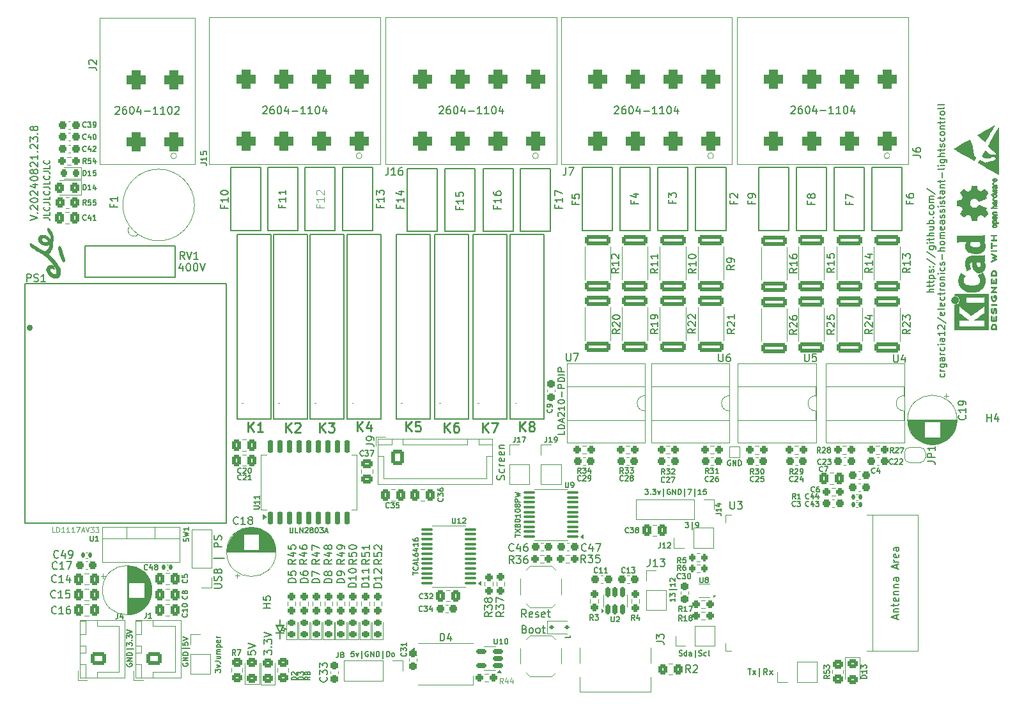
<source format=gbr>
%TF.GenerationSoftware,KiCad,Pcbnew,8.0.4*%
%TF.CreationDate,2024-09-08T16:09:12+02:00*%
%TF.ProjectId,hamodule,68616d6f-6475-46c6-952e-6b696361645f,20240908.24.8*%
%TF.SameCoordinates,Original*%
%TF.FileFunction,Legend,Top*%
%TF.FilePolarity,Positive*%
%FSLAX46Y46*%
G04 Gerber Fmt 4.6, Leading zero omitted, Abs format (unit mm)*
G04 Created by KiCad (PCBNEW 8.0.4) date 2024-09-08 16:09:12*
%MOMM*%
%LPD*%
G01*
G04 APERTURE LIST*
G04 Aperture macros list*
%AMRoundRect*
0 Rectangle with rounded corners*
0 $1 Rounding radius*
0 $2 $3 $4 $5 $6 $7 $8 $9 X,Y pos of 4 corners*
0 Add a 4 corners polygon primitive as box body*
4,1,4,$2,$3,$4,$5,$6,$7,$8,$9,$2,$3,0*
0 Add four circle primitives for the rounded corners*
1,1,$1+$1,$2,$3*
1,1,$1+$1,$4,$5*
1,1,$1+$1,$6,$7*
1,1,$1+$1,$8,$9*
0 Add four rect primitives between the rounded corners*
20,1,$1+$1,$2,$3,$4,$5,0*
20,1,$1+$1,$4,$5,$6,$7,0*
20,1,$1+$1,$6,$7,$8,$9,0*
20,1,$1+$1,$8,$9,$2,$3,0*%
%AMFreePoly0*
4,1,19,0.500000,-0.750000,0.000000,-0.750000,0.000000,-0.744911,-0.071157,-0.744911,-0.207708,-0.704816,-0.327430,-0.627875,-0.420627,-0.520320,-0.479746,-0.390866,-0.500000,-0.250000,-0.500000,0.250000,-0.479746,0.390866,-0.420627,0.520320,-0.327430,0.627875,-0.207708,0.704816,-0.071157,0.744911,0.000000,0.744911,0.000000,0.750000,0.500000,0.750000,0.500000,-0.750000,0.500000,-0.750000,
$1*%
%AMFreePoly1*
4,1,19,0.000000,0.744911,0.071157,0.744911,0.207708,0.704816,0.327430,0.627875,0.420627,0.520320,0.479746,0.390866,0.500000,0.250000,0.500000,-0.250000,0.479746,-0.390866,0.420627,-0.520320,0.327430,-0.627875,0.207708,-0.704816,0.071157,-0.744911,0.000000,-0.744911,0.000000,-0.750000,-0.500000,-0.750000,-0.500000,0.750000,0.000000,0.750000,0.000000,0.744911,0.000000,0.744911,
$1*%
G04 Aperture macros list end*
%ADD10C,0.150000*%
%ADD11C,0.200000*%
%ADD12C,0.125000*%
%ADD13C,0.254000*%
%ADD14C,0.120000*%
%ADD15C,0.010000*%
%ADD16C,0.127000*%
%ADD17C,0.400000*%
%ADD18C,0.100000*%
%ADD19RoundRect,0.237500X-0.237500X0.250000X-0.237500X-0.250000X0.237500X-0.250000X0.237500X0.250000X0*%
%ADD20RoundRect,0.100000X0.637500X0.100000X-0.637500X0.100000X-0.637500X-0.100000X0.637500X-0.100000X0*%
%ADD21R,1.700000X1.700000*%
%ADD22O,1.700000X1.700000*%
%ADD23RoundRect,0.249999X-1.425001X0.450001X-1.425001X-0.450001X1.425001X-0.450001X1.425001X0.450001X0*%
%ADD24C,1.800000*%
%ADD25RoundRect,0.250000X0.450000X-0.325000X0.450000X0.325000X-0.450000X0.325000X-0.450000X-0.325000X0*%
%ADD26RoundRect,0.250000X0.450000X-0.350000X0.450000X0.350000X-0.450000X0.350000X-0.450000X-0.350000X0*%
%ADD27RoundRect,0.250000X0.750000X-0.600000X0.750000X0.600000X-0.750000X0.600000X-0.750000X-0.600000X0*%
%ADD28O,2.000000X1.700000*%
%ADD29RoundRect,0.250000X0.337500X0.475000X-0.337500X0.475000X-0.337500X-0.475000X0.337500X-0.475000X0*%
%ADD30R,2.500000X2.500000*%
%ADD31C,2.500000*%
%ADD32R,1.905000X2.000000*%
%ADD33O,1.905000X2.000000*%
%ADD34RoundRect,0.625000X0.625000X0.625000X-0.625000X0.625000X-0.625000X-0.625000X0.625000X-0.625000X0*%
%ADD35C,2.000000*%
%ADD36R,1.600000X2.400000*%
%ADD37O,1.600000X2.400000*%
%ADD38RoundRect,0.237500X-0.250000X-0.237500X0.250000X-0.237500X0.250000X0.237500X-0.250000X0.237500X0*%
%ADD39RoundRect,0.237500X0.300000X0.237500X-0.300000X0.237500X-0.300000X-0.237500X0.300000X-0.237500X0*%
%ADD40R,1.800000X1.100000*%
%ADD41RoundRect,0.237500X-0.300000X-0.237500X0.300000X-0.237500X0.300000X0.237500X-0.300000X0.237500X0*%
%ADD42RoundRect,0.237500X-0.237500X0.300000X-0.237500X-0.300000X0.237500X-0.300000X0.237500X0.300000X0*%
%ADD43RoundRect,0.150000X0.150000X-0.725000X0.150000X0.725000X-0.150000X0.725000X-0.150000X-0.725000X0*%
%ADD44R,1.600000X1.600000*%
%ADD45C,1.600000*%
%ADD46RoundRect,0.237500X0.237500X-0.250000X0.237500X0.250000X-0.237500X0.250000X-0.237500X-0.250000X0*%
%ADD47RoundRect,0.218750X0.256250X-0.218750X0.256250X0.218750X-0.256250X0.218750X-0.256250X-0.218750X0*%
%ADD48R,2.000000X2.000000*%
%ADD49RoundRect,0.150000X0.512500X0.150000X-0.512500X0.150000X-0.512500X-0.150000X0.512500X-0.150000X0*%
%ADD50RoundRect,0.200000X0.200000X0.275000X-0.200000X0.275000X-0.200000X-0.275000X0.200000X-0.275000X0*%
%ADD51R,0.900000X1.500000*%
%ADD52R,1.500000X0.900000*%
%ADD53R,1.000000X1.000000*%
%ADD54RoundRect,0.237500X0.237500X-0.300000X0.237500X0.300000X-0.237500X0.300000X-0.237500X-0.300000X0*%
%ADD55RoundRect,0.250000X-0.450000X0.325000X-0.450000X-0.325000X0.450000X-0.325000X0.450000X0.325000X0*%
%ADD56RoundRect,0.250000X-0.337500X-0.475000X0.337500X-0.475000X0.337500X0.475000X-0.337500X0.475000X0*%
%ADD57RoundRect,0.112500X-0.187500X-0.112500X0.187500X-0.112500X0.187500X0.112500X-0.187500X0.112500X0*%
%ADD58RoundRect,0.250000X0.350000X0.450000X-0.350000X0.450000X-0.350000X-0.450000X0.350000X-0.450000X0*%
%ADD59RoundRect,0.140000X-0.140000X-0.170000X0.140000X-0.170000X0.140000X0.170000X-0.140000X0.170000X0*%
%ADD60C,0.650000*%
%ADD61R,0.600000X1.450000*%
%ADD62R,0.300000X1.450000*%
%ADD63O,1.000000X2.100000*%
%ADD64O,1.000000X1.600000*%
%ADD65RoundRect,0.250000X-0.600000X-0.725000X0.600000X-0.725000X0.600000X0.725000X-0.600000X0.725000X0*%
%ADD66O,1.700000X1.950000*%
%ADD67RoundRect,0.250000X0.325000X0.450000X-0.325000X0.450000X-0.325000X-0.450000X0.325000X-0.450000X0*%
%ADD68RoundRect,0.250000X-0.475000X0.337500X-0.475000X-0.337500X0.475000X-0.337500X0.475000X0.337500X0*%
%ADD69C,5.500000*%
%ADD70RoundRect,0.140000X0.140000X0.170000X-0.140000X0.170000X-0.140000X-0.170000X0.140000X-0.170000X0*%
%ADD71RoundRect,0.250000X-0.350000X-0.450000X0.350000X-0.450000X0.350000X0.450000X-0.350000X0.450000X0*%
%ADD72R,0.500000X0.300000*%
%ADD73RoundRect,0.150000X0.150000X-0.512500X0.150000X0.512500X-0.150000X0.512500X-0.150000X-0.512500X0*%
%ADD74RoundRect,0.237500X0.250000X0.237500X-0.250000X0.237500X-0.250000X-0.237500X0.250000X-0.237500X0*%
%ADD75FreePoly0,0.000000*%
%ADD76FreePoly1,0.000000*%
%ADD77RoundRect,0.218750X0.218750X0.256250X-0.218750X0.256250X-0.218750X-0.256250X0.218750X-0.256250X0*%
G04 APERTURE END LIST*
D10*
X1152419Y61675287D02*
X2152419Y62008620D01*
X2152419Y62008620D02*
X1152419Y62341953D01*
X2057180Y62675287D02*
X2104800Y62722906D01*
X2104800Y62722906D02*
X2152419Y62675287D01*
X2152419Y62675287D02*
X2104800Y62627668D01*
X2104800Y62627668D02*
X2057180Y62675287D01*
X2057180Y62675287D02*
X2152419Y62675287D01*
X1247657Y63103858D02*
X1200038Y63151477D01*
X1200038Y63151477D02*
X1152419Y63246715D01*
X1152419Y63246715D02*
X1152419Y63484810D01*
X1152419Y63484810D02*
X1200038Y63580048D01*
X1200038Y63580048D02*
X1247657Y63627667D01*
X1247657Y63627667D02*
X1342895Y63675286D01*
X1342895Y63675286D02*
X1438133Y63675286D01*
X1438133Y63675286D02*
X1580990Y63627667D01*
X1580990Y63627667D02*
X2152419Y63056239D01*
X2152419Y63056239D02*
X2152419Y63675286D01*
X1152419Y64294334D02*
X1152419Y64389572D01*
X1152419Y64389572D02*
X1200038Y64484810D01*
X1200038Y64484810D02*
X1247657Y64532429D01*
X1247657Y64532429D02*
X1342895Y64580048D01*
X1342895Y64580048D02*
X1533371Y64627667D01*
X1533371Y64627667D02*
X1771466Y64627667D01*
X1771466Y64627667D02*
X1961942Y64580048D01*
X1961942Y64580048D02*
X2057180Y64532429D01*
X2057180Y64532429D02*
X2104800Y64484810D01*
X2104800Y64484810D02*
X2152419Y64389572D01*
X2152419Y64389572D02*
X2152419Y64294334D01*
X2152419Y64294334D02*
X2104800Y64199096D01*
X2104800Y64199096D02*
X2057180Y64151477D01*
X2057180Y64151477D02*
X1961942Y64103858D01*
X1961942Y64103858D02*
X1771466Y64056239D01*
X1771466Y64056239D02*
X1533371Y64056239D01*
X1533371Y64056239D02*
X1342895Y64103858D01*
X1342895Y64103858D02*
X1247657Y64151477D01*
X1247657Y64151477D02*
X1200038Y64199096D01*
X1200038Y64199096D02*
X1152419Y64294334D01*
X1247657Y65008620D02*
X1200038Y65056239D01*
X1200038Y65056239D02*
X1152419Y65151477D01*
X1152419Y65151477D02*
X1152419Y65389572D01*
X1152419Y65389572D02*
X1200038Y65484810D01*
X1200038Y65484810D02*
X1247657Y65532429D01*
X1247657Y65532429D02*
X1342895Y65580048D01*
X1342895Y65580048D02*
X1438133Y65580048D01*
X1438133Y65580048D02*
X1580990Y65532429D01*
X1580990Y65532429D02*
X2152419Y64961001D01*
X2152419Y64961001D02*
X2152419Y65580048D01*
X1485752Y66437191D02*
X2152419Y66437191D01*
X1104800Y66199096D02*
X1819085Y65961001D01*
X1819085Y65961001D02*
X1819085Y66580048D01*
X1152419Y67151477D02*
X1152419Y67246715D01*
X1152419Y67246715D02*
X1200038Y67341953D01*
X1200038Y67341953D02*
X1247657Y67389572D01*
X1247657Y67389572D02*
X1342895Y67437191D01*
X1342895Y67437191D02*
X1533371Y67484810D01*
X1533371Y67484810D02*
X1771466Y67484810D01*
X1771466Y67484810D02*
X1961942Y67437191D01*
X1961942Y67437191D02*
X2057180Y67389572D01*
X2057180Y67389572D02*
X2104800Y67341953D01*
X2104800Y67341953D02*
X2152419Y67246715D01*
X2152419Y67246715D02*
X2152419Y67151477D01*
X2152419Y67151477D02*
X2104800Y67056239D01*
X2104800Y67056239D02*
X2057180Y67008620D01*
X2057180Y67008620D02*
X1961942Y66961001D01*
X1961942Y66961001D02*
X1771466Y66913382D01*
X1771466Y66913382D02*
X1533371Y66913382D01*
X1533371Y66913382D02*
X1342895Y66961001D01*
X1342895Y66961001D02*
X1247657Y67008620D01*
X1247657Y67008620D02*
X1200038Y67056239D01*
X1200038Y67056239D02*
X1152419Y67151477D01*
X1580990Y68056239D02*
X1533371Y67961001D01*
X1533371Y67961001D02*
X1485752Y67913382D01*
X1485752Y67913382D02*
X1390514Y67865763D01*
X1390514Y67865763D02*
X1342895Y67865763D01*
X1342895Y67865763D02*
X1247657Y67913382D01*
X1247657Y67913382D02*
X1200038Y67961001D01*
X1200038Y67961001D02*
X1152419Y68056239D01*
X1152419Y68056239D02*
X1152419Y68246715D01*
X1152419Y68246715D02*
X1200038Y68341953D01*
X1200038Y68341953D02*
X1247657Y68389572D01*
X1247657Y68389572D02*
X1342895Y68437191D01*
X1342895Y68437191D02*
X1390514Y68437191D01*
X1390514Y68437191D02*
X1485752Y68389572D01*
X1485752Y68389572D02*
X1533371Y68341953D01*
X1533371Y68341953D02*
X1580990Y68246715D01*
X1580990Y68246715D02*
X1580990Y68056239D01*
X1580990Y68056239D02*
X1628609Y67961001D01*
X1628609Y67961001D02*
X1676228Y67913382D01*
X1676228Y67913382D02*
X1771466Y67865763D01*
X1771466Y67865763D02*
X1961942Y67865763D01*
X1961942Y67865763D02*
X2057180Y67913382D01*
X2057180Y67913382D02*
X2104800Y67961001D01*
X2104800Y67961001D02*
X2152419Y68056239D01*
X2152419Y68056239D02*
X2152419Y68246715D01*
X2152419Y68246715D02*
X2104800Y68341953D01*
X2104800Y68341953D02*
X2057180Y68389572D01*
X2057180Y68389572D02*
X1961942Y68437191D01*
X1961942Y68437191D02*
X1771466Y68437191D01*
X1771466Y68437191D02*
X1676228Y68389572D01*
X1676228Y68389572D02*
X1628609Y68341953D01*
X1628609Y68341953D02*
X1580990Y68246715D01*
X1247657Y68818144D02*
X1200038Y68865763D01*
X1200038Y68865763D02*
X1152419Y68961001D01*
X1152419Y68961001D02*
X1152419Y69199096D01*
X1152419Y69199096D02*
X1200038Y69294334D01*
X1200038Y69294334D02*
X1247657Y69341953D01*
X1247657Y69341953D02*
X1342895Y69389572D01*
X1342895Y69389572D02*
X1438133Y69389572D01*
X1438133Y69389572D02*
X1580990Y69341953D01*
X1580990Y69341953D02*
X2152419Y68770525D01*
X2152419Y68770525D02*
X2152419Y69389572D01*
X2152419Y70341953D02*
X2152419Y69770525D01*
X2152419Y70056239D02*
X1152419Y70056239D01*
X1152419Y70056239D02*
X1295276Y69961001D01*
X1295276Y69961001D02*
X1390514Y69865763D01*
X1390514Y69865763D02*
X1438133Y69770525D01*
X2057180Y70770525D02*
X2104800Y70818144D01*
X2104800Y70818144D02*
X2152419Y70770525D01*
X2152419Y70770525D02*
X2104800Y70722906D01*
X2104800Y70722906D02*
X2057180Y70770525D01*
X2057180Y70770525D02*
X2152419Y70770525D01*
X1247657Y71199096D02*
X1200038Y71246715D01*
X1200038Y71246715D02*
X1152419Y71341953D01*
X1152419Y71341953D02*
X1152419Y71580048D01*
X1152419Y71580048D02*
X1200038Y71675286D01*
X1200038Y71675286D02*
X1247657Y71722905D01*
X1247657Y71722905D02*
X1342895Y71770524D01*
X1342895Y71770524D02*
X1438133Y71770524D01*
X1438133Y71770524D02*
X1580990Y71722905D01*
X1580990Y71722905D02*
X2152419Y71151477D01*
X2152419Y71151477D02*
X2152419Y71770524D01*
X1152419Y72103858D02*
X1152419Y72722905D01*
X1152419Y72722905D02*
X1533371Y72389572D01*
X1533371Y72389572D02*
X1533371Y72532429D01*
X1533371Y72532429D02*
X1580990Y72627667D01*
X1580990Y72627667D02*
X1628609Y72675286D01*
X1628609Y72675286D02*
X1723847Y72722905D01*
X1723847Y72722905D02*
X1961942Y72722905D01*
X1961942Y72722905D02*
X2057180Y72675286D01*
X2057180Y72675286D02*
X2104800Y72627667D01*
X2104800Y72627667D02*
X2152419Y72532429D01*
X2152419Y72532429D02*
X2152419Y72246715D01*
X2152419Y72246715D02*
X2104800Y72151477D01*
X2104800Y72151477D02*
X2057180Y72103858D01*
X2057180Y73151477D02*
X2104800Y73199096D01*
X2104800Y73199096D02*
X2152419Y73151477D01*
X2152419Y73151477D02*
X2104800Y73103858D01*
X2104800Y73103858D02*
X2057180Y73151477D01*
X2057180Y73151477D02*
X2152419Y73151477D01*
X1580990Y73770524D02*
X1533371Y73675286D01*
X1533371Y73675286D02*
X1485752Y73627667D01*
X1485752Y73627667D02*
X1390514Y73580048D01*
X1390514Y73580048D02*
X1342895Y73580048D01*
X1342895Y73580048D02*
X1247657Y73627667D01*
X1247657Y73627667D02*
X1200038Y73675286D01*
X1200038Y73675286D02*
X1152419Y73770524D01*
X1152419Y73770524D02*
X1152419Y73961000D01*
X1152419Y73961000D02*
X1200038Y74056238D01*
X1200038Y74056238D02*
X1247657Y74103857D01*
X1247657Y74103857D02*
X1342895Y74151476D01*
X1342895Y74151476D02*
X1390514Y74151476D01*
X1390514Y74151476D02*
X1485752Y74103857D01*
X1485752Y74103857D02*
X1533371Y74056238D01*
X1533371Y74056238D02*
X1580990Y73961000D01*
X1580990Y73961000D02*
X1580990Y73770524D01*
X1580990Y73770524D02*
X1628609Y73675286D01*
X1628609Y73675286D02*
X1676228Y73627667D01*
X1676228Y73627667D02*
X1771466Y73580048D01*
X1771466Y73580048D02*
X1961942Y73580048D01*
X1961942Y73580048D02*
X2057180Y73627667D01*
X2057180Y73627667D02*
X2104800Y73675286D01*
X2104800Y73675286D02*
X2152419Y73770524D01*
X2152419Y73770524D02*
X2152419Y73961000D01*
X2152419Y73961000D02*
X2104800Y74056238D01*
X2104800Y74056238D02*
X2057180Y74103857D01*
X2057180Y74103857D02*
X1961942Y74151476D01*
X1961942Y74151476D02*
X1771466Y74151476D01*
X1771466Y74151476D02*
X1676228Y74103857D01*
X1676228Y74103857D02*
X1628609Y74056238D01*
X1628609Y74056238D02*
X1580990Y73961000D01*
D11*
X2933695Y61979762D02*
X3505123Y61979762D01*
X3505123Y61979762D02*
X3619409Y61941667D01*
X3619409Y61941667D02*
X3695600Y61865476D01*
X3695600Y61865476D02*
X3733695Y61751191D01*
X3733695Y61751191D02*
X3733695Y61675000D01*
X3733695Y62741667D02*
X3733695Y62360715D01*
X3733695Y62360715D02*
X2933695Y62360715D01*
X3657504Y63465477D02*
X3695600Y63427381D01*
X3695600Y63427381D02*
X3733695Y63313096D01*
X3733695Y63313096D02*
X3733695Y63236905D01*
X3733695Y63236905D02*
X3695600Y63122619D01*
X3695600Y63122619D02*
X3619409Y63046429D01*
X3619409Y63046429D02*
X3543219Y63008334D01*
X3543219Y63008334D02*
X3390838Y62970238D01*
X3390838Y62970238D02*
X3276552Y62970238D01*
X3276552Y62970238D02*
X3124171Y63008334D01*
X3124171Y63008334D02*
X3047980Y63046429D01*
X3047980Y63046429D02*
X2971790Y63122619D01*
X2971790Y63122619D02*
X2933695Y63236905D01*
X2933695Y63236905D02*
X2933695Y63313096D01*
X2933695Y63313096D02*
X2971790Y63427381D01*
X2971790Y63427381D02*
X3009885Y63465477D01*
X2933695Y64036905D02*
X3505123Y64036905D01*
X3505123Y64036905D02*
X3619409Y63998810D01*
X3619409Y63998810D02*
X3695600Y63922619D01*
X3695600Y63922619D02*
X3733695Y63808334D01*
X3733695Y63808334D02*
X3733695Y63732143D01*
X3733695Y64798810D02*
X3733695Y64417858D01*
X3733695Y64417858D02*
X2933695Y64417858D01*
X3657504Y65522620D02*
X3695600Y65484524D01*
X3695600Y65484524D02*
X3733695Y65370239D01*
X3733695Y65370239D02*
X3733695Y65294048D01*
X3733695Y65294048D02*
X3695600Y65179762D01*
X3695600Y65179762D02*
X3619409Y65103572D01*
X3619409Y65103572D02*
X3543219Y65065477D01*
X3543219Y65065477D02*
X3390838Y65027381D01*
X3390838Y65027381D02*
X3276552Y65027381D01*
X3276552Y65027381D02*
X3124171Y65065477D01*
X3124171Y65065477D02*
X3047980Y65103572D01*
X3047980Y65103572D02*
X2971790Y65179762D01*
X2971790Y65179762D02*
X2933695Y65294048D01*
X2933695Y65294048D02*
X2933695Y65370239D01*
X2933695Y65370239D02*
X2971790Y65484524D01*
X2971790Y65484524D02*
X3009885Y65522620D01*
X2933695Y66094048D02*
X3505123Y66094048D01*
X3505123Y66094048D02*
X3619409Y66055953D01*
X3619409Y66055953D02*
X3695600Y65979762D01*
X3695600Y65979762D02*
X3733695Y65865477D01*
X3733695Y65865477D02*
X3733695Y65789286D01*
X3733695Y66855953D02*
X3733695Y66475001D01*
X3733695Y66475001D02*
X2933695Y66475001D01*
X3657504Y67579763D02*
X3695600Y67541667D01*
X3695600Y67541667D02*
X3733695Y67427382D01*
X3733695Y67427382D02*
X3733695Y67351191D01*
X3733695Y67351191D02*
X3695600Y67236905D01*
X3695600Y67236905D02*
X3619409Y67160715D01*
X3619409Y67160715D02*
X3543219Y67122620D01*
X3543219Y67122620D02*
X3390838Y67084524D01*
X3390838Y67084524D02*
X3276552Y67084524D01*
X3276552Y67084524D02*
X3124171Y67122620D01*
X3124171Y67122620D02*
X3047980Y67160715D01*
X3047980Y67160715D02*
X2971790Y67236905D01*
X2971790Y67236905D02*
X2933695Y67351191D01*
X2933695Y67351191D02*
X2933695Y67427382D01*
X2933695Y67427382D02*
X2971790Y67541667D01*
X2971790Y67541667D02*
X3009885Y67579763D01*
X2933695Y68151191D02*
X3505123Y68151191D01*
X3505123Y68151191D02*
X3619409Y68113096D01*
X3619409Y68113096D02*
X3695600Y68036905D01*
X3695600Y68036905D02*
X3733695Y67922620D01*
X3733695Y67922620D02*
X3733695Y67846429D01*
X3733695Y68913096D02*
X3733695Y68532144D01*
X3733695Y68532144D02*
X2933695Y68532144D01*
X3657504Y69636906D02*
X3695600Y69598810D01*
X3695600Y69598810D02*
X3733695Y69484525D01*
X3733695Y69484525D02*
X3733695Y69408334D01*
X3733695Y69408334D02*
X3695600Y69294048D01*
X3695600Y69294048D02*
X3619409Y69217858D01*
X3619409Y69217858D02*
X3543219Y69179763D01*
X3543219Y69179763D02*
X3390838Y69141667D01*
X3390838Y69141667D02*
X3276552Y69141667D01*
X3276552Y69141667D02*
X3124171Y69179763D01*
X3124171Y69179763D02*
X3047980Y69217858D01*
X3047980Y69217858D02*
X2971790Y69294048D01*
X2971790Y69294048D02*
X2933695Y69408334D01*
X2933695Y69408334D02*
X2933695Y69484525D01*
X2933695Y69484525D02*
X2971790Y69598810D01*
X2971790Y69598810D02*
X3009885Y69636906D01*
D10*
X120808082Y52154114D02*
X119908082Y52154114D01*
X120808082Y52539828D02*
X120336653Y52539828D01*
X120336653Y52539828D02*
X120250939Y52496971D01*
X120250939Y52496971D02*
X120208082Y52411257D01*
X120208082Y52411257D02*
X120208082Y52282686D01*
X120208082Y52282686D02*
X120250939Y52196971D01*
X120250939Y52196971D02*
X120293796Y52154114D01*
X120208082Y52839829D02*
X120208082Y53182686D01*
X119908082Y52968400D02*
X120679510Y52968400D01*
X120679510Y52968400D02*
X120765225Y53011257D01*
X120765225Y53011257D02*
X120808082Y53096972D01*
X120808082Y53096972D02*
X120808082Y53182686D01*
X120208082Y53354115D02*
X120208082Y53696972D01*
X119908082Y53482686D02*
X120679510Y53482686D01*
X120679510Y53482686D02*
X120765225Y53525543D01*
X120765225Y53525543D02*
X120808082Y53611258D01*
X120808082Y53611258D02*
X120808082Y53696972D01*
X120208082Y53996972D02*
X121108082Y53996972D01*
X120250939Y53996972D02*
X120208082Y54082686D01*
X120208082Y54082686D02*
X120208082Y54254115D01*
X120208082Y54254115D02*
X120250939Y54339829D01*
X120250939Y54339829D02*
X120293796Y54382686D01*
X120293796Y54382686D02*
X120379510Y54425544D01*
X120379510Y54425544D02*
X120636653Y54425544D01*
X120636653Y54425544D02*
X120722367Y54382686D01*
X120722367Y54382686D02*
X120765225Y54339829D01*
X120765225Y54339829D02*
X120808082Y54254115D01*
X120808082Y54254115D02*
X120808082Y54082686D01*
X120808082Y54082686D02*
X120765225Y53996972D01*
X120765225Y54768401D02*
X120808082Y54854115D01*
X120808082Y54854115D02*
X120808082Y55025544D01*
X120808082Y55025544D02*
X120765225Y55111258D01*
X120765225Y55111258D02*
X120679510Y55154115D01*
X120679510Y55154115D02*
X120636653Y55154115D01*
X120636653Y55154115D02*
X120550939Y55111258D01*
X120550939Y55111258D02*
X120508082Y55025544D01*
X120508082Y55025544D02*
X120508082Y54896972D01*
X120508082Y54896972D02*
X120465225Y54811258D01*
X120465225Y54811258D02*
X120379510Y54768401D01*
X120379510Y54768401D02*
X120336653Y54768401D01*
X120336653Y54768401D02*
X120250939Y54811258D01*
X120250939Y54811258D02*
X120208082Y54896972D01*
X120208082Y54896972D02*
X120208082Y55025544D01*
X120208082Y55025544D02*
X120250939Y55111258D01*
X120722367Y55539829D02*
X120765225Y55582686D01*
X120765225Y55582686D02*
X120808082Y55539829D01*
X120808082Y55539829D02*
X120765225Y55496972D01*
X120765225Y55496972D02*
X120722367Y55539829D01*
X120722367Y55539829D02*
X120808082Y55539829D01*
X120250939Y55539829D02*
X120293796Y55582686D01*
X120293796Y55582686D02*
X120336653Y55539829D01*
X120336653Y55539829D02*
X120293796Y55496972D01*
X120293796Y55496972D02*
X120250939Y55539829D01*
X120250939Y55539829D02*
X120336653Y55539829D01*
X119865225Y56611257D02*
X121022367Y55839829D01*
X119865225Y57554114D02*
X121022367Y56782686D01*
X120208082Y58239828D02*
X120936653Y58239828D01*
X120936653Y58239828D02*
X121022367Y58196971D01*
X121022367Y58196971D02*
X121065225Y58154114D01*
X121065225Y58154114D02*
X121108082Y58068400D01*
X121108082Y58068400D02*
X121108082Y57939828D01*
X121108082Y57939828D02*
X121065225Y57854114D01*
X120765225Y58239828D02*
X120808082Y58154114D01*
X120808082Y58154114D02*
X120808082Y57982686D01*
X120808082Y57982686D02*
X120765225Y57896971D01*
X120765225Y57896971D02*
X120722367Y57854114D01*
X120722367Y57854114D02*
X120636653Y57811257D01*
X120636653Y57811257D02*
X120379510Y57811257D01*
X120379510Y57811257D02*
X120293796Y57854114D01*
X120293796Y57854114D02*
X120250939Y57896971D01*
X120250939Y57896971D02*
X120208082Y57982686D01*
X120208082Y57982686D02*
X120208082Y58154114D01*
X120208082Y58154114D02*
X120250939Y58239828D01*
X120808082Y58668400D02*
X120208082Y58668400D01*
X119908082Y58668400D02*
X119950939Y58625543D01*
X119950939Y58625543D02*
X119993796Y58668400D01*
X119993796Y58668400D02*
X119950939Y58711257D01*
X119950939Y58711257D02*
X119908082Y58668400D01*
X119908082Y58668400D02*
X119993796Y58668400D01*
X120208082Y58968400D02*
X120208082Y59311257D01*
X119908082Y59096971D02*
X120679510Y59096971D01*
X120679510Y59096971D02*
X120765225Y59139828D01*
X120765225Y59139828D02*
X120808082Y59225543D01*
X120808082Y59225543D02*
X120808082Y59311257D01*
X120808082Y59611257D02*
X119908082Y59611257D01*
X120808082Y59996971D02*
X120336653Y59996971D01*
X120336653Y59996971D02*
X120250939Y59954114D01*
X120250939Y59954114D02*
X120208082Y59868400D01*
X120208082Y59868400D02*
X120208082Y59739829D01*
X120208082Y59739829D02*
X120250939Y59654114D01*
X120250939Y59654114D02*
X120293796Y59611257D01*
X120208082Y60811257D02*
X120808082Y60811257D01*
X120208082Y60425543D02*
X120679510Y60425543D01*
X120679510Y60425543D02*
X120765225Y60468400D01*
X120765225Y60468400D02*
X120808082Y60554115D01*
X120808082Y60554115D02*
X120808082Y60682686D01*
X120808082Y60682686D02*
X120765225Y60768400D01*
X120765225Y60768400D02*
X120722367Y60811257D01*
X120808082Y61239829D02*
X119908082Y61239829D01*
X120250939Y61239829D02*
X120208082Y61325543D01*
X120208082Y61325543D02*
X120208082Y61496972D01*
X120208082Y61496972D02*
X120250939Y61582686D01*
X120250939Y61582686D02*
X120293796Y61625543D01*
X120293796Y61625543D02*
X120379510Y61668401D01*
X120379510Y61668401D02*
X120636653Y61668401D01*
X120636653Y61668401D02*
X120722367Y61625543D01*
X120722367Y61625543D02*
X120765225Y61582686D01*
X120765225Y61582686D02*
X120808082Y61496972D01*
X120808082Y61496972D02*
X120808082Y61325543D01*
X120808082Y61325543D02*
X120765225Y61239829D01*
X120722367Y62054115D02*
X120765225Y62096972D01*
X120765225Y62096972D02*
X120808082Y62054115D01*
X120808082Y62054115D02*
X120765225Y62011258D01*
X120765225Y62011258D02*
X120722367Y62054115D01*
X120722367Y62054115D02*
X120808082Y62054115D01*
X120765225Y62868400D02*
X120808082Y62782686D01*
X120808082Y62782686D02*
X120808082Y62611258D01*
X120808082Y62611258D02*
X120765225Y62525543D01*
X120765225Y62525543D02*
X120722367Y62482686D01*
X120722367Y62482686D02*
X120636653Y62439829D01*
X120636653Y62439829D02*
X120379510Y62439829D01*
X120379510Y62439829D02*
X120293796Y62482686D01*
X120293796Y62482686D02*
X120250939Y62525543D01*
X120250939Y62525543D02*
X120208082Y62611258D01*
X120208082Y62611258D02*
X120208082Y62782686D01*
X120208082Y62782686D02*
X120250939Y62868400D01*
X120808082Y63382687D02*
X120765225Y63296972D01*
X120765225Y63296972D02*
X120722367Y63254115D01*
X120722367Y63254115D02*
X120636653Y63211258D01*
X120636653Y63211258D02*
X120379510Y63211258D01*
X120379510Y63211258D02*
X120293796Y63254115D01*
X120293796Y63254115D02*
X120250939Y63296972D01*
X120250939Y63296972D02*
X120208082Y63382687D01*
X120208082Y63382687D02*
X120208082Y63511258D01*
X120208082Y63511258D02*
X120250939Y63596972D01*
X120250939Y63596972D02*
X120293796Y63639829D01*
X120293796Y63639829D02*
X120379510Y63682687D01*
X120379510Y63682687D02*
X120636653Y63682687D01*
X120636653Y63682687D02*
X120722367Y63639829D01*
X120722367Y63639829D02*
X120765225Y63596972D01*
X120765225Y63596972D02*
X120808082Y63511258D01*
X120808082Y63511258D02*
X120808082Y63382687D01*
X120808082Y64068401D02*
X120208082Y64068401D01*
X120293796Y64068401D02*
X120250939Y64111258D01*
X120250939Y64111258D02*
X120208082Y64196973D01*
X120208082Y64196973D02*
X120208082Y64325544D01*
X120208082Y64325544D02*
X120250939Y64411258D01*
X120250939Y64411258D02*
X120336653Y64454115D01*
X120336653Y64454115D02*
X120808082Y64454115D01*
X120336653Y64454115D02*
X120250939Y64496973D01*
X120250939Y64496973D02*
X120208082Y64582687D01*
X120208082Y64582687D02*
X120208082Y64711258D01*
X120208082Y64711258D02*
X120250939Y64796973D01*
X120250939Y64796973D02*
X120336653Y64839830D01*
X120336653Y64839830D02*
X120808082Y64839830D01*
X119865225Y65911258D02*
X121022367Y65139830D01*
X122214175Y41311253D02*
X122257032Y41225539D01*
X122257032Y41225539D02*
X122257032Y41054111D01*
X122257032Y41054111D02*
X122214175Y40968396D01*
X122214175Y40968396D02*
X122171317Y40925539D01*
X122171317Y40925539D02*
X122085603Y40882682D01*
X122085603Y40882682D02*
X121828460Y40882682D01*
X121828460Y40882682D02*
X121742746Y40925539D01*
X121742746Y40925539D02*
X121699889Y40968396D01*
X121699889Y40968396D02*
X121657032Y41054111D01*
X121657032Y41054111D02*
X121657032Y41225539D01*
X121657032Y41225539D02*
X121699889Y41311253D01*
X122257032Y41696968D02*
X121657032Y41696968D01*
X121828460Y41696968D02*
X121742746Y41739825D01*
X121742746Y41739825D02*
X121699889Y41782682D01*
X121699889Y41782682D02*
X121657032Y41868397D01*
X121657032Y41868397D02*
X121657032Y41954111D01*
X121657032Y42639825D02*
X122385603Y42639825D01*
X122385603Y42639825D02*
X122471317Y42596968D01*
X122471317Y42596968D02*
X122514175Y42554111D01*
X122514175Y42554111D02*
X122557032Y42468397D01*
X122557032Y42468397D02*
X122557032Y42339825D01*
X122557032Y42339825D02*
X122514175Y42254111D01*
X122214175Y42639825D02*
X122257032Y42554111D01*
X122257032Y42554111D02*
X122257032Y42382683D01*
X122257032Y42382683D02*
X122214175Y42296968D01*
X122214175Y42296968D02*
X122171317Y42254111D01*
X122171317Y42254111D02*
X122085603Y42211254D01*
X122085603Y42211254D02*
X121828460Y42211254D01*
X121828460Y42211254D02*
X121742746Y42254111D01*
X121742746Y42254111D02*
X121699889Y42296968D01*
X121699889Y42296968D02*
X121657032Y42382683D01*
X121657032Y42382683D02*
X121657032Y42554111D01*
X121657032Y42554111D02*
X121699889Y42639825D01*
X122257032Y43454111D02*
X121785603Y43454111D01*
X121785603Y43454111D02*
X121699889Y43411254D01*
X121699889Y43411254D02*
X121657032Y43325540D01*
X121657032Y43325540D02*
X121657032Y43154111D01*
X121657032Y43154111D02*
X121699889Y43068397D01*
X122214175Y43454111D02*
X122257032Y43368397D01*
X122257032Y43368397D02*
X122257032Y43154111D01*
X122257032Y43154111D02*
X122214175Y43068397D01*
X122214175Y43068397D02*
X122128460Y43025540D01*
X122128460Y43025540D02*
X122042746Y43025540D01*
X122042746Y43025540D02*
X121957032Y43068397D01*
X121957032Y43068397D02*
X121914175Y43154111D01*
X121914175Y43154111D02*
X121914175Y43368397D01*
X121914175Y43368397D02*
X121871317Y43454111D01*
X122257032Y43882683D02*
X121657032Y43882683D01*
X121828460Y43882683D02*
X121742746Y43925540D01*
X121742746Y43925540D02*
X121699889Y43968397D01*
X121699889Y43968397D02*
X121657032Y44054112D01*
X121657032Y44054112D02*
X121657032Y44139826D01*
X122214175Y44825540D02*
X122257032Y44739826D01*
X122257032Y44739826D02*
X122257032Y44568398D01*
X122257032Y44568398D02*
X122214175Y44482683D01*
X122214175Y44482683D02*
X122171317Y44439826D01*
X122171317Y44439826D02*
X122085603Y44396969D01*
X122085603Y44396969D02*
X121828460Y44396969D01*
X121828460Y44396969D02*
X121742746Y44439826D01*
X121742746Y44439826D02*
X121699889Y44482683D01*
X121699889Y44482683D02*
X121657032Y44568398D01*
X121657032Y44568398D02*
X121657032Y44739826D01*
X121657032Y44739826D02*
X121699889Y44825540D01*
X122257032Y45211255D02*
X121657032Y45211255D01*
X121357032Y45211255D02*
X121399889Y45168398D01*
X121399889Y45168398D02*
X121442746Y45211255D01*
X121442746Y45211255D02*
X121399889Y45254112D01*
X121399889Y45254112D02*
X121357032Y45211255D01*
X121357032Y45211255D02*
X121442746Y45211255D01*
X122257032Y46025540D02*
X121785603Y46025540D01*
X121785603Y46025540D02*
X121699889Y45982683D01*
X121699889Y45982683D02*
X121657032Y45896969D01*
X121657032Y45896969D02*
X121657032Y45725540D01*
X121657032Y45725540D02*
X121699889Y45639826D01*
X122214175Y46025540D02*
X122257032Y45939826D01*
X122257032Y45939826D02*
X122257032Y45725540D01*
X122257032Y45725540D02*
X122214175Y45639826D01*
X122214175Y45639826D02*
X122128460Y45596969D01*
X122128460Y45596969D02*
X122042746Y45596969D01*
X122042746Y45596969D02*
X121957032Y45639826D01*
X121957032Y45639826D02*
X121914175Y45725540D01*
X121914175Y45725540D02*
X121914175Y45939826D01*
X121914175Y45939826D02*
X121871317Y46025540D01*
X122257032Y46925541D02*
X122257032Y46411255D01*
X122257032Y46668398D02*
X121357032Y46668398D01*
X121357032Y46668398D02*
X121485603Y46582684D01*
X121485603Y46582684D02*
X121571317Y46496969D01*
X121571317Y46496969D02*
X121614175Y46411255D01*
X121442746Y47268398D02*
X121399889Y47311255D01*
X121399889Y47311255D02*
X121357032Y47396969D01*
X121357032Y47396969D02*
X121357032Y47611255D01*
X121357032Y47611255D02*
X121399889Y47696969D01*
X121399889Y47696969D02*
X121442746Y47739827D01*
X121442746Y47739827D02*
X121528460Y47782684D01*
X121528460Y47782684D02*
X121614175Y47782684D01*
X121614175Y47782684D02*
X121742746Y47739827D01*
X121742746Y47739827D02*
X122257032Y47225541D01*
X122257032Y47225541D02*
X122257032Y47782684D01*
X121314175Y48811255D02*
X122471317Y48039827D01*
X122214175Y49454112D02*
X122257032Y49368398D01*
X122257032Y49368398D02*
X122257032Y49196969D01*
X122257032Y49196969D02*
X122214175Y49111255D01*
X122214175Y49111255D02*
X122128460Y49068398D01*
X122128460Y49068398D02*
X121785603Y49068398D01*
X121785603Y49068398D02*
X121699889Y49111255D01*
X121699889Y49111255D02*
X121657032Y49196969D01*
X121657032Y49196969D02*
X121657032Y49368398D01*
X121657032Y49368398D02*
X121699889Y49454112D01*
X121699889Y49454112D02*
X121785603Y49496969D01*
X121785603Y49496969D02*
X121871317Y49496969D01*
X121871317Y49496969D02*
X121957032Y49068398D01*
X122257032Y50011256D02*
X122214175Y49925541D01*
X122214175Y49925541D02*
X122128460Y49882684D01*
X122128460Y49882684D02*
X121357032Y49882684D01*
X122214175Y50696970D02*
X122257032Y50611256D01*
X122257032Y50611256D02*
X122257032Y50439827D01*
X122257032Y50439827D02*
X122214175Y50354113D01*
X122214175Y50354113D02*
X122128460Y50311256D01*
X122128460Y50311256D02*
X121785603Y50311256D01*
X121785603Y50311256D02*
X121699889Y50354113D01*
X121699889Y50354113D02*
X121657032Y50439827D01*
X121657032Y50439827D02*
X121657032Y50611256D01*
X121657032Y50611256D02*
X121699889Y50696970D01*
X121699889Y50696970D02*
X121785603Y50739827D01*
X121785603Y50739827D02*
X121871317Y50739827D01*
X121871317Y50739827D02*
X121957032Y50311256D01*
X122214175Y51511256D02*
X122257032Y51425542D01*
X122257032Y51425542D02*
X122257032Y51254114D01*
X122257032Y51254114D02*
X122214175Y51168399D01*
X122214175Y51168399D02*
X122171317Y51125542D01*
X122171317Y51125542D02*
X122085603Y51082685D01*
X122085603Y51082685D02*
X121828460Y51082685D01*
X121828460Y51082685D02*
X121742746Y51125542D01*
X121742746Y51125542D02*
X121699889Y51168399D01*
X121699889Y51168399D02*
X121657032Y51254114D01*
X121657032Y51254114D02*
X121657032Y51425542D01*
X121657032Y51425542D02*
X121699889Y51511256D01*
X121657032Y51768400D02*
X121657032Y52111257D01*
X121357032Y51896971D02*
X122128460Y51896971D01*
X122128460Y51896971D02*
X122214175Y51939828D01*
X122214175Y51939828D02*
X122257032Y52025543D01*
X122257032Y52025543D02*
X122257032Y52111257D01*
X122257032Y52411257D02*
X121657032Y52411257D01*
X121828460Y52411257D02*
X121742746Y52454114D01*
X121742746Y52454114D02*
X121699889Y52496971D01*
X121699889Y52496971D02*
X121657032Y52582686D01*
X121657032Y52582686D02*
X121657032Y52668400D01*
X122257032Y53096972D02*
X122214175Y53011257D01*
X122214175Y53011257D02*
X122171317Y52968400D01*
X122171317Y52968400D02*
X122085603Y52925543D01*
X122085603Y52925543D02*
X121828460Y52925543D01*
X121828460Y52925543D02*
X121742746Y52968400D01*
X121742746Y52968400D02*
X121699889Y53011257D01*
X121699889Y53011257D02*
X121657032Y53096972D01*
X121657032Y53096972D02*
X121657032Y53225543D01*
X121657032Y53225543D02*
X121699889Y53311257D01*
X121699889Y53311257D02*
X121742746Y53354114D01*
X121742746Y53354114D02*
X121828460Y53396972D01*
X121828460Y53396972D02*
X122085603Y53396972D01*
X122085603Y53396972D02*
X122171317Y53354114D01*
X122171317Y53354114D02*
X122214175Y53311257D01*
X122214175Y53311257D02*
X122257032Y53225543D01*
X122257032Y53225543D02*
X122257032Y53096972D01*
X121657032Y53782686D02*
X122257032Y53782686D01*
X121742746Y53782686D02*
X121699889Y53825543D01*
X121699889Y53825543D02*
X121657032Y53911258D01*
X121657032Y53911258D02*
X121657032Y54039829D01*
X121657032Y54039829D02*
X121699889Y54125543D01*
X121699889Y54125543D02*
X121785603Y54168400D01*
X121785603Y54168400D02*
X122257032Y54168400D01*
X122257032Y54596972D02*
X121657032Y54596972D01*
X121357032Y54596972D02*
X121399889Y54554115D01*
X121399889Y54554115D02*
X121442746Y54596972D01*
X121442746Y54596972D02*
X121399889Y54639829D01*
X121399889Y54639829D02*
X121357032Y54596972D01*
X121357032Y54596972D02*
X121442746Y54596972D01*
X122214175Y55411257D02*
X122257032Y55325543D01*
X122257032Y55325543D02*
X122257032Y55154115D01*
X122257032Y55154115D02*
X122214175Y55068400D01*
X122214175Y55068400D02*
X122171317Y55025543D01*
X122171317Y55025543D02*
X122085603Y54982686D01*
X122085603Y54982686D02*
X121828460Y54982686D01*
X121828460Y54982686D02*
X121742746Y55025543D01*
X121742746Y55025543D02*
X121699889Y55068400D01*
X121699889Y55068400D02*
X121657032Y55154115D01*
X121657032Y55154115D02*
X121657032Y55325543D01*
X121657032Y55325543D02*
X121699889Y55411257D01*
X122214175Y55754115D02*
X122257032Y55839829D01*
X122257032Y55839829D02*
X122257032Y56011258D01*
X122257032Y56011258D02*
X122214175Y56096972D01*
X122214175Y56096972D02*
X122128460Y56139829D01*
X122128460Y56139829D02*
X122085603Y56139829D01*
X122085603Y56139829D02*
X121999889Y56096972D01*
X121999889Y56096972D02*
X121957032Y56011258D01*
X121957032Y56011258D02*
X121957032Y55882686D01*
X121957032Y55882686D02*
X121914175Y55796972D01*
X121914175Y55796972D02*
X121828460Y55754115D01*
X121828460Y55754115D02*
X121785603Y55754115D01*
X121785603Y55754115D02*
X121699889Y55796972D01*
X121699889Y55796972D02*
X121657032Y55882686D01*
X121657032Y55882686D02*
X121657032Y56011258D01*
X121657032Y56011258D02*
X121699889Y56096972D01*
X121914175Y56525543D02*
X121914175Y57211257D01*
X122257032Y57639829D02*
X121357032Y57639829D01*
X122257032Y58025543D02*
X121785603Y58025543D01*
X121785603Y58025543D02*
X121699889Y57982686D01*
X121699889Y57982686D02*
X121657032Y57896972D01*
X121657032Y57896972D02*
X121657032Y57768401D01*
X121657032Y57768401D02*
X121699889Y57682686D01*
X121699889Y57682686D02*
X121742746Y57639829D01*
X122257032Y58582687D02*
X122214175Y58496972D01*
X122214175Y58496972D02*
X122171317Y58454115D01*
X122171317Y58454115D02*
X122085603Y58411258D01*
X122085603Y58411258D02*
X121828460Y58411258D01*
X121828460Y58411258D02*
X121742746Y58454115D01*
X121742746Y58454115D02*
X121699889Y58496972D01*
X121699889Y58496972D02*
X121657032Y58582687D01*
X121657032Y58582687D02*
X121657032Y58711258D01*
X121657032Y58711258D02*
X121699889Y58796972D01*
X121699889Y58796972D02*
X121742746Y58839829D01*
X121742746Y58839829D02*
X121828460Y58882687D01*
X121828460Y58882687D02*
X122085603Y58882687D01*
X122085603Y58882687D02*
X122171317Y58839829D01*
X122171317Y58839829D02*
X122214175Y58796972D01*
X122214175Y58796972D02*
X122257032Y58711258D01*
X122257032Y58711258D02*
X122257032Y58582687D01*
X122257032Y59268401D02*
X121657032Y59268401D01*
X121742746Y59268401D02*
X121699889Y59311258D01*
X121699889Y59311258D02*
X121657032Y59396973D01*
X121657032Y59396973D02*
X121657032Y59525544D01*
X121657032Y59525544D02*
X121699889Y59611258D01*
X121699889Y59611258D02*
X121785603Y59654115D01*
X121785603Y59654115D02*
X122257032Y59654115D01*
X121785603Y59654115D02*
X121699889Y59696973D01*
X121699889Y59696973D02*
X121657032Y59782687D01*
X121657032Y59782687D02*
X121657032Y59911258D01*
X121657032Y59911258D02*
X121699889Y59996973D01*
X121699889Y59996973D02*
X121785603Y60039830D01*
X121785603Y60039830D02*
X122257032Y60039830D01*
X122214175Y60811258D02*
X122257032Y60725544D01*
X122257032Y60725544D02*
X122257032Y60554115D01*
X122257032Y60554115D02*
X122214175Y60468401D01*
X122214175Y60468401D02*
X122128460Y60425544D01*
X122128460Y60425544D02*
X121785603Y60425544D01*
X121785603Y60425544D02*
X121699889Y60468401D01*
X121699889Y60468401D02*
X121657032Y60554115D01*
X121657032Y60554115D02*
X121657032Y60725544D01*
X121657032Y60725544D02*
X121699889Y60811258D01*
X121699889Y60811258D02*
X121785603Y60854115D01*
X121785603Y60854115D02*
X121871317Y60854115D01*
X121871317Y60854115D02*
X121957032Y60425544D01*
X122257032Y61625544D02*
X121785603Y61625544D01*
X121785603Y61625544D02*
X121699889Y61582687D01*
X121699889Y61582687D02*
X121657032Y61496973D01*
X121657032Y61496973D02*
X121657032Y61325544D01*
X121657032Y61325544D02*
X121699889Y61239830D01*
X122214175Y61625544D02*
X122257032Y61539830D01*
X122257032Y61539830D02*
X122257032Y61325544D01*
X122257032Y61325544D02*
X122214175Y61239830D01*
X122214175Y61239830D02*
X122128460Y61196973D01*
X122128460Y61196973D02*
X122042746Y61196973D01*
X122042746Y61196973D02*
X121957032Y61239830D01*
X121957032Y61239830D02*
X121914175Y61325544D01*
X121914175Y61325544D02*
X121914175Y61539830D01*
X121914175Y61539830D02*
X121871317Y61625544D01*
X122214175Y62011259D02*
X122257032Y62096973D01*
X122257032Y62096973D02*
X122257032Y62268402D01*
X122257032Y62268402D02*
X122214175Y62354116D01*
X122214175Y62354116D02*
X122128460Y62396973D01*
X122128460Y62396973D02*
X122085603Y62396973D01*
X122085603Y62396973D02*
X121999889Y62354116D01*
X121999889Y62354116D02*
X121957032Y62268402D01*
X121957032Y62268402D02*
X121957032Y62139830D01*
X121957032Y62139830D02*
X121914175Y62054116D01*
X121914175Y62054116D02*
X121828460Y62011259D01*
X121828460Y62011259D02*
X121785603Y62011259D01*
X121785603Y62011259D02*
X121699889Y62054116D01*
X121699889Y62054116D02*
X121657032Y62139830D01*
X121657032Y62139830D02*
X121657032Y62268402D01*
X121657032Y62268402D02*
X121699889Y62354116D01*
X122214175Y62739830D02*
X122257032Y62825544D01*
X122257032Y62825544D02*
X122257032Y62996973D01*
X122257032Y62996973D02*
X122214175Y63082687D01*
X122214175Y63082687D02*
X122128460Y63125544D01*
X122128460Y63125544D02*
X122085603Y63125544D01*
X122085603Y63125544D02*
X121999889Y63082687D01*
X121999889Y63082687D02*
X121957032Y62996973D01*
X121957032Y62996973D02*
X121957032Y62868401D01*
X121957032Y62868401D02*
X121914175Y62782687D01*
X121914175Y62782687D02*
X121828460Y62739830D01*
X121828460Y62739830D02*
X121785603Y62739830D01*
X121785603Y62739830D02*
X121699889Y62782687D01*
X121699889Y62782687D02*
X121657032Y62868401D01*
X121657032Y62868401D02*
X121657032Y62996973D01*
X121657032Y62996973D02*
X121699889Y63082687D01*
X122257032Y63511258D02*
X121657032Y63511258D01*
X121357032Y63511258D02*
X121399889Y63468401D01*
X121399889Y63468401D02*
X121442746Y63511258D01*
X121442746Y63511258D02*
X121399889Y63554115D01*
X121399889Y63554115D02*
X121357032Y63511258D01*
X121357032Y63511258D02*
X121442746Y63511258D01*
X122214175Y63896972D02*
X122257032Y63982686D01*
X122257032Y63982686D02*
X122257032Y64154115D01*
X122257032Y64154115D02*
X122214175Y64239829D01*
X122214175Y64239829D02*
X122128460Y64282686D01*
X122128460Y64282686D02*
X122085603Y64282686D01*
X122085603Y64282686D02*
X121999889Y64239829D01*
X121999889Y64239829D02*
X121957032Y64154115D01*
X121957032Y64154115D02*
X121957032Y64025543D01*
X121957032Y64025543D02*
X121914175Y63939829D01*
X121914175Y63939829D02*
X121828460Y63896972D01*
X121828460Y63896972D02*
X121785603Y63896972D01*
X121785603Y63896972D02*
X121699889Y63939829D01*
X121699889Y63939829D02*
X121657032Y64025543D01*
X121657032Y64025543D02*
X121657032Y64154115D01*
X121657032Y64154115D02*
X121699889Y64239829D01*
X121657032Y64539829D02*
X121657032Y64882686D01*
X121357032Y64668400D02*
X122128460Y64668400D01*
X122128460Y64668400D02*
X122214175Y64711257D01*
X122214175Y64711257D02*
X122257032Y64796972D01*
X122257032Y64796972D02*
X122257032Y64882686D01*
X122257032Y65568400D02*
X121785603Y65568400D01*
X121785603Y65568400D02*
X121699889Y65525543D01*
X121699889Y65525543D02*
X121657032Y65439829D01*
X121657032Y65439829D02*
X121657032Y65268400D01*
X121657032Y65268400D02*
X121699889Y65182686D01*
X122214175Y65568400D02*
X122257032Y65482686D01*
X122257032Y65482686D02*
X122257032Y65268400D01*
X122257032Y65268400D02*
X122214175Y65182686D01*
X122214175Y65182686D02*
X122128460Y65139829D01*
X122128460Y65139829D02*
X122042746Y65139829D01*
X122042746Y65139829D02*
X121957032Y65182686D01*
X121957032Y65182686D02*
X121914175Y65268400D01*
X121914175Y65268400D02*
X121914175Y65482686D01*
X121914175Y65482686D02*
X121871317Y65568400D01*
X121657032Y65996972D02*
X122257032Y65996972D01*
X121742746Y65996972D02*
X121699889Y66039829D01*
X121699889Y66039829D02*
X121657032Y66125544D01*
X121657032Y66125544D02*
X121657032Y66254115D01*
X121657032Y66254115D02*
X121699889Y66339829D01*
X121699889Y66339829D02*
X121785603Y66382686D01*
X121785603Y66382686D02*
X122257032Y66382686D01*
X121657032Y66682687D02*
X121657032Y67025544D01*
X121357032Y66811258D02*
X122128460Y66811258D01*
X122128460Y66811258D02*
X122214175Y66854115D01*
X122214175Y66854115D02*
X122257032Y66939830D01*
X122257032Y66939830D02*
X122257032Y67025544D01*
X121914175Y67325544D02*
X121914175Y68011258D01*
X122257032Y68568402D02*
X122214175Y68482687D01*
X122214175Y68482687D02*
X122128460Y68439830D01*
X122128460Y68439830D02*
X121357032Y68439830D01*
X122257032Y68911259D02*
X121657032Y68911259D01*
X121357032Y68911259D02*
X121399889Y68868402D01*
X121399889Y68868402D02*
X121442746Y68911259D01*
X121442746Y68911259D02*
X121399889Y68954116D01*
X121399889Y68954116D02*
X121357032Y68911259D01*
X121357032Y68911259D02*
X121442746Y68911259D01*
X121657032Y69725544D02*
X122385603Y69725544D01*
X122385603Y69725544D02*
X122471317Y69682687D01*
X122471317Y69682687D02*
X122514175Y69639830D01*
X122514175Y69639830D02*
X122557032Y69554116D01*
X122557032Y69554116D02*
X122557032Y69425544D01*
X122557032Y69425544D02*
X122514175Y69339830D01*
X122214175Y69725544D02*
X122257032Y69639830D01*
X122257032Y69639830D02*
X122257032Y69468402D01*
X122257032Y69468402D02*
X122214175Y69382687D01*
X122214175Y69382687D02*
X122171317Y69339830D01*
X122171317Y69339830D02*
X122085603Y69296973D01*
X122085603Y69296973D02*
X121828460Y69296973D01*
X121828460Y69296973D02*
X121742746Y69339830D01*
X121742746Y69339830D02*
X121699889Y69382687D01*
X121699889Y69382687D02*
X121657032Y69468402D01*
X121657032Y69468402D02*
X121657032Y69639830D01*
X121657032Y69639830D02*
X121699889Y69725544D01*
X122257032Y70154116D02*
X121357032Y70154116D01*
X122257032Y70539830D02*
X121785603Y70539830D01*
X121785603Y70539830D02*
X121699889Y70496973D01*
X121699889Y70496973D02*
X121657032Y70411259D01*
X121657032Y70411259D02*
X121657032Y70282688D01*
X121657032Y70282688D02*
X121699889Y70196973D01*
X121699889Y70196973D02*
X121742746Y70154116D01*
X121657032Y70839831D02*
X121657032Y71182688D01*
X121357032Y70968402D02*
X122128460Y70968402D01*
X122128460Y70968402D02*
X122214175Y71011259D01*
X122214175Y71011259D02*
X122257032Y71096974D01*
X122257032Y71096974D02*
X122257032Y71182688D01*
X122214175Y71439831D02*
X122257032Y71525545D01*
X122257032Y71525545D02*
X122257032Y71696974D01*
X122257032Y71696974D02*
X122214175Y71782688D01*
X122214175Y71782688D02*
X122128460Y71825545D01*
X122128460Y71825545D02*
X122085603Y71825545D01*
X122085603Y71825545D02*
X121999889Y71782688D01*
X121999889Y71782688D02*
X121957032Y71696974D01*
X121957032Y71696974D02*
X121957032Y71568402D01*
X121957032Y71568402D02*
X121914175Y71482688D01*
X121914175Y71482688D02*
X121828460Y71439831D01*
X121828460Y71439831D02*
X121785603Y71439831D01*
X121785603Y71439831D02*
X121699889Y71482688D01*
X121699889Y71482688D02*
X121657032Y71568402D01*
X121657032Y71568402D02*
X121657032Y71696974D01*
X121657032Y71696974D02*
X121699889Y71782688D01*
X122214175Y72596973D02*
X122257032Y72511259D01*
X122257032Y72511259D02*
X122257032Y72339831D01*
X122257032Y72339831D02*
X122214175Y72254116D01*
X122214175Y72254116D02*
X122171317Y72211259D01*
X122171317Y72211259D02*
X122085603Y72168402D01*
X122085603Y72168402D02*
X121828460Y72168402D01*
X121828460Y72168402D02*
X121742746Y72211259D01*
X121742746Y72211259D02*
X121699889Y72254116D01*
X121699889Y72254116D02*
X121657032Y72339831D01*
X121657032Y72339831D02*
X121657032Y72511259D01*
X121657032Y72511259D02*
X121699889Y72596973D01*
X122257032Y73111260D02*
X122214175Y73025545D01*
X122214175Y73025545D02*
X122171317Y72982688D01*
X122171317Y72982688D02*
X122085603Y72939831D01*
X122085603Y72939831D02*
X121828460Y72939831D01*
X121828460Y72939831D02*
X121742746Y72982688D01*
X121742746Y72982688D02*
X121699889Y73025545D01*
X121699889Y73025545D02*
X121657032Y73111260D01*
X121657032Y73111260D02*
X121657032Y73239831D01*
X121657032Y73239831D02*
X121699889Y73325545D01*
X121699889Y73325545D02*
X121742746Y73368402D01*
X121742746Y73368402D02*
X121828460Y73411260D01*
X121828460Y73411260D02*
X122085603Y73411260D01*
X122085603Y73411260D02*
X122171317Y73368402D01*
X122171317Y73368402D02*
X122214175Y73325545D01*
X122214175Y73325545D02*
X122257032Y73239831D01*
X122257032Y73239831D02*
X122257032Y73111260D01*
X121657032Y73796974D02*
X122257032Y73796974D01*
X121742746Y73796974D02*
X121699889Y73839831D01*
X121699889Y73839831D02*
X121657032Y73925546D01*
X121657032Y73925546D02*
X121657032Y74054117D01*
X121657032Y74054117D02*
X121699889Y74139831D01*
X121699889Y74139831D02*
X121785603Y74182688D01*
X121785603Y74182688D02*
X122257032Y74182688D01*
X121657032Y74482689D02*
X121657032Y74825546D01*
X121357032Y74611260D02*
X122128460Y74611260D01*
X122128460Y74611260D02*
X122214175Y74654117D01*
X122214175Y74654117D02*
X122257032Y74739832D01*
X122257032Y74739832D02*
X122257032Y74825546D01*
X122257032Y75125546D02*
X121657032Y75125546D01*
X121828460Y75125546D02*
X121742746Y75168403D01*
X121742746Y75168403D02*
X121699889Y75211260D01*
X121699889Y75211260D02*
X121657032Y75296975D01*
X121657032Y75296975D02*
X121657032Y75382689D01*
X122257032Y75811261D02*
X122214175Y75725546D01*
X122214175Y75725546D02*
X122171317Y75682689D01*
X122171317Y75682689D02*
X122085603Y75639832D01*
X122085603Y75639832D02*
X121828460Y75639832D01*
X121828460Y75639832D02*
X121742746Y75682689D01*
X121742746Y75682689D02*
X121699889Y75725546D01*
X121699889Y75725546D02*
X121657032Y75811261D01*
X121657032Y75811261D02*
X121657032Y75939832D01*
X121657032Y75939832D02*
X121699889Y76025546D01*
X121699889Y76025546D02*
X121742746Y76068403D01*
X121742746Y76068403D02*
X121828460Y76111261D01*
X121828460Y76111261D02*
X122085603Y76111261D01*
X122085603Y76111261D02*
X122171317Y76068403D01*
X122171317Y76068403D02*
X122214175Y76025546D01*
X122214175Y76025546D02*
X122257032Y75939832D01*
X122257032Y75939832D02*
X122257032Y75811261D01*
X122257032Y76625547D02*
X122214175Y76539832D01*
X122214175Y76539832D02*
X122128460Y76496975D01*
X122128460Y76496975D02*
X121357032Y76496975D01*
X122257032Y77096976D02*
X122214175Y77011261D01*
X122214175Y77011261D02*
X122128460Y76968404D01*
X122128460Y76968404D02*
X121357032Y76968404D01*
X62328819Y9725543D02*
X61852628Y9392210D01*
X62328819Y9154115D02*
X61328819Y9154115D01*
X61328819Y9154115D02*
X61328819Y9535067D01*
X61328819Y9535067D02*
X61376438Y9630305D01*
X61376438Y9630305D02*
X61424057Y9677924D01*
X61424057Y9677924D02*
X61519295Y9725543D01*
X61519295Y9725543D02*
X61662152Y9725543D01*
X61662152Y9725543D02*
X61757390Y9677924D01*
X61757390Y9677924D02*
X61805009Y9630305D01*
X61805009Y9630305D02*
X61852628Y9535067D01*
X61852628Y9535067D02*
X61852628Y9154115D01*
X61328819Y10058877D02*
X61328819Y10677924D01*
X61328819Y10677924D02*
X61709771Y10344591D01*
X61709771Y10344591D02*
X61709771Y10487448D01*
X61709771Y10487448D02*
X61757390Y10582686D01*
X61757390Y10582686D02*
X61805009Y10630305D01*
X61805009Y10630305D02*
X61900247Y10677924D01*
X61900247Y10677924D02*
X62138342Y10677924D01*
X62138342Y10677924D02*
X62233580Y10630305D01*
X62233580Y10630305D02*
X62281200Y10582686D01*
X62281200Y10582686D02*
X62328819Y10487448D01*
X62328819Y10487448D02*
X62328819Y10201734D01*
X62328819Y10201734D02*
X62281200Y10106496D01*
X62281200Y10106496D02*
X62233580Y10058877D01*
X61757390Y11249353D02*
X61709771Y11154115D01*
X61709771Y11154115D02*
X61662152Y11106496D01*
X61662152Y11106496D02*
X61566914Y11058877D01*
X61566914Y11058877D02*
X61519295Y11058877D01*
X61519295Y11058877D02*
X61424057Y11106496D01*
X61424057Y11106496D02*
X61376438Y11154115D01*
X61376438Y11154115D02*
X61328819Y11249353D01*
X61328819Y11249353D02*
X61328819Y11439829D01*
X61328819Y11439829D02*
X61376438Y11535067D01*
X61376438Y11535067D02*
X61424057Y11582686D01*
X61424057Y11582686D02*
X61519295Y11630305D01*
X61519295Y11630305D02*
X61566914Y11630305D01*
X61566914Y11630305D02*
X61662152Y11582686D01*
X61662152Y11582686D02*
X61709771Y11535067D01*
X61709771Y11535067D02*
X61757390Y11439829D01*
X61757390Y11439829D02*
X61757390Y11249353D01*
X61757390Y11249353D02*
X61805009Y11154115D01*
X61805009Y11154115D02*
X61852628Y11106496D01*
X61852628Y11106496D02*
X61947866Y11058877D01*
X61947866Y11058877D02*
X62138342Y11058877D01*
X62138342Y11058877D02*
X62233580Y11106496D01*
X62233580Y11106496D02*
X62281200Y11154115D01*
X62281200Y11154115D02*
X62328819Y11249353D01*
X62328819Y11249353D02*
X62328819Y11439829D01*
X62328819Y11439829D02*
X62281200Y11535067D01*
X62281200Y11535067D02*
X62233580Y11582686D01*
X62233580Y11582686D02*
X62138342Y11630305D01*
X62138342Y11630305D02*
X61947866Y11630305D01*
X61947866Y11630305D02*
X61852628Y11582686D01*
X61852628Y11582686D02*
X61805009Y11535067D01*
X61805009Y11535067D02*
X61757390Y11439829D01*
X63878819Y9775543D02*
X63402628Y9442210D01*
X63878819Y9204115D02*
X62878819Y9204115D01*
X62878819Y9204115D02*
X62878819Y9585067D01*
X62878819Y9585067D02*
X62926438Y9680305D01*
X62926438Y9680305D02*
X62974057Y9727924D01*
X62974057Y9727924D02*
X63069295Y9775543D01*
X63069295Y9775543D02*
X63212152Y9775543D01*
X63212152Y9775543D02*
X63307390Y9727924D01*
X63307390Y9727924D02*
X63355009Y9680305D01*
X63355009Y9680305D02*
X63402628Y9585067D01*
X63402628Y9585067D02*
X63402628Y9204115D01*
X62878819Y10108877D02*
X62878819Y10727924D01*
X62878819Y10727924D02*
X63259771Y10394591D01*
X63259771Y10394591D02*
X63259771Y10537448D01*
X63259771Y10537448D02*
X63307390Y10632686D01*
X63307390Y10632686D02*
X63355009Y10680305D01*
X63355009Y10680305D02*
X63450247Y10727924D01*
X63450247Y10727924D02*
X63688342Y10727924D01*
X63688342Y10727924D02*
X63783580Y10680305D01*
X63783580Y10680305D02*
X63831200Y10632686D01*
X63831200Y10632686D02*
X63878819Y10537448D01*
X63878819Y10537448D02*
X63878819Y10251734D01*
X63878819Y10251734D02*
X63831200Y10156496D01*
X63831200Y10156496D02*
X63783580Y10108877D01*
X62878819Y11061258D02*
X62878819Y11727924D01*
X62878819Y11727924D02*
X63878819Y11299353D01*
X57057333Y22202367D02*
X57057333Y21635700D01*
X57057333Y21635700D02*
X57090667Y21569034D01*
X57090667Y21569034D02*
X57124000Y21535700D01*
X57124000Y21535700D02*
X57190667Y21502367D01*
X57190667Y21502367D02*
X57324000Y21502367D01*
X57324000Y21502367D02*
X57390667Y21535700D01*
X57390667Y21535700D02*
X57424000Y21569034D01*
X57424000Y21569034D02*
X57457333Y21635700D01*
X57457333Y21635700D02*
X57457333Y22202367D01*
X58157333Y21502367D02*
X57757333Y21502367D01*
X57957333Y21502367D02*
X57957333Y22202367D01*
X57957333Y22202367D02*
X57890666Y22102367D01*
X57890666Y22102367D02*
X57824000Y22035700D01*
X57824000Y22035700D02*
X57757333Y22002367D01*
X58424000Y22135700D02*
X58457333Y22169034D01*
X58457333Y22169034D02*
X58524000Y22202367D01*
X58524000Y22202367D02*
X58690667Y22202367D01*
X58690667Y22202367D02*
X58757333Y22169034D01*
X58757333Y22169034D02*
X58790667Y22135700D01*
X58790667Y22135700D02*
X58824000Y22069034D01*
X58824000Y22069034D02*
X58824000Y22002367D01*
X58824000Y22002367D02*
X58790667Y21902367D01*
X58790667Y21902367D02*
X58390667Y21502367D01*
X58390667Y21502367D02*
X58824000Y21502367D01*
X51840033Y14701733D02*
X51840033Y15101733D01*
X52540033Y14901733D02*
X51840033Y14901733D01*
X52473366Y15735066D02*
X52506700Y15701733D01*
X52506700Y15701733D02*
X52540033Y15601733D01*
X52540033Y15601733D02*
X52540033Y15535066D01*
X52540033Y15535066D02*
X52506700Y15435066D01*
X52506700Y15435066D02*
X52440033Y15368399D01*
X52440033Y15368399D02*
X52373366Y15335066D01*
X52373366Y15335066D02*
X52240033Y15301733D01*
X52240033Y15301733D02*
X52140033Y15301733D01*
X52140033Y15301733D02*
X52006700Y15335066D01*
X52006700Y15335066D02*
X51940033Y15368399D01*
X51940033Y15368399D02*
X51873366Y15435066D01*
X51873366Y15435066D02*
X51840033Y15535066D01*
X51840033Y15535066D02*
X51840033Y15601733D01*
X51840033Y15601733D02*
X51873366Y15701733D01*
X51873366Y15701733D02*
X51906700Y15735066D01*
X52340033Y16001733D02*
X52340033Y16335066D01*
X52540033Y15935066D02*
X51840033Y16168399D01*
X51840033Y16168399D02*
X52540033Y16401733D01*
X52540033Y16968399D02*
X52540033Y16635066D01*
X52540033Y16635066D02*
X51840033Y16635066D01*
X51840033Y17501733D02*
X51840033Y17368400D01*
X51840033Y17368400D02*
X51873366Y17301733D01*
X51873366Y17301733D02*
X51906700Y17268400D01*
X51906700Y17268400D02*
X52006700Y17201733D01*
X52006700Y17201733D02*
X52140033Y17168400D01*
X52140033Y17168400D02*
X52406700Y17168400D01*
X52406700Y17168400D02*
X52473366Y17201733D01*
X52473366Y17201733D02*
X52506700Y17235066D01*
X52506700Y17235066D02*
X52540033Y17301733D01*
X52540033Y17301733D02*
X52540033Y17435066D01*
X52540033Y17435066D02*
X52506700Y17501733D01*
X52506700Y17501733D02*
X52473366Y17535066D01*
X52473366Y17535066D02*
X52406700Y17568400D01*
X52406700Y17568400D02*
X52240033Y17568400D01*
X52240033Y17568400D02*
X52173366Y17535066D01*
X52173366Y17535066D02*
X52140033Y17501733D01*
X52140033Y17501733D02*
X52106700Y17435066D01*
X52106700Y17435066D02*
X52106700Y17301733D01*
X52106700Y17301733D02*
X52140033Y17235066D01*
X52140033Y17235066D02*
X52173366Y17201733D01*
X52173366Y17201733D02*
X52240033Y17168400D01*
X52073366Y18168400D02*
X52540033Y18168400D01*
X51806700Y18001733D02*
X52306700Y17835067D01*
X52306700Y17835067D02*
X52306700Y18268400D01*
X52540033Y18901734D02*
X52540033Y18501734D01*
X52540033Y18701734D02*
X51840033Y18701734D01*
X51840033Y18701734D02*
X51940033Y18635067D01*
X51940033Y18635067D02*
X52006700Y18568400D01*
X52006700Y18568400D02*
X52040033Y18501734D01*
X51840033Y19501734D02*
X51840033Y19368401D01*
X51840033Y19368401D02*
X51873366Y19301734D01*
X51873366Y19301734D02*
X51906700Y19268401D01*
X51906700Y19268401D02*
X52006700Y19201734D01*
X52006700Y19201734D02*
X52140033Y19168401D01*
X52140033Y19168401D02*
X52406700Y19168401D01*
X52406700Y19168401D02*
X52473366Y19201734D01*
X52473366Y19201734D02*
X52506700Y19235067D01*
X52506700Y19235067D02*
X52540033Y19301734D01*
X52540033Y19301734D02*
X52540033Y19435067D01*
X52540033Y19435067D02*
X52506700Y19501734D01*
X52506700Y19501734D02*
X52473366Y19535067D01*
X52473366Y19535067D02*
X52406700Y19568401D01*
X52406700Y19568401D02*
X52240033Y19568401D01*
X52240033Y19568401D02*
X52173366Y19535067D01*
X52173366Y19535067D02*
X52140033Y19501734D01*
X52140033Y19501734D02*
X52106700Y19435067D01*
X52106700Y19435067D02*
X52106700Y19301734D01*
X52106700Y19301734D02*
X52140033Y19235067D01*
X52140033Y19235067D02*
X52173366Y19201734D01*
X52173366Y19201734D02*
X52240033Y19168401D01*
X25628533Y1742101D02*
X25628533Y2175435D01*
X25628533Y2175435D02*
X25895200Y1942101D01*
X25895200Y1942101D02*
X25895200Y2042101D01*
X25895200Y2042101D02*
X25928533Y2108768D01*
X25928533Y2108768D02*
X25961866Y2142101D01*
X25961866Y2142101D02*
X26028533Y2175435D01*
X26028533Y2175435D02*
X26195200Y2175435D01*
X26195200Y2175435D02*
X26261866Y2142101D01*
X26261866Y2142101D02*
X26295200Y2108768D01*
X26295200Y2108768D02*
X26328533Y2042101D01*
X26328533Y2042101D02*
X26328533Y1842101D01*
X26328533Y1842101D02*
X26295200Y1775435D01*
X26295200Y1775435D02*
X26261866Y1742101D01*
X25861866Y2408768D02*
X26328533Y2575435D01*
X26328533Y2575435D02*
X25861866Y2742102D01*
X25628533Y3208768D02*
X26128533Y3208768D01*
X26128533Y3208768D02*
X26228533Y3175435D01*
X26228533Y3175435D02*
X26295200Y3108768D01*
X26295200Y3108768D02*
X26328533Y3008768D01*
X26328533Y3008768D02*
X26328533Y2942101D01*
X25861866Y3842101D02*
X26328533Y3842101D01*
X25861866Y3542101D02*
X26228533Y3542101D01*
X26228533Y3542101D02*
X26295200Y3575434D01*
X26295200Y3575434D02*
X26328533Y3642101D01*
X26328533Y3642101D02*
X26328533Y3742101D01*
X26328533Y3742101D02*
X26295200Y3808768D01*
X26295200Y3808768D02*
X26261866Y3842101D01*
X26328533Y4175434D02*
X25861866Y4175434D01*
X25928533Y4175434D02*
X25895200Y4208767D01*
X25895200Y4208767D02*
X25861866Y4275434D01*
X25861866Y4275434D02*
X25861866Y4375434D01*
X25861866Y4375434D02*
X25895200Y4442101D01*
X25895200Y4442101D02*
X25961866Y4475434D01*
X25961866Y4475434D02*
X26328533Y4475434D01*
X25961866Y4475434D02*
X25895200Y4508767D01*
X25895200Y4508767D02*
X25861866Y4575434D01*
X25861866Y4575434D02*
X25861866Y4675434D01*
X25861866Y4675434D02*
X25895200Y4742101D01*
X25895200Y4742101D02*
X25961866Y4775434D01*
X25961866Y4775434D02*
X26328533Y4775434D01*
X25861866Y5108767D02*
X26561866Y5108767D01*
X25895200Y5108767D02*
X25861866Y5175434D01*
X25861866Y5175434D02*
X25861866Y5308767D01*
X25861866Y5308767D02*
X25895200Y5375434D01*
X25895200Y5375434D02*
X25928533Y5408767D01*
X25928533Y5408767D02*
X25995200Y5442100D01*
X25995200Y5442100D02*
X26195200Y5442100D01*
X26195200Y5442100D02*
X26261866Y5408767D01*
X26261866Y5408767D02*
X26295200Y5375434D01*
X26295200Y5375434D02*
X26328533Y5308767D01*
X26328533Y5308767D02*
X26328533Y5175434D01*
X26328533Y5175434D02*
X26295200Y5108767D01*
X26295200Y6008767D02*
X26328533Y5942100D01*
X26328533Y5942100D02*
X26328533Y5808767D01*
X26328533Y5808767D02*
X26295200Y5742100D01*
X26295200Y5742100D02*
X26228533Y5708767D01*
X26228533Y5708767D02*
X25961866Y5708767D01*
X25961866Y5708767D02*
X25895200Y5742100D01*
X25895200Y5742100D02*
X25861866Y5808767D01*
X25861866Y5808767D02*
X25861866Y5942100D01*
X25861866Y5942100D02*
X25895200Y6008767D01*
X25895200Y6008767D02*
X25961866Y6042100D01*
X25961866Y6042100D02*
X26028533Y6042100D01*
X26028533Y6042100D02*
X26095200Y5708767D01*
X26328533Y6342100D02*
X25861866Y6342100D01*
X25995200Y6342100D02*
X25928533Y6375433D01*
X25928533Y6375433D02*
X25895200Y6408767D01*
X25895200Y6408767D02*
X25861866Y6475433D01*
X25861866Y6475433D02*
X25861866Y6542100D01*
X79128019Y55285243D02*
X78651828Y54951910D01*
X79128019Y54713815D02*
X78128019Y54713815D01*
X78128019Y54713815D02*
X78128019Y55094767D01*
X78128019Y55094767D02*
X78175638Y55190005D01*
X78175638Y55190005D02*
X78223257Y55237624D01*
X78223257Y55237624D02*
X78318495Y55285243D01*
X78318495Y55285243D02*
X78461352Y55285243D01*
X78461352Y55285243D02*
X78556590Y55237624D01*
X78556590Y55237624D02*
X78604209Y55190005D01*
X78604209Y55190005D02*
X78651828Y55094767D01*
X78651828Y55094767D02*
X78651828Y54713815D01*
X79128019Y56237624D02*
X79128019Y55666196D01*
X79128019Y55951910D02*
X78128019Y55951910D01*
X78128019Y55951910D02*
X78270876Y55856672D01*
X78270876Y55856672D02*
X78366114Y55761434D01*
X78366114Y55761434D02*
X78413733Y55666196D01*
X78223257Y56618577D02*
X78175638Y56666196D01*
X78175638Y56666196D02*
X78128019Y56761434D01*
X78128019Y56761434D02*
X78128019Y56999529D01*
X78128019Y56999529D02*
X78175638Y57094767D01*
X78175638Y57094767D02*
X78223257Y57142386D01*
X78223257Y57142386D02*
X78318495Y57190005D01*
X78318495Y57190005D02*
X78413733Y57190005D01*
X78413733Y57190005D02*
X78556590Y57142386D01*
X78556590Y57142386D02*
X79128019Y56570958D01*
X79128019Y56570958D02*
X79128019Y57190005D01*
X84300219Y55262543D02*
X83824028Y54929210D01*
X84300219Y54691115D02*
X83300219Y54691115D01*
X83300219Y54691115D02*
X83300219Y55072067D01*
X83300219Y55072067D02*
X83347838Y55167305D01*
X83347838Y55167305D02*
X83395457Y55214924D01*
X83395457Y55214924D02*
X83490695Y55262543D01*
X83490695Y55262543D02*
X83633552Y55262543D01*
X83633552Y55262543D02*
X83728790Y55214924D01*
X83728790Y55214924D02*
X83776409Y55167305D01*
X83776409Y55167305D02*
X83824028Y55072067D01*
X83824028Y55072067D02*
X83824028Y54691115D01*
X84300219Y56214924D02*
X84300219Y55643496D01*
X84300219Y55929210D02*
X83300219Y55929210D01*
X83300219Y55929210D02*
X83443076Y55833972D01*
X83443076Y55833972D02*
X83538314Y55738734D01*
X83538314Y55738734D02*
X83585933Y55643496D01*
X84300219Y57167305D02*
X84300219Y56595877D01*
X84300219Y56881591D02*
X83300219Y56881591D01*
X83300219Y56881591D02*
X83443076Y56786353D01*
X83443076Y56786353D02*
X83538314Y56691115D01*
X83538314Y56691115D02*
X83585933Y56595877D01*
X21333523Y55630248D02*
X21333523Y54963581D01*
X21095428Y56011200D02*
X20857333Y55296915D01*
X20857333Y55296915D02*
X21476380Y55296915D01*
X22047809Y55963581D02*
X22143047Y55963581D01*
X22143047Y55963581D02*
X22238285Y55915962D01*
X22238285Y55915962D02*
X22285904Y55868343D01*
X22285904Y55868343D02*
X22333523Y55773105D01*
X22333523Y55773105D02*
X22381142Y55582629D01*
X22381142Y55582629D02*
X22381142Y55344534D01*
X22381142Y55344534D02*
X22333523Y55154058D01*
X22333523Y55154058D02*
X22285904Y55058820D01*
X22285904Y55058820D02*
X22238285Y55011200D01*
X22238285Y55011200D02*
X22143047Y54963581D01*
X22143047Y54963581D02*
X22047809Y54963581D01*
X22047809Y54963581D02*
X21952571Y55011200D01*
X21952571Y55011200D02*
X21904952Y55058820D01*
X21904952Y55058820D02*
X21857333Y55154058D01*
X21857333Y55154058D02*
X21809714Y55344534D01*
X21809714Y55344534D02*
X21809714Y55582629D01*
X21809714Y55582629D02*
X21857333Y55773105D01*
X21857333Y55773105D02*
X21904952Y55868343D01*
X21904952Y55868343D02*
X21952571Y55915962D01*
X21952571Y55915962D02*
X22047809Y55963581D01*
X23000190Y55963581D02*
X23095428Y55963581D01*
X23095428Y55963581D02*
X23190666Y55915962D01*
X23190666Y55915962D02*
X23238285Y55868343D01*
X23238285Y55868343D02*
X23285904Y55773105D01*
X23285904Y55773105D02*
X23333523Y55582629D01*
X23333523Y55582629D02*
X23333523Y55344534D01*
X23333523Y55344534D02*
X23285904Y55154058D01*
X23285904Y55154058D02*
X23238285Y55058820D01*
X23238285Y55058820D02*
X23190666Y55011200D01*
X23190666Y55011200D02*
X23095428Y54963581D01*
X23095428Y54963581D02*
X23000190Y54963581D01*
X23000190Y54963581D02*
X22904952Y55011200D01*
X22904952Y55011200D02*
X22857333Y55058820D01*
X22857333Y55058820D02*
X22809714Y55154058D01*
X22809714Y55154058D02*
X22762095Y55344534D01*
X22762095Y55344534D02*
X22762095Y55582629D01*
X22762095Y55582629D02*
X22809714Y55773105D01*
X22809714Y55773105D02*
X22857333Y55868343D01*
X22857333Y55868343D02*
X22904952Y55915962D01*
X22904952Y55915962D02*
X23000190Y55963581D01*
X23619238Y55963581D02*
X23952571Y54963581D01*
X23952571Y54963581D02*
X24285904Y55963581D01*
X21578761Y56513581D02*
X21245428Y56989772D01*
X21007333Y56513581D02*
X21007333Y57513581D01*
X21007333Y57513581D02*
X21388285Y57513581D01*
X21388285Y57513581D02*
X21483523Y57465962D01*
X21483523Y57465962D02*
X21531142Y57418343D01*
X21531142Y57418343D02*
X21578761Y57323105D01*
X21578761Y57323105D02*
X21578761Y57180248D01*
X21578761Y57180248D02*
X21531142Y57085010D01*
X21531142Y57085010D02*
X21483523Y57037391D01*
X21483523Y57037391D02*
X21388285Y56989772D01*
X21388285Y56989772D02*
X21007333Y56989772D01*
X21864476Y57513581D02*
X22197809Y56513581D01*
X22197809Y56513581D02*
X22531142Y57513581D01*
X23388285Y56513581D02*
X22816857Y56513581D01*
X23102571Y56513581D02*
X23102571Y57513581D01*
X23102571Y57513581D02*
X23007333Y57370724D01*
X23007333Y57370724D02*
X22912095Y57275486D01*
X22912095Y57275486D02*
X22816857Y57227867D01*
X84300219Y47261543D02*
X83824028Y46928210D01*
X84300219Y46690115D02*
X83300219Y46690115D01*
X83300219Y46690115D02*
X83300219Y47071067D01*
X83300219Y47071067D02*
X83347838Y47166305D01*
X83347838Y47166305D02*
X83395457Y47213924D01*
X83395457Y47213924D02*
X83490695Y47261543D01*
X83490695Y47261543D02*
X83633552Y47261543D01*
X83633552Y47261543D02*
X83728790Y47213924D01*
X83728790Y47213924D02*
X83776409Y47166305D01*
X83776409Y47166305D02*
X83824028Y47071067D01*
X83824028Y47071067D02*
X83824028Y46690115D01*
X84300219Y48213924D02*
X84300219Y47642496D01*
X84300219Y47928210D02*
X83300219Y47928210D01*
X83300219Y47928210D02*
X83443076Y47832972D01*
X83443076Y47832972D02*
X83538314Y47737734D01*
X83538314Y47737734D02*
X83585933Y47642496D01*
X84300219Y48690115D02*
X84300219Y48880591D01*
X84300219Y48880591D02*
X84252600Y48975829D01*
X84252600Y48975829D02*
X84204980Y49023448D01*
X84204980Y49023448D02*
X84062123Y49118686D01*
X84062123Y49118686D02*
X83871647Y49166305D01*
X83871647Y49166305D02*
X83490695Y49166305D01*
X83490695Y49166305D02*
X83395457Y49118686D01*
X83395457Y49118686D02*
X83347838Y49071067D01*
X83347838Y49071067D02*
X83300219Y48975829D01*
X83300219Y48975829D02*
X83300219Y48785353D01*
X83300219Y48785353D02*
X83347838Y48690115D01*
X83347838Y48690115D02*
X83395457Y48642496D01*
X83395457Y48642496D02*
X83490695Y48594877D01*
X83490695Y48594877D02*
X83728790Y48594877D01*
X83728790Y48594877D02*
X83824028Y48642496D01*
X83824028Y48642496D02*
X83871647Y48690115D01*
X83871647Y48690115D02*
X83919266Y48785353D01*
X83919266Y48785353D02*
X83919266Y48975829D01*
X83919266Y48975829D02*
X83871647Y49071067D01*
X83871647Y49071067D02*
X83824028Y49118686D01*
X83824028Y49118686D02*
X83728790Y49166305D01*
X79248019Y47231443D02*
X78771828Y46898110D01*
X79248019Y46660015D02*
X78248019Y46660015D01*
X78248019Y46660015D02*
X78248019Y47040967D01*
X78248019Y47040967D02*
X78295638Y47136205D01*
X78295638Y47136205D02*
X78343257Y47183824D01*
X78343257Y47183824D02*
X78438495Y47231443D01*
X78438495Y47231443D02*
X78581352Y47231443D01*
X78581352Y47231443D02*
X78676590Y47183824D01*
X78676590Y47183824D02*
X78724209Y47136205D01*
X78724209Y47136205D02*
X78771828Y47040967D01*
X78771828Y47040967D02*
X78771828Y46660015D01*
X78343257Y47612396D02*
X78295638Y47660015D01*
X78295638Y47660015D02*
X78248019Y47755253D01*
X78248019Y47755253D02*
X78248019Y47993348D01*
X78248019Y47993348D02*
X78295638Y48088586D01*
X78295638Y48088586D02*
X78343257Y48136205D01*
X78343257Y48136205D02*
X78438495Y48183824D01*
X78438495Y48183824D02*
X78533733Y48183824D01*
X78533733Y48183824D02*
X78676590Y48136205D01*
X78676590Y48136205D02*
X79248019Y47564777D01*
X79248019Y47564777D02*
X79248019Y48183824D01*
X78248019Y48802872D02*
X78248019Y48898110D01*
X78248019Y48898110D02*
X78295638Y48993348D01*
X78295638Y48993348D02*
X78343257Y49040967D01*
X78343257Y49040967D02*
X78438495Y49088586D01*
X78438495Y49088586D02*
X78628971Y49136205D01*
X78628971Y49136205D02*
X78867066Y49136205D01*
X78867066Y49136205D02*
X79057542Y49088586D01*
X79057542Y49088586D02*
X79152780Y49040967D01*
X79152780Y49040967D02*
X79200400Y48993348D01*
X79200400Y48993348D02*
X79248019Y48898110D01*
X79248019Y48898110D02*
X79248019Y48802872D01*
X79248019Y48802872D02*
X79200400Y48707634D01*
X79200400Y48707634D02*
X79152780Y48660015D01*
X79152780Y48660015D02*
X79057542Y48612396D01*
X79057542Y48612396D02*
X78867066Y48564777D01*
X78867066Y48564777D02*
X78628971Y48564777D01*
X78628971Y48564777D02*
X78438495Y48612396D01*
X78438495Y48612396D02*
X78343257Y48660015D01*
X78343257Y48660015D02*
X78295638Y48707634D01*
X78295638Y48707634D02*
X78248019Y48802872D01*
X36440033Y751734D02*
X35740033Y751734D01*
X35740033Y751734D02*
X35740033Y918401D01*
X35740033Y918401D02*
X35773366Y1018401D01*
X35773366Y1018401D02*
X35840033Y1085067D01*
X35840033Y1085067D02*
X35906700Y1118401D01*
X35906700Y1118401D02*
X36040033Y1151734D01*
X36040033Y1151734D02*
X36140033Y1151734D01*
X36140033Y1151734D02*
X36273366Y1118401D01*
X36273366Y1118401D02*
X36340033Y1085067D01*
X36340033Y1085067D02*
X36406700Y1018401D01*
X36406700Y1018401D02*
X36440033Y918401D01*
X36440033Y918401D02*
X36440033Y751734D01*
X35806700Y1418401D02*
X35773366Y1451734D01*
X35773366Y1451734D02*
X35740033Y1518401D01*
X35740033Y1518401D02*
X35740033Y1685067D01*
X35740033Y1685067D02*
X35773366Y1751734D01*
X35773366Y1751734D02*
X35806700Y1785067D01*
X35806700Y1785067D02*
X35873366Y1818401D01*
X35873366Y1818401D02*
X35940033Y1818401D01*
X35940033Y1818401D02*
X36040033Y1785067D01*
X36040033Y1785067D02*
X36440033Y1385067D01*
X36440033Y1385067D02*
X36440033Y1818401D01*
X29978819Y4602924D02*
X29978819Y4126734D01*
X29978819Y4126734D02*
X30455009Y4079115D01*
X30455009Y4079115D02*
X30407390Y4126734D01*
X30407390Y4126734D02*
X30359771Y4221972D01*
X30359771Y4221972D02*
X30359771Y4460067D01*
X30359771Y4460067D02*
X30407390Y4555305D01*
X30407390Y4555305D02*
X30455009Y4602924D01*
X30455009Y4602924D02*
X30550247Y4650543D01*
X30550247Y4650543D02*
X30788342Y4650543D01*
X30788342Y4650543D02*
X30883580Y4602924D01*
X30883580Y4602924D02*
X30931200Y4555305D01*
X30931200Y4555305D02*
X30978819Y4460067D01*
X30978819Y4460067D02*
X30978819Y4221972D01*
X30978819Y4221972D02*
X30931200Y4126734D01*
X30931200Y4126734D02*
X30883580Y4079115D01*
X29978819Y4936258D02*
X30978819Y5269591D01*
X30978819Y5269591D02*
X29978819Y5602924D01*
X28327333Y4042367D02*
X28094000Y4375700D01*
X27927333Y4042367D02*
X27927333Y4742367D01*
X27927333Y4742367D02*
X28194000Y4742367D01*
X28194000Y4742367D02*
X28260667Y4709034D01*
X28260667Y4709034D02*
X28294000Y4675700D01*
X28294000Y4675700D02*
X28327333Y4609034D01*
X28327333Y4609034D02*
X28327333Y4509034D01*
X28327333Y4509034D02*
X28294000Y4442367D01*
X28294000Y4442367D02*
X28260667Y4409034D01*
X28260667Y4409034D02*
X28194000Y4375700D01*
X28194000Y4375700D02*
X27927333Y4375700D01*
X28560667Y4742367D02*
X29027333Y4742367D01*
X29027333Y4742367D02*
X28727333Y4042367D01*
X16501366Y9652367D02*
X16501366Y9152367D01*
X16501366Y9152367D02*
X16468033Y9052367D01*
X16468033Y9052367D02*
X16401366Y8985700D01*
X16401366Y8985700D02*
X16301366Y8952367D01*
X16301366Y8952367D02*
X16234700Y8952367D01*
X17201366Y8952367D02*
X16801366Y8952367D01*
X17001366Y8952367D02*
X17001366Y9652367D01*
X17001366Y9652367D02*
X16934699Y9552367D01*
X16934699Y9552367D02*
X16868033Y9485700D01*
X16868033Y9485700D02*
X16801366Y9452367D01*
X21384066Y2968401D02*
X21350733Y2901734D01*
X21350733Y2901734D02*
X21350733Y2801734D01*
X21350733Y2801734D02*
X21384066Y2701734D01*
X21384066Y2701734D02*
X21450733Y2635067D01*
X21450733Y2635067D02*
X21517400Y2601734D01*
X21517400Y2601734D02*
X21650733Y2568401D01*
X21650733Y2568401D02*
X21750733Y2568401D01*
X21750733Y2568401D02*
X21884066Y2601734D01*
X21884066Y2601734D02*
X21950733Y2635067D01*
X21950733Y2635067D02*
X22017400Y2701734D01*
X22017400Y2701734D02*
X22050733Y2801734D01*
X22050733Y2801734D02*
X22050733Y2868401D01*
X22050733Y2868401D02*
X22017400Y2968401D01*
X22017400Y2968401D02*
X21984066Y3001734D01*
X21984066Y3001734D02*
X21750733Y3001734D01*
X21750733Y3001734D02*
X21750733Y2868401D01*
X22050733Y3301734D02*
X21350733Y3301734D01*
X21350733Y3301734D02*
X22050733Y3701734D01*
X22050733Y3701734D02*
X21350733Y3701734D01*
X22050733Y4035067D02*
X21350733Y4035067D01*
X21350733Y4035067D02*
X21350733Y4201734D01*
X21350733Y4201734D02*
X21384066Y4301734D01*
X21384066Y4301734D02*
X21450733Y4368400D01*
X21450733Y4368400D02*
X21517400Y4401734D01*
X21517400Y4401734D02*
X21650733Y4435067D01*
X21650733Y4435067D02*
X21750733Y4435067D01*
X21750733Y4435067D02*
X21884066Y4401734D01*
X21884066Y4401734D02*
X21950733Y4368400D01*
X21950733Y4368400D02*
X22017400Y4301734D01*
X22017400Y4301734D02*
X22050733Y4201734D01*
X22050733Y4201734D02*
X22050733Y4035067D01*
X22284066Y4901734D02*
X21284066Y4901734D01*
X21350733Y5735067D02*
X21350733Y5401734D01*
X21350733Y5401734D02*
X21684066Y5368401D01*
X21684066Y5368401D02*
X21650733Y5401734D01*
X21650733Y5401734D02*
X21617400Y5468401D01*
X21617400Y5468401D02*
X21617400Y5635067D01*
X21617400Y5635067D02*
X21650733Y5701734D01*
X21650733Y5701734D02*
X21684066Y5735067D01*
X21684066Y5735067D02*
X21750733Y5768401D01*
X21750733Y5768401D02*
X21917400Y5768401D01*
X21917400Y5768401D02*
X21984066Y5735067D01*
X21984066Y5735067D02*
X22017400Y5701734D01*
X22017400Y5701734D02*
X22050733Y5635067D01*
X22050733Y5635067D02*
X22050733Y5468401D01*
X22050733Y5468401D02*
X22017400Y5401734D01*
X22017400Y5401734D02*
X21984066Y5368401D01*
X21350733Y5968401D02*
X22050733Y6201734D01*
X22050733Y6201734D02*
X21350733Y6435068D01*
X4581142Y13764420D02*
X4533523Y13716800D01*
X4533523Y13716800D02*
X4390666Y13669181D01*
X4390666Y13669181D02*
X4295428Y13669181D01*
X4295428Y13669181D02*
X4152571Y13716800D01*
X4152571Y13716800D02*
X4057333Y13812039D01*
X4057333Y13812039D02*
X4009714Y13907277D01*
X4009714Y13907277D02*
X3962095Y14097753D01*
X3962095Y14097753D02*
X3962095Y14240610D01*
X3962095Y14240610D02*
X4009714Y14431086D01*
X4009714Y14431086D02*
X4057333Y14526324D01*
X4057333Y14526324D02*
X4152571Y14621562D01*
X4152571Y14621562D02*
X4295428Y14669181D01*
X4295428Y14669181D02*
X4390666Y14669181D01*
X4390666Y14669181D02*
X4533523Y14621562D01*
X4533523Y14621562D02*
X4581142Y14573943D01*
X5533523Y13669181D02*
X4962095Y13669181D01*
X5247809Y13669181D02*
X5247809Y14669181D01*
X5247809Y14669181D02*
X5152571Y14526324D01*
X5152571Y14526324D02*
X5057333Y14431086D01*
X5057333Y14431086D02*
X4962095Y14383467D01*
X6390666Y14335848D02*
X6390666Y13669181D01*
X6152571Y14716800D02*
X5914476Y14002515D01*
X5914476Y14002515D02*
X6533523Y14002515D01*
X21910866Y11913634D02*
X21944200Y11880301D01*
X21944200Y11880301D02*
X21977533Y11780301D01*
X21977533Y11780301D02*
X21977533Y11713634D01*
X21977533Y11713634D02*
X21944200Y11613634D01*
X21944200Y11613634D02*
X21877533Y11546967D01*
X21877533Y11546967D02*
X21810866Y11513634D01*
X21810866Y11513634D02*
X21677533Y11480301D01*
X21677533Y11480301D02*
X21577533Y11480301D01*
X21577533Y11480301D02*
X21444200Y11513634D01*
X21444200Y11513634D02*
X21377533Y11546967D01*
X21377533Y11546967D02*
X21310866Y11613634D01*
X21310866Y11613634D02*
X21277533Y11713634D01*
X21277533Y11713634D02*
X21277533Y11780301D01*
X21277533Y11780301D02*
X21310866Y11880301D01*
X21310866Y11880301D02*
X21344200Y11913634D01*
X21577533Y12313634D02*
X21544200Y12246967D01*
X21544200Y12246967D02*
X21510866Y12213634D01*
X21510866Y12213634D02*
X21444200Y12180301D01*
X21444200Y12180301D02*
X21410866Y12180301D01*
X21410866Y12180301D02*
X21344200Y12213634D01*
X21344200Y12213634D02*
X21310866Y12246967D01*
X21310866Y12246967D02*
X21277533Y12313634D01*
X21277533Y12313634D02*
X21277533Y12446967D01*
X21277533Y12446967D02*
X21310866Y12513634D01*
X21310866Y12513634D02*
X21344200Y12546967D01*
X21344200Y12546967D02*
X21410866Y12580301D01*
X21410866Y12580301D02*
X21444200Y12580301D01*
X21444200Y12580301D02*
X21510866Y12546967D01*
X21510866Y12546967D02*
X21544200Y12513634D01*
X21544200Y12513634D02*
X21577533Y12446967D01*
X21577533Y12446967D02*
X21577533Y12313634D01*
X21577533Y12313634D02*
X21610866Y12246967D01*
X21610866Y12246967D02*
X21644200Y12213634D01*
X21644200Y12213634D02*
X21710866Y12180301D01*
X21710866Y12180301D02*
X21844200Y12180301D01*
X21844200Y12180301D02*
X21910866Y12213634D01*
X21910866Y12213634D02*
X21944200Y12246967D01*
X21944200Y12246967D02*
X21977533Y12313634D01*
X21977533Y12313634D02*
X21977533Y12446967D01*
X21977533Y12446967D02*
X21944200Y12513634D01*
X21944200Y12513634D02*
X21910866Y12546967D01*
X21910866Y12546967D02*
X21844200Y12580301D01*
X21844200Y12580301D02*
X21710866Y12580301D01*
X21710866Y12580301D02*
X21644200Y12546967D01*
X21644200Y12546967D02*
X21610866Y12513634D01*
X21610866Y12513634D02*
X21577533Y12446967D01*
X683614Y53541981D02*
X683614Y54541981D01*
X683614Y54541981D02*
X1064566Y54541981D01*
X1064566Y54541981D02*
X1159804Y54494362D01*
X1159804Y54494362D02*
X1207423Y54446743D01*
X1207423Y54446743D02*
X1255042Y54351505D01*
X1255042Y54351505D02*
X1255042Y54208648D01*
X1255042Y54208648D02*
X1207423Y54113410D01*
X1207423Y54113410D02*
X1159804Y54065791D01*
X1159804Y54065791D02*
X1064566Y54018172D01*
X1064566Y54018172D02*
X683614Y54018172D01*
X1635995Y53589600D02*
X1778852Y53541981D01*
X1778852Y53541981D02*
X2016947Y53541981D01*
X2016947Y53541981D02*
X2112185Y53589600D01*
X2112185Y53589600D02*
X2159804Y53637220D01*
X2159804Y53637220D02*
X2207423Y53732458D01*
X2207423Y53732458D02*
X2207423Y53827696D01*
X2207423Y53827696D02*
X2159804Y53922934D01*
X2159804Y53922934D02*
X2112185Y53970553D01*
X2112185Y53970553D02*
X2016947Y54018172D01*
X2016947Y54018172D02*
X1826471Y54065791D01*
X1826471Y54065791D02*
X1731233Y54113410D01*
X1731233Y54113410D02*
X1683614Y54161029D01*
X1683614Y54161029D02*
X1635995Y54256267D01*
X1635995Y54256267D02*
X1635995Y54351505D01*
X1635995Y54351505D02*
X1683614Y54446743D01*
X1683614Y54446743D02*
X1731233Y54494362D01*
X1731233Y54494362D02*
X1826471Y54541981D01*
X1826471Y54541981D02*
X2064566Y54541981D01*
X2064566Y54541981D02*
X2207423Y54494362D01*
X3159804Y53541981D02*
X2588376Y53541981D01*
X2874090Y53541981D02*
X2874090Y54541981D01*
X2874090Y54541981D02*
X2778852Y54399124D01*
X2778852Y54399124D02*
X2683614Y54303886D01*
X2683614Y54303886D02*
X2588376Y54256267D01*
X9090666Y19852367D02*
X9090666Y19285700D01*
X9090666Y19285700D02*
X9124000Y19219034D01*
X9124000Y19219034D02*
X9157333Y19185700D01*
X9157333Y19185700D02*
X9224000Y19152367D01*
X9224000Y19152367D02*
X9357333Y19152367D01*
X9357333Y19152367D02*
X9424000Y19185700D01*
X9424000Y19185700D02*
X9457333Y19219034D01*
X9457333Y19219034D02*
X9490666Y19285700D01*
X9490666Y19285700D02*
X9490666Y19852367D01*
X10190666Y19152367D02*
X9790666Y19152367D01*
X9990666Y19152367D02*
X9990666Y19852367D01*
X9990666Y19852367D02*
X9923999Y19752367D01*
X9923999Y19752367D02*
X9857333Y19685700D01*
X9857333Y19685700D02*
X9790666Y19652367D01*
D12*
X4378666Y20307467D02*
X4045332Y20307467D01*
X4045332Y20307467D02*
X4045332Y21007467D01*
X4611999Y20307467D02*
X4611999Y21007467D01*
X4611999Y21007467D02*
X4778666Y21007467D01*
X4778666Y21007467D02*
X4878666Y20974134D01*
X4878666Y20974134D02*
X4945333Y20907467D01*
X4945333Y20907467D02*
X4978666Y20840800D01*
X4978666Y20840800D02*
X5011999Y20707467D01*
X5011999Y20707467D02*
X5011999Y20607467D01*
X5011999Y20607467D02*
X4978666Y20474134D01*
X4978666Y20474134D02*
X4945333Y20407467D01*
X4945333Y20407467D02*
X4878666Y20340800D01*
X4878666Y20340800D02*
X4778666Y20307467D01*
X4778666Y20307467D02*
X4611999Y20307467D01*
X5678666Y20307467D02*
X5278666Y20307467D01*
X5478666Y20307467D02*
X5478666Y21007467D01*
X5478666Y21007467D02*
X5411999Y20907467D01*
X5411999Y20907467D02*
X5345333Y20840800D01*
X5345333Y20840800D02*
X5278666Y20807467D01*
X6345333Y20307467D02*
X5945333Y20307467D01*
X6145333Y20307467D02*
X6145333Y21007467D01*
X6145333Y21007467D02*
X6078666Y20907467D01*
X6078666Y20907467D02*
X6012000Y20840800D01*
X6012000Y20840800D02*
X5945333Y20807467D01*
X7012000Y20307467D02*
X6612000Y20307467D01*
X6812000Y20307467D02*
X6812000Y21007467D01*
X6812000Y21007467D02*
X6745333Y20907467D01*
X6745333Y20907467D02*
X6678667Y20840800D01*
X6678667Y20840800D02*
X6612000Y20807467D01*
X7245334Y21007467D02*
X7712000Y21007467D01*
X7712000Y21007467D02*
X7412000Y20307467D01*
X7945334Y20507467D02*
X8278667Y20507467D01*
X7878667Y20307467D02*
X8112001Y21007467D01*
X8112001Y21007467D02*
X8345334Y20307467D01*
X8478667Y21007467D02*
X8712001Y20307467D01*
X8712001Y20307467D02*
X8945334Y21007467D01*
X9112001Y21007467D02*
X9545334Y21007467D01*
X9545334Y21007467D02*
X9312001Y20740800D01*
X9312001Y20740800D02*
X9412001Y20740800D01*
X9412001Y20740800D02*
X9478667Y20707467D01*
X9478667Y20707467D02*
X9512001Y20674134D01*
X9512001Y20674134D02*
X9545334Y20607467D01*
X9545334Y20607467D02*
X9545334Y20440800D01*
X9545334Y20440800D02*
X9512001Y20374134D01*
X9512001Y20374134D02*
X9478667Y20340800D01*
X9478667Y20340800D02*
X9412001Y20307467D01*
X9412001Y20307467D02*
X9212001Y20307467D01*
X9212001Y20307467D02*
X9145334Y20340800D01*
X9145334Y20340800D02*
X9112001Y20374134D01*
X9778668Y21007467D02*
X10212001Y21007467D01*
X10212001Y21007467D02*
X9978668Y20740800D01*
X9978668Y20740800D02*
X10078668Y20740800D01*
X10078668Y20740800D02*
X10145334Y20707467D01*
X10145334Y20707467D02*
X10178668Y20674134D01*
X10178668Y20674134D02*
X10212001Y20607467D01*
X10212001Y20607467D02*
X10212001Y20440800D01*
X10212001Y20440800D02*
X10178668Y20374134D01*
X10178668Y20374134D02*
X10145334Y20340800D01*
X10145334Y20340800D02*
X10078668Y20307467D01*
X10078668Y20307467D02*
X9878668Y20307467D01*
X9878668Y20307467D02*
X9812001Y20340800D01*
X9812001Y20340800D02*
X9778668Y20374134D01*
D10*
X23717695Y69253181D02*
X24289123Y69253181D01*
X24289123Y69253181D02*
X24403409Y69215086D01*
X24403409Y69215086D02*
X24479600Y69138895D01*
X24479600Y69138895D02*
X24517695Y69024610D01*
X24517695Y69024610D02*
X24517695Y68948419D01*
X24517695Y70053181D02*
X24517695Y69596038D01*
X24517695Y69824610D02*
X23717695Y69824610D01*
X23717695Y69824610D02*
X23831980Y69748419D01*
X23831980Y69748419D02*
X23908171Y69672229D01*
X23908171Y69672229D02*
X23946266Y69596038D01*
X23717695Y70776991D02*
X23717695Y70396039D01*
X23717695Y70396039D02*
X24098647Y70357943D01*
X24098647Y70357943D02*
X24060552Y70396039D01*
X24060552Y70396039D02*
X24022457Y70472229D01*
X24022457Y70472229D02*
X24022457Y70662705D01*
X24022457Y70662705D02*
X24060552Y70738896D01*
X24060552Y70738896D02*
X24098647Y70776991D01*
X24098647Y70776991D02*
X24174838Y70815086D01*
X24174838Y70815086D02*
X24365314Y70815086D01*
X24365314Y70815086D02*
X24441504Y70776991D01*
X24441504Y70776991D02*
X24479600Y70738896D01*
X24479600Y70738896D02*
X24517695Y70662705D01*
X24517695Y70662705D02*
X24517695Y70472229D01*
X24517695Y70472229D02*
X24479600Y70396039D01*
X24479600Y70396039D02*
X24441504Y70357943D01*
X31953707Y76685942D02*
X32001326Y76733561D01*
X32001326Y76733561D02*
X32096564Y76781180D01*
X32096564Y76781180D02*
X32334659Y76781180D01*
X32334659Y76781180D02*
X32429897Y76733561D01*
X32429897Y76733561D02*
X32477516Y76685942D01*
X32477516Y76685942D02*
X32525135Y76590704D01*
X32525135Y76590704D02*
X32525135Y76495466D01*
X32525135Y76495466D02*
X32477516Y76352609D01*
X32477516Y76352609D02*
X31906088Y75781180D01*
X31906088Y75781180D02*
X32525135Y75781180D01*
X33382278Y76781180D02*
X33191802Y76781180D01*
X33191802Y76781180D02*
X33096564Y76733561D01*
X33096564Y76733561D02*
X33048945Y76685942D01*
X33048945Y76685942D02*
X32953707Y76543085D01*
X32953707Y76543085D02*
X32906088Y76352609D01*
X32906088Y76352609D02*
X32906088Y75971657D01*
X32906088Y75971657D02*
X32953707Y75876419D01*
X32953707Y75876419D02*
X33001326Y75828799D01*
X33001326Y75828799D02*
X33096564Y75781180D01*
X33096564Y75781180D02*
X33287040Y75781180D01*
X33287040Y75781180D02*
X33382278Y75828799D01*
X33382278Y75828799D02*
X33429897Y75876419D01*
X33429897Y75876419D02*
X33477516Y75971657D01*
X33477516Y75971657D02*
X33477516Y76209752D01*
X33477516Y76209752D02*
X33429897Y76304990D01*
X33429897Y76304990D02*
X33382278Y76352609D01*
X33382278Y76352609D02*
X33287040Y76400228D01*
X33287040Y76400228D02*
X33096564Y76400228D01*
X33096564Y76400228D02*
X33001326Y76352609D01*
X33001326Y76352609D02*
X32953707Y76304990D01*
X32953707Y76304990D02*
X32906088Y76209752D01*
X34096564Y76781180D02*
X34191802Y76781180D01*
X34191802Y76781180D02*
X34287040Y76733561D01*
X34287040Y76733561D02*
X34334659Y76685942D01*
X34334659Y76685942D02*
X34382278Y76590704D01*
X34382278Y76590704D02*
X34429897Y76400228D01*
X34429897Y76400228D02*
X34429897Y76162133D01*
X34429897Y76162133D02*
X34382278Y75971657D01*
X34382278Y75971657D02*
X34334659Y75876419D01*
X34334659Y75876419D02*
X34287040Y75828799D01*
X34287040Y75828799D02*
X34191802Y75781180D01*
X34191802Y75781180D02*
X34096564Y75781180D01*
X34096564Y75781180D02*
X34001326Y75828799D01*
X34001326Y75828799D02*
X33953707Y75876419D01*
X33953707Y75876419D02*
X33906088Y75971657D01*
X33906088Y75971657D02*
X33858469Y76162133D01*
X33858469Y76162133D02*
X33858469Y76400228D01*
X33858469Y76400228D02*
X33906088Y76590704D01*
X33906088Y76590704D02*
X33953707Y76685942D01*
X33953707Y76685942D02*
X34001326Y76733561D01*
X34001326Y76733561D02*
X34096564Y76781180D01*
X35287040Y76447847D02*
X35287040Y75781180D01*
X35048945Y76828799D02*
X34810850Y76114514D01*
X34810850Y76114514D02*
X35429897Y76114514D01*
X35810850Y76162133D02*
X36572755Y76162133D01*
X37572754Y75781180D02*
X37001326Y75781180D01*
X37287040Y75781180D02*
X37287040Y76781180D01*
X37287040Y76781180D02*
X37191802Y76638323D01*
X37191802Y76638323D02*
X37096564Y76543085D01*
X37096564Y76543085D02*
X37001326Y76495466D01*
X38525135Y75781180D02*
X37953707Y75781180D01*
X38239421Y75781180D02*
X38239421Y76781180D01*
X38239421Y76781180D02*
X38144183Y76638323D01*
X38144183Y76638323D02*
X38048945Y76543085D01*
X38048945Y76543085D02*
X37953707Y76495466D01*
X39144183Y76781180D02*
X39239421Y76781180D01*
X39239421Y76781180D02*
X39334659Y76733561D01*
X39334659Y76733561D02*
X39382278Y76685942D01*
X39382278Y76685942D02*
X39429897Y76590704D01*
X39429897Y76590704D02*
X39477516Y76400228D01*
X39477516Y76400228D02*
X39477516Y76162133D01*
X39477516Y76162133D02*
X39429897Y75971657D01*
X39429897Y75971657D02*
X39382278Y75876419D01*
X39382278Y75876419D02*
X39334659Y75828799D01*
X39334659Y75828799D02*
X39239421Y75781180D01*
X39239421Y75781180D02*
X39144183Y75781180D01*
X39144183Y75781180D02*
X39048945Y75828799D01*
X39048945Y75828799D02*
X39001326Y75876419D01*
X39001326Y75876419D02*
X38953707Y75971657D01*
X38953707Y75971657D02*
X38906088Y76162133D01*
X38906088Y76162133D02*
X38906088Y76400228D01*
X38906088Y76400228D02*
X38953707Y76590704D01*
X38953707Y76590704D02*
X39001326Y76685942D01*
X39001326Y76685942D02*
X39048945Y76733561D01*
X39048945Y76733561D02*
X39144183Y76781180D01*
X40334659Y76447847D02*
X40334659Y75781180D01*
X40096564Y76828799D02*
X39858469Y76114514D01*
X39858469Y76114514D02*
X40477516Y76114514D01*
X44691800Y72681181D02*
X44691800Y72443086D01*
X44453705Y72538324D02*
X44691800Y72443086D01*
X44691800Y72443086D02*
X44929895Y72538324D01*
X44548943Y72252610D02*
X44691800Y72443086D01*
X44691800Y72443086D02*
X44834657Y72252610D01*
X8878819Y81935067D02*
X9593104Y81935067D01*
X9593104Y81935067D02*
X9735961Y81887448D01*
X9735961Y81887448D02*
X9831200Y81792210D01*
X9831200Y81792210D02*
X9878819Y81649353D01*
X9878819Y81649353D02*
X9878819Y81554115D01*
X8974057Y82363639D02*
X8926438Y82411258D01*
X8926438Y82411258D02*
X8878819Y82506496D01*
X8878819Y82506496D02*
X8878819Y82744591D01*
X8878819Y82744591D02*
X8926438Y82839829D01*
X8926438Y82839829D02*
X8974057Y82887448D01*
X8974057Y82887448D02*
X9069295Y82935067D01*
X9069295Y82935067D02*
X9164533Y82935067D01*
X9164533Y82935067D02*
X9307390Y82887448D01*
X9307390Y82887448D02*
X9878819Y82316020D01*
X9878819Y82316020D02*
X9878819Y82935067D01*
X12405907Y76662343D02*
X12453526Y76709962D01*
X12453526Y76709962D02*
X12548764Y76757581D01*
X12548764Y76757581D02*
X12786859Y76757581D01*
X12786859Y76757581D02*
X12882097Y76709962D01*
X12882097Y76709962D02*
X12929716Y76662343D01*
X12929716Y76662343D02*
X12977335Y76567105D01*
X12977335Y76567105D02*
X12977335Y76471867D01*
X12977335Y76471867D02*
X12929716Y76329010D01*
X12929716Y76329010D02*
X12358288Y75757581D01*
X12358288Y75757581D02*
X12977335Y75757581D01*
X13834478Y76757581D02*
X13644002Y76757581D01*
X13644002Y76757581D02*
X13548764Y76709962D01*
X13548764Y76709962D02*
X13501145Y76662343D01*
X13501145Y76662343D02*
X13405907Y76519486D01*
X13405907Y76519486D02*
X13358288Y76329010D01*
X13358288Y76329010D02*
X13358288Y75948058D01*
X13358288Y75948058D02*
X13405907Y75852820D01*
X13405907Y75852820D02*
X13453526Y75805200D01*
X13453526Y75805200D02*
X13548764Y75757581D01*
X13548764Y75757581D02*
X13739240Y75757581D01*
X13739240Y75757581D02*
X13834478Y75805200D01*
X13834478Y75805200D02*
X13882097Y75852820D01*
X13882097Y75852820D02*
X13929716Y75948058D01*
X13929716Y75948058D02*
X13929716Y76186153D01*
X13929716Y76186153D02*
X13882097Y76281391D01*
X13882097Y76281391D02*
X13834478Y76329010D01*
X13834478Y76329010D02*
X13739240Y76376629D01*
X13739240Y76376629D02*
X13548764Y76376629D01*
X13548764Y76376629D02*
X13453526Y76329010D01*
X13453526Y76329010D02*
X13405907Y76281391D01*
X13405907Y76281391D02*
X13358288Y76186153D01*
X14548764Y76757581D02*
X14644002Y76757581D01*
X14644002Y76757581D02*
X14739240Y76709962D01*
X14739240Y76709962D02*
X14786859Y76662343D01*
X14786859Y76662343D02*
X14834478Y76567105D01*
X14834478Y76567105D02*
X14882097Y76376629D01*
X14882097Y76376629D02*
X14882097Y76138534D01*
X14882097Y76138534D02*
X14834478Y75948058D01*
X14834478Y75948058D02*
X14786859Y75852820D01*
X14786859Y75852820D02*
X14739240Y75805200D01*
X14739240Y75805200D02*
X14644002Y75757581D01*
X14644002Y75757581D02*
X14548764Y75757581D01*
X14548764Y75757581D02*
X14453526Y75805200D01*
X14453526Y75805200D02*
X14405907Y75852820D01*
X14405907Y75852820D02*
X14358288Y75948058D01*
X14358288Y75948058D02*
X14310669Y76138534D01*
X14310669Y76138534D02*
X14310669Y76376629D01*
X14310669Y76376629D02*
X14358288Y76567105D01*
X14358288Y76567105D02*
X14405907Y76662343D01*
X14405907Y76662343D02*
X14453526Y76709962D01*
X14453526Y76709962D02*
X14548764Y76757581D01*
X15739240Y76424248D02*
X15739240Y75757581D01*
X15501145Y76805200D02*
X15263050Y76090915D01*
X15263050Y76090915D02*
X15882097Y76090915D01*
X16263050Y76138534D02*
X17024955Y76138534D01*
X18024954Y75757581D02*
X17453526Y75757581D01*
X17739240Y75757581D02*
X17739240Y76757581D01*
X17739240Y76757581D02*
X17644002Y76614724D01*
X17644002Y76614724D02*
X17548764Y76519486D01*
X17548764Y76519486D02*
X17453526Y76471867D01*
X18977335Y75757581D02*
X18405907Y75757581D01*
X18691621Y75757581D02*
X18691621Y76757581D01*
X18691621Y76757581D02*
X18596383Y76614724D01*
X18596383Y76614724D02*
X18501145Y76519486D01*
X18501145Y76519486D02*
X18405907Y76471867D01*
X19596383Y76757581D02*
X19691621Y76757581D01*
X19691621Y76757581D02*
X19786859Y76709962D01*
X19786859Y76709962D02*
X19834478Y76662343D01*
X19834478Y76662343D02*
X19882097Y76567105D01*
X19882097Y76567105D02*
X19929716Y76376629D01*
X19929716Y76376629D02*
X19929716Y76138534D01*
X19929716Y76138534D02*
X19882097Y75948058D01*
X19882097Y75948058D02*
X19834478Y75852820D01*
X19834478Y75852820D02*
X19786859Y75805200D01*
X19786859Y75805200D02*
X19691621Y75757581D01*
X19691621Y75757581D02*
X19596383Y75757581D01*
X19596383Y75757581D02*
X19501145Y75805200D01*
X19501145Y75805200D02*
X19453526Y75852820D01*
X19453526Y75852820D02*
X19405907Y75948058D01*
X19405907Y75948058D02*
X19358288Y76138534D01*
X19358288Y76138534D02*
X19358288Y76376629D01*
X19358288Y76376629D02*
X19405907Y76567105D01*
X19405907Y76567105D02*
X19453526Y76662343D01*
X19453526Y76662343D02*
X19501145Y76709962D01*
X19501145Y76709962D02*
X19596383Y76757581D01*
X20310669Y76662343D02*
X20358288Y76709962D01*
X20358288Y76709962D02*
X20453526Y76757581D01*
X20453526Y76757581D02*
X20691621Y76757581D01*
X20691621Y76757581D02*
X20786859Y76709962D01*
X20786859Y76709962D02*
X20834478Y76662343D01*
X20834478Y76662343D02*
X20882097Y76567105D01*
X20882097Y76567105D02*
X20882097Y76471867D01*
X20882097Y76471867D02*
X20834478Y76329010D01*
X20834478Y76329010D02*
X20263050Y75757581D01*
X20263050Y75757581D02*
X20882097Y75757581D01*
X20144000Y72657582D02*
X20144000Y72419487D01*
X19905905Y72514725D02*
X20144000Y72419487D01*
X20144000Y72419487D02*
X20382095Y72514725D01*
X20001143Y72229011D02*
X20144000Y72419487D01*
X20144000Y72419487D02*
X20286857Y72229011D01*
X72082066Y68667981D02*
X72082066Y67953696D01*
X72082066Y67953696D02*
X72034447Y67810839D01*
X72034447Y67810839D02*
X71939209Y67715600D01*
X71939209Y67715600D02*
X71796352Y67667981D01*
X71796352Y67667981D02*
X71701114Y67667981D01*
X72463019Y68667981D02*
X73129685Y68667981D01*
X73129685Y68667981D02*
X72701114Y67667981D01*
X78525907Y76690143D02*
X78573526Y76737762D01*
X78573526Y76737762D02*
X78668764Y76785381D01*
X78668764Y76785381D02*
X78906859Y76785381D01*
X78906859Y76785381D02*
X79002097Y76737762D01*
X79002097Y76737762D02*
X79049716Y76690143D01*
X79049716Y76690143D02*
X79097335Y76594905D01*
X79097335Y76594905D02*
X79097335Y76499667D01*
X79097335Y76499667D02*
X79049716Y76356810D01*
X79049716Y76356810D02*
X78478288Y75785381D01*
X78478288Y75785381D02*
X79097335Y75785381D01*
X79954478Y76785381D02*
X79764002Y76785381D01*
X79764002Y76785381D02*
X79668764Y76737762D01*
X79668764Y76737762D02*
X79621145Y76690143D01*
X79621145Y76690143D02*
X79525907Y76547286D01*
X79525907Y76547286D02*
X79478288Y76356810D01*
X79478288Y76356810D02*
X79478288Y75975858D01*
X79478288Y75975858D02*
X79525907Y75880620D01*
X79525907Y75880620D02*
X79573526Y75833000D01*
X79573526Y75833000D02*
X79668764Y75785381D01*
X79668764Y75785381D02*
X79859240Y75785381D01*
X79859240Y75785381D02*
X79954478Y75833000D01*
X79954478Y75833000D02*
X80002097Y75880620D01*
X80002097Y75880620D02*
X80049716Y75975858D01*
X80049716Y75975858D02*
X80049716Y76213953D01*
X80049716Y76213953D02*
X80002097Y76309191D01*
X80002097Y76309191D02*
X79954478Y76356810D01*
X79954478Y76356810D02*
X79859240Y76404429D01*
X79859240Y76404429D02*
X79668764Y76404429D01*
X79668764Y76404429D02*
X79573526Y76356810D01*
X79573526Y76356810D02*
X79525907Y76309191D01*
X79525907Y76309191D02*
X79478288Y76213953D01*
X80668764Y76785381D02*
X80764002Y76785381D01*
X80764002Y76785381D02*
X80859240Y76737762D01*
X80859240Y76737762D02*
X80906859Y76690143D01*
X80906859Y76690143D02*
X80954478Y76594905D01*
X80954478Y76594905D02*
X81002097Y76404429D01*
X81002097Y76404429D02*
X81002097Y76166334D01*
X81002097Y76166334D02*
X80954478Y75975858D01*
X80954478Y75975858D02*
X80906859Y75880620D01*
X80906859Y75880620D02*
X80859240Y75833000D01*
X80859240Y75833000D02*
X80764002Y75785381D01*
X80764002Y75785381D02*
X80668764Y75785381D01*
X80668764Y75785381D02*
X80573526Y75833000D01*
X80573526Y75833000D02*
X80525907Y75880620D01*
X80525907Y75880620D02*
X80478288Y75975858D01*
X80478288Y75975858D02*
X80430669Y76166334D01*
X80430669Y76166334D02*
X80430669Y76404429D01*
X80430669Y76404429D02*
X80478288Y76594905D01*
X80478288Y76594905D02*
X80525907Y76690143D01*
X80525907Y76690143D02*
X80573526Y76737762D01*
X80573526Y76737762D02*
X80668764Y76785381D01*
X81859240Y76452048D02*
X81859240Y75785381D01*
X81621145Y76833000D02*
X81383050Y76118715D01*
X81383050Y76118715D02*
X82002097Y76118715D01*
X82383050Y76166334D02*
X83144955Y76166334D01*
X84144954Y75785381D02*
X83573526Y75785381D01*
X83859240Y75785381D02*
X83859240Y76785381D01*
X83859240Y76785381D02*
X83764002Y76642524D01*
X83764002Y76642524D02*
X83668764Y76547286D01*
X83668764Y76547286D02*
X83573526Y76499667D01*
X85097335Y75785381D02*
X84525907Y75785381D01*
X84811621Y75785381D02*
X84811621Y76785381D01*
X84811621Y76785381D02*
X84716383Y76642524D01*
X84716383Y76642524D02*
X84621145Y76547286D01*
X84621145Y76547286D02*
X84525907Y76499667D01*
X85716383Y76785381D02*
X85811621Y76785381D01*
X85811621Y76785381D02*
X85906859Y76737762D01*
X85906859Y76737762D02*
X85954478Y76690143D01*
X85954478Y76690143D02*
X86002097Y76594905D01*
X86002097Y76594905D02*
X86049716Y76404429D01*
X86049716Y76404429D02*
X86049716Y76166334D01*
X86049716Y76166334D02*
X86002097Y75975858D01*
X86002097Y75975858D02*
X85954478Y75880620D01*
X85954478Y75880620D02*
X85906859Y75833000D01*
X85906859Y75833000D02*
X85811621Y75785381D01*
X85811621Y75785381D02*
X85716383Y75785381D01*
X85716383Y75785381D02*
X85621145Y75833000D01*
X85621145Y75833000D02*
X85573526Y75880620D01*
X85573526Y75880620D02*
X85525907Y75975858D01*
X85525907Y75975858D02*
X85478288Y76166334D01*
X85478288Y76166334D02*
X85478288Y76404429D01*
X85478288Y76404429D02*
X85525907Y76594905D01*
X85525907Y76594905D02*
X85573526Y76690143D01*
X85573526Y76690143D02*
X85621145Y76737762D01*
X85621145Y76737762D02*
X85716383Y76785381D01*
X86906859Y76452048D02*
X86906859Y75785381D01*
X86668764Y76833000D02*
X86430669Y76118715D01*
X86430669Y76118715D02*
X87049716Y76118715D01*
X91264000Y72685382D02*
X91264000Y72447287D01*
X91025905Y72542525D02*
X91264000Y72447287D01*
X91264000Y72447287D02*
X91502095Y72542525D01*
X91121143Y72256811D02*
X91264000Y72447287D01*
X91264000Y72447287D02*
X91406857Y72256811D01*
X12192009Y63739867D02*
X12192009Y63406534D01*
X12715819Y63406534D02*
X11715819Y63406534D01*
X11715819Y63406534D02*
X11715819Y63882724D01*
X12715819Y64787486D02*
X12715819Y64216058D01*
X12715819Y64501772D02*
X11715819Y64501772D01*
X11715819Y64501772D02*
X11858676Y64406534D01*
X11858676Y64406534D02*
X11953914Y64311296D01*
X11953914Y64311296D02*
X12001533Y64216058D01*
X115507095Y43852181D02*
X115507095Y43042658D01*
X115507095Y43042658D02*
X115554714Y42947420D01*
X115554714Y42947420D02*
X115602333Y42899800D01*
X115602333Y42899800D02*
X115697571Y42852181D01*
X115697571Y42852181D02*
X115888047Y42852181D01*
X115888047Y42852181D02*
X115983285Y42899800D01*
X115983285Y42899800D02*
X116030904Y42947420D01*
X116030904Y42947420D02*
X116078523Y43042658D01*
X116078523Y43042658D02*
X116078523Y43852181D01*
X116983285Y43518848D02*
X116983285Y42852181D01*
X116745190Y43899800D02*
X116507095Y43185515D01*
X116507095Y43185515D02*
X117126142Y43185515D01*
X94459019Y47288843D02*
X93982828Y46955510D01*
X94459019Y46717415D02*
X93459019Y46717415D01*
X93459019Y46717415D02*
X93459019Y47098367D01*
X93459019Y47098367D02*
X93506638Y47193605D01*
X93506638Y47193605D02*
X93554257Y47241224D01*
X93554257Y47241224D02*
X93649495Y47288843D01*
X93649495Y47288843D02*
X93792352Y47288843D01*
X93792352Y47288843D02*
X93887590Y47241224D01*
X93887590Y47241224D02*
X93935209Y47193605D01*
X93935209Y47193605D02*
X93982828Y47098367D01*
X93982828Y47098367D02*
X93982828Y46717415D01*
X93554257Y47669796D02*
X93506638Y47717415D01*
X93506638Y47717415D02*
X93459019Y47812653D01*
X93459019Y47812653D02*
X93459019Y48050748D01*
X93459019Y48050748D02*
X93506638Y48145986D01*
X93506638Y48145986D02*
X93554257Y48193605D01*
X93554257Y48193605D02*
X93649495Y48241224D01*
X93649495Y48241224D02*
X93744733Y48241224D01*
X93744733Y48241224D02*
X93887590Y48193605D01*
X93887590Y48193605D02*
X94459019Y47622177D01*
X94459019Y47622177D02*
X94459019Y48241224D01*
X94459019Y49193605D02*
X94459019Y48622177D01*
X94459019Y48907891D02*
X93459019Y48907891D01*
X93459019Y48907891D02*
X93601876Y48812653D01*
X93601876Y48812653D02*
X93697114Y48717415D01*
X93697114Y48717415D02*
X93744733Y48622177D01*
X89304019Y55262543D02*
X88827828Y54929210D01*
X89304019Y54691115D02*
X88304019Y54691115D01*
X88304019Y54691115D02*
X88304019Y55072067D01*
X88304019Y55072067D02*
X88351638Y55167305D01*
X88351638Y55167305D02*
X88399257Y55214924D01*
X88399257Y55214924D02*
X88494495Y55262543D01*
X88494495Y55262543D02*
X88637352Y55262543D01*
X88637352Y55262543D02*
X88732590Y55214924D01*
X88732590Y55214924D02*
X88780209Y55167305D01*
X88780209Y55167305D02*
X88827828Y55072067D01*
X88827828Y55072067D02*
X88827828Y54691115D01*
X89304019Y56214924D02*
X89304019Y55643496D01*
X89304019Y55929210D02*
X88304019Y55929210D01*
X88304019Y55929210D02*
X88446876Y55833972D01*
X88446876Y55833972D02*
X88542114Y55738734D01*
X88542114Y55738734D02*
X88589733Y55643496D01*
X88304019Y56833972D02*
X88304019Y56929210D01*
X88304019Y56929210D02*
X88351638Y57024448D01*
X88351638Y57024448D02*
X88399257Y57072067D01*
X88399257Y57072067D02*
X88494495Y57119686D01*
X88494495Y57119686D02*
X88684971Y57167305D01*
X88684971Y57167305D02*
X88923066Y57167305D01*
X88923066Y57167305D02*
X89113542Y57119686D01*
X89113542Y57119686D02*
X89208780Y57072067D01*
X89208780Y57072067D02*
X89256400Y57024448D01*
X89256400Y57024448D02*
X89304019Y56929210D01*
X89304019Y56929210D02*
X89304019Y56833972D01*
X89304019Y56833972D02*
X89256400Y56738734D01*
X89256400Y56738734D02*
X89208780Y56691115D01*
X89208780Y56691115D02*
X89113542Y56643496D01*
X89113542Y56643496D02*
X88923066Y56595877D01*
X88923066Y56595877D02*
X88684971Y56595877D01*
X88684971Y56595877D02*
X88494495Y56643496D01*
X88494495Y56643496D02*
X88399257Y56691115D01*
X88399257Y56691115D02*
X88351638Y56738734D01*
X88351638Y56738734D02*
X88304019Y56833972D01*
X94408819Y55708234D02*
X93932628Y55374901D01*
X94408819Y55136806D02*
X93408819Y55136806D01*
X93408819Y55136806D02*
X93408819Y55517758D01*
X93408819Y55517758D02*
X93456438Y55612996D01*
X93456438Y55612996D02*
X93504057Y55660615D01*
X93504057Y55660615D02*
X93599295Y55708234D01*
X93599295Y55708234D02*
X93742152Y55708234D01*
X93742152Y55708234D02*
X93837390Y55660615D01*
X93837390Y55660615D02*
X93885009Y55612996D01*
X93885009Y55612996D02*
X93932628Y55517758D01*
X93932628Y55517758D02*
X93932628Y55136806D01*
X94408819Y56184425D02*
X94408819Y56374901D01*
X94408819Y56374901D02*
X94361200Y56470139D01*
X94361200Y56470139D02*
X94313580Y56517758D01*
X94313580Y56517758D02*
X94170723Y56612996D01*
X94170723Y56612996D02*
X93980247Y56660615D01*
X93980247Y56660615D02*
X93599295Y56660615D01*
X93599295Y56660615D02*
X93504057Y56612996D01*
X93504057Y56612996D02*
X93456438Y56565377D01*
X93456438Y56565377D02*
X93408819Y56470139D01*
X93408819Y56470139D02*
X93408819Y56279663D01*
X93408819Y56279663D02*
X93456438Y56184425D01*
X93456438Y56184425D02*
X93504057Y56136806D01*
X93504057Y56136806D02*
X93599295Y56089187D01*
X93599295Y56089187D02*
X93837390Y56089187D01*
X93837390Y56089187D02*
X93932628Y56136806D01*
X93932628Y56136806D02*
X93980247Y56184425D01*
X93980247Y56184425D02*
X94027866Y56279663D01*
X94027866Y56279663D02*
X94027866Y56470139D01*
X94027866Y56470139D02*
X93980247Y56565377D01*
X93980247Y56565377D02*
X93932628Y56612996D01*
X93932628Y56612996D02*
X93837390Y56660615D01*
X72149295Y44029981D02*
X72149295Y43220458D01*
X72149295Y43220458D02*
X72196914Y43125220D01*
X72196914Y43125220D02*
X72244533Y43077600D01*
X72244533Y43077600D02*
X72339771Y43029981D01*
X72339771Y43029981D02*
X72530247Y43029981D01*
X72530247Y43029981D02*
X72625485Y43077600D01*
X72625485Y43077600D02*
X72673104Y43125220D01*
X72673104Y43125220D02*
X72720723Y43220458D01*
X72720723Y43220458D02*
X72720723Y44029981D01*
X73101676Y44029981D02*
X73768342Y44029981D01*
X73768342Y44029981D02*
X73339771Y43029981D01*
X71922757Y33754715D02*
X71922757Y33326143D01*
X71922757Y33326143D02*
X71022757Y33326143D01*
X71922757Y34054714D02*
X71022757Y34054714D01*
X71022757Y34054714D02*
X71022757Y34269000D01*
X71022757Y34269000D02*
X71065614Y34397571D01*
X71065614Y34397571D02*
X71151328Y34483286D01*
X71151328Y34483286D02*
X71237042Y34526143D01*
X71237042Y34526143D02*
X71408471Y34569000D01*
X71408471Y34569000D02*
X71537042Y34569000D01*
X71537042Y34569000D02*
X71708471Y34526143D01*
X71708471Y34526143D02*
X71794185Y34483286D01*
X71794185Y34483286D02*
X71879900Y34397571D01*
X71879900Y34397571D02*
X71922757Y34269000D01*
X71922757Y34269000D02*
X71922757Y34054714D01*
X71665614Y34911857D02*
X71665614Y35340428D01*
X71922757Y34826143D02*
X71022757Y35126143D01*
X71022757Y35126143D02*
X71922757Y35426143D01*
X71108471Y35683286D02*
X71065614Y35726143D01*
X71065614Y35726143D02*
X71022757Y35811857D01*
X71022757Y35811857D02*
X71022757Y36026143D01*
X71022757Y36026143D02*
X71065614Y36111857D01*
X71065614Y36111857D02*
X71108471Y36154715D01*
X71108471Y36154715D02*
X71194185Y36197572D01*
X71194185Y36197572D02*
X71279900Y36197572D01*
X71279900Y36197572D02*
X71408471Y36154715D01*
X71408471Y36154715D02*
X71922757Y35640429D01*
X71922757Y35640429D02*
X71922757Y36197572D01*
X71922757Y37054715D02*
X71922757Y36540429D01*
X71922757Y36797572D02*
X71022757Y36797572D01*
X71022757Y36797572D02*
X71151328Y36711858D01*
X71151328Y36711858D02*
X71237042Y36626143D01*
X71237042Y36626143D02*
X71279900Y36540429D01*
X71022757Y37611858D02*
X71022757Y37697572D01*
X71022757Y37697572D02*
X71065614Y37783286D01*
X71065614Y37783286D02*
X71108471Y37826143D01*
X71108471Y37826143D02*
X71194185Y37869001D01*
X71194185Y37869001D02*
X71365614Y37911858D01*
X71365614Y37911858D02*
X71579900Y37911858D01*
X71579900Y37911858D02*
X71751328Y37869001D01*
X71751328Y37869001D02*
X71837042Y37826143D01*
X71837042Y37826143D02*
X71879900Y37783286D01*
X71879900Y37783286D02*
X71922757Y37697572D01*
X71922757Y37697572D02*
X71922757Y37611858D01*
X71922757Y37611858D02*
X71879900Y37526143D01*
X71879900Y37526143D02*
X71837042Y37483286D01*
X71837042Y37483286D02*
X71751328Y37440429D01*
X71751328Y37440429D02*
X71579900Y37397572D01*
X71579900Y37397572D02*
X71365614Y37397572D01*
X71365614Y37397572D02*
X71194185Y37440429D01*
X71194185Y37440429D02*
X71108471Y37483286D01*
X71108471Y37483286D02*
X71065614Y37526143D01*
X71065614Y37526143D02*
X71022757Y37611858D01*
X71579900Y38297572D02*
X71579900Y38983286D01*
X71922757Y39411858D02*
X71022757Y39411858D01*
X71022757Y39411858D02*
X71022757Y39754715D01*
X71022757Y39754715D02*
X71065614Y39840430D01*
X71065614Y39840430D02*
X71108471Y39883287D01*
X71108471Y39883287D02*
X71194185Y39926144D01*
X71194185Y39926144D02*
X71322757Y39926144D01*
X71322757Y39926144D02*
X71408471Y39883287D01*
X71408471Y39883287D02*
X71451328Y39840430D01*
X71451328Y39840430D02*
X71494185Y39754715D01*
X71494185Y39754715D02*
X71494185Y39411858D01*
X71922757Y40311858D02*
X71022757Y40311858D01*
X71022757Y40311858D02*
X71022757Y40526144D01*
X71022757Y40526144D02*
X71065614Y40654715D01*
X71065614Y40654715D02*
X71151328Y40740430D01*
X71151328Y40740430D02*
X71237042Y40783287D01*
X71237042Y40783287D02*
X71408471Y40826144D01*
X71408471Y40826144D02*
X71537042Y40826144D01*
X71537042Y40826144D02*
X71708471Y40783287D01*
X71708471Y40783287D02*
X71794185Y40740430D01*
X71794185Y40740430D02*
X71879900Y40654715D01*
X71879900Y40654715D02*
X71922757Y40526144D01*
X71922757Y40526144D02*
X71922757Y40311858D01*
X71922757Y41211858D02*
X71022757Y41211858D01*
X71922757Y41640429D02*
X71022757Y41640429D01*
X71022757Y41640429D02*
X71022757Y41983286D01*
X71022757Y41983286D02*
X71065614Y42069001D01*
X71065614Y42069001D02*
X71108471Y42111858D01*
X71108471Y42111858D02*
X71194185Y42154715D01*
X71194185Y42154715D02*
X71322757Y42154715D01*
X71322757Y42154715D02*
X71408471Y42111858D01*
X71408471Y42111858D02*
X71451328Y42069001D01*
X71451328Y42069001D02*
X71494185Y41983286D01*
X71494185Y41983286D02*
X71494185Y41640429D01*
X92342295Y43953781D02*
X92342295Y43144258D01*
X92342295Y43144258D02*
X92389914Y43049020D01*
X92389914Y43049020D02*
X92437533Y43001400D01*
X92437533Y43001400D02*
X92532771Y42953781D01*
X92532771Y42953781D02*
X92723247Y42953781D01*
X92723247Y42953781D02*
X92818485Y43001400D01*
X92818485Y43001400D02*
X92866104Y43049020D01*
X92866104Y43049020D02*
X92913723Y43144258D01*
X92913723Y43144258D02*
X92913723Y43953781D01*
X93818485Y43953781D02*
X93628009Y43953781D01*
X93628009Y43953781D02*
X93532771Y43906162D01*
X93532771Y43906162D02*
X93485152Y43858543D01*
X93485152Y43858543D02*
X93389914Y43715686D01*
X93389914Y43715686D02*
X93342295Y43525210D01*
X93342295Y43525210D02*
X93342295Y43144258D01*
X93342295Y43144258D02*
X93389914Y43049020D01*
X93389914Y43049020D02*
X93437533Y43001400D01*
X93437533Y43001400D02*
X93532771Y42953781D01*
X93532771Y42953781D02*
X93723247Y42953781D01*
X93723247Y42953781D02*
X93818485Y43001400D01*
X93818485Y43001400D02*
X93866104Y43049020D01*
X93866104Y43049020D02*
X93913723Y43144258D01*
X93913723Y43144258D02*
X93913723Y43382353D01*
X93913723Y43382353D02*
X93866104Y43477591D01*
X93866104Y43477591D02*
X93818485Y43525210D01*
X93818485Y43525210D02*
X93723247Y43572829D01*
X93723247Y43572829D02*
X93532771Y43572829D01*
X93532771Y43572829D02*
X93437533Y43525210D01*
X93437533Y43525210D02*
X93389914Y43477591D01*
X93389914Y43477591D02*
X93342295Y43382353D01*
X89278619Y47312343D02*
X88802428Y46979010D01*
X89278619Y46740915D02*
X88278619Y46740915D01*
X88278619Y46740915D02*
X88278619Y47121867D01*
X88278619Y47121867D02*
X88326238Y47217105D01*
X88326238Y47217105D02*
X88373857Y47264724D01*
X88373857Y47264724D02*
X88469095Y47312343D01*
X88469095Y47312343D02*
X88611952Y47312343D01*
X88611952Y47312343D02*
X88707190Y47264724D01*
X88707190Y47264724D02*
X88754809Y47217105D01*
X88754809Y47217105D02*
X88802428Y47121867D01*
X88802428Y47121867D02*
X88802428Y46740915D01*
X88373857Y47693296D02*
X88326238Y47740915D01*
X88326238Y47740915D02*
X88278619Y47836153D01*
X88278619Y47836153D02*
X88278619Y48074248D01*
X88278619Y48074248D02*
X88326238Y48169486D01*
X88326238Y48169486D02*
X88373857Y48217105D01*
X88373857Y48217105D02*
X88469095Y48264724D01*
X88469095Y48264724D02*
X88564333Y48264724D01*
X88564333Y48264724D02*
X88707190Y48217105D01*
X88707190Y48217105D02*
X89278619Y47645677D01*
X89278619Y47645677D02*
X89278619Y48264724D01*
X88373857Y48645677D02*
X88326238Y48693296D01*
X88326238Y48693296D02*
X88278619Y48788534D01*
X88278619Y48788534D02*
X88278619Y49026629D01*
X88278619Y49026629D02*
X88326238Y49121867D01*
X88326238Y49121867D02*
X88373857Y49169486D01*
X88373857Y49169486D02*
X88469095Y49217105D01*
X88469095Y49217105D02*
X88564333Y49217105D01*
X88564333Y49217105D02*
X88707190Y49169486D01*
X88707190Y49169486D02*
X89278619Y48598058D01*
X89278619Y48598058D02*
X89278619Y49217105D01*
X102507333Y24752367D02*
X102274000Y25085700D01*
X102107333Y24752367D02*
X102107333Y25452367D01*
X102107333Y25452367D02*
X102374000Y25452367D01*
X102374000Y25452367D02*
X102440667Y25419034D01*
X102440667Y25419034D02*
X102474000Y25385700D01*
X102474000Y25385700D02*
X102507333Y25319034D01*
X102507333Y25319034D02*
X102507333Y25219034D01*
X102507333Y25219034D02*
X102474000Y25152367D01*
X102474000Y25152367D02*
X102440667Y25119034D01*
X102440667Y25119034D02*
X102374000Y25085700D01*
X102374000Y25085700D02*
X102107333Y25085700D01*
X103174000Y24752367D02*
X102774000Y24752367D01*
X102974000Y24752367D02*
X102974000Y25452367D01*
X102974000Y25452367D02*
X102907333Y25352367D01*
X102907333Y25352367D02*
X102840667Y25285700D01*
X102840667Y25285700D02*
X102774000Y25252367D01*
X102507333Y23819034D02*
X102474000Y23785700D01*
X102474000Y23785700D02*
X102374000Y23752367D01*
X102374000Y23752367D02*
X102307333Y23752367D01*
X102307333Y23752367D02*
X102207333Y23785700D01*
X102207333Y23785700D02*
X102140667Y23852367D01*
X102140667Y23852367D02*
X102107333Y23919034D01*
X102107333Y23919034D02*
X102074000Y24052367D01*
X102074000Y24052367D02*
X102074000Y24152367D01*
X102074000Y24152367D02*
X102107333Y24285700D01*
X102107333Y24285700D02*
X102140667Y24352367D01*
X102140667Y24352367D02*
X102207333Y24419034D01*
X102207333Y24419034D02*
X102307333Y24452367D01*
X102307333Y24452367D02*
X102374000Y24452367D01*
X102374000Y24452367D02*
X102474000Y24419034D01*
X102474000Y24419034D02*
X102507333Y24385700D01*
X102740667Y24452367D02*
X103174000Y24452367D01*
X103174000Y24452367D02*
X102940667Y24185700D01*
X102940667Y24185700D02*
X103040667Y24185700D01*
X103040667Y24185700D02*
X103107333Y24152367D01*
X103107333Y24152367D02*
X103140667Y24119034D01*
X103140667Y24119034D02*
X103174000Y24052367D01*
X103174000Y24052367D02*
X103174000Y23885700D01*
X103174000Y23885700D02*
X103140667Y23819034D01*
X103140667Y23819034D02*
X103107333Y23785700D01*
X103107333Y23785700D02*
X103040667Y23752367D01*
X103040667Y23752367D02*
X102840667Y23752367D01*
X102840667Y23752367D02*
X102774000Y23785700D01*
X102774000Y23785700D02*
X102740667Y23819034D01*
X12726166Y9552367D02*
X12726166Y9052367D01*
X12726166Y9052367D02*
X12692833Y8952367D01*
X12692833Y8952367D02*
X12626166Y8885700D01*
X12626166Y8885700D02*
X12526166Y8852367D01*
X12526166Y8852367D02*
X12459500Y8852367D01*
X13359499Y9319034D02*
X13359499Y8852367D01*
X13192833Y9585700D02*
X13026166Y9085700D01*
X13026166Y9085700D02*
X13459499Y9085700D01*
X13973366Y2918401D02*
X13940033Y2851734D01*
X13940033Y2851734D02*
X13940033Y2751734D01*
X13940033Y2751734D02*
X13973366Y2651734D01*
X13973366Y2651734D02*
X14040033Y2585067D01*
X14040033Y2585067D02*
X14106700Y2551734D01*
X14106700Y2551734D02*
X14240033Y2518401D01*
X14240033Y2518401D02*
X14340033Y2518401D01*
X14340033Y2518401D02*
X14473366Y2551734D01*
X14473366Y2551734D02*
X14540033Y2585067D01*
X14540033Y2585067D02*
X14606700Y2651734D01*
X14606700Y2651734D02*
X14640033Y2751734D01*
X14640033Y2751734D02*
X14640033Y2818401D01*
X14640033Y2818401D02*
X14606700Y2918401D01*
X14606700Y2918401D02*
X14573366Y2951734D01*
X14573366Y2951734D02*
X14340033Y2951734D01*
X14340033Y2951734D02*
X14340033Y2818401D01*
X14640033Y3251734D02*
X13940033Y3251734D01*
X13940033Y3251734D02*
X14640033Y3651734D01*
X14640033Y3651734D02*
X13940033Y3651734D01*
X14640033Y3985067D02*
X13940033Y3985067D01*
X13940033Y3985067D02*
X13940033Y4151734D01*
X13940033Y4151734D02*
X13973366Y4251734D01*
X13973366Y4251734D02*
X14040033Y4318400D01*
X14040033Y4318400D02*
X14106700Y4351734D01*
X14106700Y4351734D02*
X14240033Y4385067D01*
X14240033Y4385067D02*
X14340033Y4385067D01*
X14340033Y4385067D02*
X14473366Y4351734D01*
X14473366Y4351734D02*
X14540033Y4318400D01*
X14540033Y4318400D02*
X14606700Y4251734D01*
X14606700Y4251734D02*
X14640033Y4151734D01*
X14640033Y4151734D02*
X14640033Y3985067D01*
X14873366Y4851734D02*
X13873366Y4851734D01*
X13940033Y5285067D02*
X13940033Y5718401D01*
X13940033Y5718401D02*
X14206700Y5485067D01*
X14206700Y5485067D02*
X14206700Y5585067D01*
X14206700Y5585067D02*
X14240033Y5651734D01*
X14240033Y5651734D02*
X14273366Y5685067D01*
X14273366Y5685067D02*
X14340033Y5718401D01*
X14340033Y5718401D02*
X14506700Y5718401D01*
X14506700Y5718401D02*
X14573366Y5685067D01*
X14573366Y5685067D02*
X14606700Y5651734D01*
X14606700Y5651734D02*
X14640033Y5585067D01*
X14640033Y5585067D02*
X14640033Y5385067D01*
X14640033Y5385067D02*
X14606700Y5318401D01*
X14606700Y5318401D02*
X14573366Y5285067D01*
X14573366Y6018401D02*
X14606700Y6051734D01*
X14606700Y6051734D02*
X14640033Y6018401D01*
X14640033Y6018401D02*
X14606700Y5985068D01*
X14606700Y5985068D02*
X14573366Y6018401D01*
X14573366Y6018401D02*
X14640033Y6018401D01*
X13940033Y6285067D02*
X13940033Y6718401D01*
X13940033Y6718401D02*
X14206700Y6485067D01*
X14206700Y6485067D02*
X14206700Y6585067D01*
X14206700Y6585067D02*
X14240033Y6651734D01*
X14240033Y6651734D02*
X14273366Y6685067D01*
X14273366Y6685067D02*
X14340033Y6718401D01*
X14340033Y6718401D02*
X14506700Y6718401D01*
X14506700Y6718401D02*
X14573366Y6685067D01*
X14573366Y6685067D02*
X14606700Y6651734D01*
X14606700Y6651734D02*
X14640033Y6585067D01*
X14640033Y6585067D02*
X14640033Y6385067D01*
X14640033Y6385067D02*
X14606700Y6318401D01*
X14606700Y6318401D02*
X14573366Y6285067D01*
X13940033Y6918401D02*
X14640033Y7151734D01*
X14640033Y7151734D02*
X13940033Y7385068D01*
X66835904Y9063581D02*
X66502571Y9539772D01*
X66264476Y9063581D02*
X66264476Y10063581D01*
X66264476Y10063581D02*
X66645428Y10063581D01*
X66645428Y10063581D02*
X66740666Y10015962D01*
X66740666Y10015962D02*
X66788285Y9968343D01*
X66788285Y9968343D02*
X66835904Y9873105D01*
X66835904Y9873105D02*
X66835904Y9730248D01*
X66835904Y9730248D02*
X66788285Y9635010D01*
X66788285Y9635010D02*
X66740666Y9587391D01*
X66740666Y9587391D02*
X66645428Y9539772D01*
X66645428Y9539772D02*
X66264476Y9539772D01*
X67645428Y9111200D02*
X67550190Y9063581D01*
X67550190Y9063581D02*
X67359714Y9063581D01*
X67359714Y9063581D02*
X67264476Y9111200D01*
X67264476Y9111200D02*
X67216857Y9206439D01*
X67216857Y9206439D02*
X67216857Y9587391D01*
X67216857Y9587391D02*
X67264476Y9682629D01*
X67264476Y9682629D02*
X67359714Y9730248D01*
X67359714Y9730248D02*
X67550190Y9730248D01*
X67550190Y9730248D02*
X67645428Y9682629D01*
X67645428Y9682629D02*
X67693047Y9587391D01*
X67693047Y9587391D02*
X67693047Y9492153D01*
X67693047Y9492153D02*
X67216857Y9396915D01*
X68074000Y9111200D02*
X68169238Y9063581D01*
X68169238Y9063581D02*
X68359714Y9063581D01*
X68359714Y9063581D02*
X68454952Y9111200D01*
X68454952Y9111200D02*
X68502571Y9206439D01*
X68502571Y9206439D02*
X68502571Y9254058D01*
X68502571Y9254058D02*
X68454952Y9349296D01*
X68454952Y9349296D02*
X68359714Y9396915D01*
X68359714Y9396915D02*
X68216857Y9396915D01*
X68216857Y9396915D02*
X68121619Y9444534D01*
X68121619Y9444534D02*
X68074000Y9539772D01*
X68074000Y9539772D02*
X68074000Y9587391D01*
X68074000Y9587391D02*
X68121619Y9682629D01*
X68121619Y9682629D02*
X68216857Y9730248D01*
X68216857Y9730248D02*
X68359714Y9730248D01*
X68359714Y9730248D02*
X68454952Y9682629D01*
X69312095Y9111200D02*
X69216857Y9063581D01*
X69216857Y9063581D02*
X69026381Y9063581D01*
X69026381Y9063581D02*
X68931143Y9111200D01*
X68931143Y9111200D02*
X68883524Y9206439D01*
X68883524Y9206439D02*
X68883524Y9587391D01*
X68883524Y9587391D02*
X68931143Y9682629D01*
X68931143Y9682629D02*
X69026381Y9730248D01*
X69026381Y9730248D02*
X69216857Y9730248D01*
X69216857Y9730248D02*
X69312095Y9682629D01*
X69312095Y9682629D02*
X69359714Y9587391D01*
X69359714Y9587391D02*
X69359714Y9492153D01*
X69359714Y9492153D02*
X68883524Y9396915D01*
X69645429Y9730248D02*
X70026381Y9730248D01*
X69788286Y10063581D02*
X69788286Y9206439D01*
X69788286Y9206439D02*
X69835905Y9111200D01*
X69835905Y9111200D02*
X69931143Y9063581D01*
X69931143Y9063581D02*
X70026381Y9063581D01*
X66604952Y7487391D02*
X66747809Y7439772D01*
X66747809Y7439772D02*
X66795428Y7392153D01*
X66795428Y7392153D02*
X66843047Y7296915D01*
X66843047Y7296915D02*
X66843047Y7154058D01*
X66843047Y7154058D02*
X66795428Y7058820D01*
X66795428Y7058820D02*
X66747809Y7011200D01*
X66747809Y7011200D02*
X66652571Y6963581D01*
X66652571Y6963581D02*
X66271619Y6963581D01*
X66271619Y6963581D02*
X66271619Y7963581D01*
X66271619Y7963581D02*
X66604952Y7963581D01*
X66604952Y7963581D02*
X66700190Y7915962D01*
X66700190Y7915962D02*
X66747809Y7868343D01*
X66747809Y7868343D02*
X66795428Y7773105D01*
X66795428Y7773105D02*
X66795428Y7677867D01*
X66795428Y7677867D02*
X66747809Y7582629D01*
X66747809Y7582629D02*
X66700190Y7535010D01*
X66700190Y7535010D02*
X66604952Y7487391D01*
X66604952Y7487391D02*
X66271619Y7487391D01*
X67414476Y6963581D02*
X67319238Y7011200D01*
X67319238Y7011200D02*
X67271619Y7058820D01*
X67271619Y7058820D02*
X67224000Y7154058D01*
X67224000Y7154058D02*
X67224000Y7439772D01*
X67224000Y7439772D02*
X67271619Y7535010D01*
X67271619Y7535010D02*
X67319238Y7582629D01*
X67319238Y7582629D02*
X67414476Y7630248D01*
X67414476Y7630248D02*
X67557333Y7630248D01*
X67557333Y7630248D02*
X67652571Y7582629D01*
X67652571Y7582629D02*
X67700190Y7535010D01*
X67700190Y7535010D02*
X67747809Y7439772D01*
X67747809Y7439772D02*
X67747809Y7154058D01*
X67747809Y7154058D02*
X67700190Y7058820D01*
X67700190Y7058820D02*
X67652571Y7011200D01*
X67652571Y7011200D02*
X67557333Y6963581D01*
X67557333Y6963581D02*
X67414476Y6963581D01*
X68319238Y6963581D02*
X68224000Y7011200D01*
X68224000Y7011200D02*
X68176381Y7058820D01*
X68176381Y7058820D02*
X68128762Y7154058D01*
X68128762Y7154058D02*
X68128762Y7439772D01*
X68128762Y7439772D02*
X68176381Y7535010D01*
X68176381Y7535010D02*
X68224000Y7582629D01*
X68224000Y7582629D02*
X68319238Y7630248D01*
X68319238Y7630248D02*
X68462095Y7630248D01*
X68462095Y7630248D02*
X68557333Y7582629D01*
X68557333Y7582629D02*
X68604952Y7535010D01*
X68604952Y7535010D02*
X68652571Y7439772D01*
X68652571Y7439772D02*
X68652571Y7154058D01*
X68652571Y7154058D02*
X68604952Y7058820D01*
X68604952Y7058820D02*
X68557333Y7011200D01*
X68557333Y7011200D02*
X68462095Y6963581D01*
X68462095Y6963581D02*
X68319238Y6963581D01*
X68938286Y7630248D02*
X69319238Y7630248D01*
X69081143Y7963581D02*
X69081143Y7106439D01*
X69081143Y7106439D02*
X69128762Y7011200D01*
X69128762Y7011200D02*
X69224000Y6963581D01*
X69224000Y6963581D02*
X69319238Y6963581D01*
X96183657Y2266505D02*
X96640800Y2266505D01*
X96412228Y1466505D02*
X96412228Y2266505D01*
X96831276Y1466505D02*
X97250324Y1999839D01*
X96831276Y1999839D02*
X97250324Y1466505D01*
X97745562Y1199839D02*
X97745562Y2342696D01*
X98774134Y1466505D02*
X98507467Y1847458D01*
X98316991Y1466505D02*
X98316991Y2266505D01*
X98316991Y2266505D02*
X98621753Y2266505D01*
X98621753Y2266505D02*
X98697943Y2228410D01*
X98697943Y2228410D02*
X98736038Y2190315D01*
X98736038Y2190315D02*
X98774134Y2114124D01*
X98774134Y2114124D02*
X98774134Y1999839D01*
X98774134Y1999839D02*
X98736038Y1923648D01*
X98736038Y1923648D02*
X98697943Y1885553D01*
X98697943Y1885553D02*
X98621753Y1847458D01*
X98621753Y1847458D02*
X98316991Y1847458D01*
X99040800Y1466505D02*
X99459848Y1999839D01*
X99040800Y1999839D02*
X99459848Y1466505D01*
X105007333Y25719034D02*
X104974000Y25685700D01*
X104974000Y25685700D02*
X104874000Y25652367D01*
X104874000Y25652367D02*
X104807333Y25652367D01*
X104807333Y25652367D02*
X104707333Y25685700D01*
X104707333Y25685700D02*
X104640667Y25752367D01*
X104640667Y25752367D02*
X104607333Y25819034D01*
X104607333Y25819034D02*
X104574000Y25952367D01*
X104574000Y25952367D02*
X104574000Y26052367D01*
X104574000Y26052367D02*
X104607333Y26185700D01*
X104607333Y26185700D02*
X104640667Y26252367D01*
X104640667Y26252367D02*
X104707333Y26319034D01*
X104707333Y26319034D02*
X104807333Y26352367D01*
X104807333Y26352367D02*
X104874000Y26352367D01*
X104874000Y26352367D02*
X104974000Y26319034D01*
X104974000Y26319034D02*
X105007333Y26285700D01*
X105607333Y26352367D02*
X105474000Y26352367D01*
X105474000Y26352367D02*
X105407333Y26319034D01*
X105407333Y26319034D02*
X105374000Y26285700D01*
X105374000Y26285700D02*
X105307333Y26185700D01*
X105307333Y26185700D02*
X105274000Y26052367D01*
X105274000Y26052367D02*
X105274000Y25785700D01*
X105274000Y25785700D02*
X105307333Y25719034D01*
X105307333Y25719034D02*
X105340667Y25685700D01*
X105340667Y25685700D02*
X105407333Y25652367D01*
X105407333Y25652367D02*
X105540667Y25652367D01*
X105540667Y25652367D02*
X105607333Y25685700D01*
X105607333Y25685700D02*
X105640667Y25719034D01*
X105640667Y25719034D02*
X105674000Y25785700D01*
X105674000Y25785700D02*
X105674000Y25952367D01*
X105674000Y25952367D02*
X105640667Y26019034D01*
X105640667Y26019034D02*
X105607333Y26052367D01*
X105607333Y26052367D02*
X105540667Y26085700D01*
X105540667Y26085700D02*
X105407333Y26085700D01*
X105407333Y26085700D02*
X105340667Y26052367D01*
X105340667Y26052367D02*
X105307333Y26019034D01*
X105307333Y26019034D02*
X105274000Y25952367D01*
X87269401Y14229335D02*
X87236068Y14196001D01*
X87236068Y14196001D02*
X87136068Y14162668D01*
X87136068Y14162668D02*
X87069401Y14162668D01*
X87069401Y14162668D02*
X86969401Y14196001D01*
X86969401Y14196001D02*
X86902735Y14262668D01*
X86902735Y14262668D02*
X86869401Y14329335D01*
X86869401Y14329335D02*
X86836068Y14462668D01*
X86836068Y14462668D02*
X86836068Y14562668D01*
X86836068Y14562668D02*
X86869401Y14696001D01*
X86869401Y14696001D02*
X86902735Y14762668D01*
X86902735Y14762668D02*
X86969401Y14829335D01*
X86969401Y14829335D02*
X87069401Y14862668D01*
X87069401Y14862668D02*
X87136068Y14862668D01*
X87136068Y14862668D02*
X87236068Y14829335D01*
X87236068Y14829335D02*
X87269401Y14796001D01*
X87502735Y14862668D02*
X87936068Y14862668D01*
X87936068Y14862668D02*
X87702735Y14596001D01*
X87702735Y14596001D02*
X87802735Y14596001D01*
X87802735Y14596001D02*
X87869401Y14562668D01*
X87869401Y14562668D02*
X87902735Y14529335D01*
X87902735Y14529335D02*
X87936068Y14462668D01*
X87936068Y14462668D02*
X87936068Y14296001D01*
X87936068Y14296001D02*
X87902735Y14229335D01*
X87902735Y14229335D02*
X87869401Y14196001D01*
X87869401Y14196001D02*
X87802735Y14162668D01*
X87802735Y14162668D02*
X87602735Y14162668D01*
X87602735Y14162668D02*
X87536068Y14196001D01*
X87536068Y14196001D02*
X87502735Y14229335D01*
X88369402Y14862668D02*
X88436068Y14862668D01*
X88436068Y14862668D02*
X88502735Y14829335D01*
X88502735Y14829335D02*
X88536068Y14796001D01*
X88536068Y14796001D02*
X88569402Y14729335D01*
X88569402Y14729335D02*
X88602735Y14596001D01*
X88602735Y14596001D02*
X88602735Y14429335D01*
X88602735Y14429335D02*
X88569402Y14296001D01*
X88569402Y14296001D02*
X88536068Y14229335D01*
X88536068Y14229335D02*
X88502735Y14196001D01*
X88502735Y14196001D02*
X88436068Y14162668D01*
X88436068Y14162668D02*
X88369402Y14162668D01*
X88369402Y14162668D02*
X88302735Y14196001D01*
X88302735Y14196001D02*
X88269402Y14229335D01*
X88269402Y14229335D02*
X88236068Y14296001D01*
X88236068Y14296001D02*
X88202735Y14429335D01*
X88202735Y14429335D02*
X88202735Y14596001D01*
X88202735Y14596001D02*
X88236068Y14729335D01*
X88236068Y14729335D02*
X88269402Y14796001D01*
X88269402Y14796001D02*
X88302735Y14829335D01*
X88302735Y14829335D02*
X88369402Y14862668D01*
X69557333Y32952367D02*
X69557333Y32452367D01*
X69557333Y32452367D02*
X69524000Y32352367D01*
X69524000Y32352367D02*
X69457333Y32285700D01*
X69457333Y32285700D02*
X69357333Y32252367D01*
X69357333Y32252367D02*
X69290667Y32252367D01*
X70257333Y32252367D02*
X69857333Y32252367D01*
X70057333Y32252367D02*
X70057333Y32952367D01*
X70057333Y32952367D02*
X69990666Y32852367D01*
X69990666Y32852367D02*
X69924000Y32785700D01*
X69924000Y32785700D02*
X69857333Y32752367D01*
X70590667Y32252367D02*
X70724000Y32252367D01*
X70724000Y32252367D02*
X70790667Y32285700D01*
X70790667Y32285700D02*
X70824000Y32319034D01*
X70824000Y32319034D02*
X70890667Y32419034D01*
X70890667Y32419034D02*
X70924000Y32552367D01*
X70924000Y32552367D02*
X70924000Y32819034D01*
X70924000Y32819034D02*
X70890667Y32885700D01*
X70890667Y32885700D02*
X70857333Y32919034D01*
X70857333Y32919034D02*
X70790667Y32952367D01*
X70790667Y32952367D02*
X70657333Y32952367D01*
X70657333Y32952367D02*
X70590667Y32919034D01*
X70590667Y32919034D02*
X70557333Y32885700D01*
X70557333Y32885700D02*
X70524000Y32819034D01*
X70524000Y32819034D02*
X70524000Y32652367D01*
X70524000Y32652367D02*
X70557333Y32585700D01*
X70557333Y32585700D02*
X70590667Y32552367D01*
X70590667Y32552367D02*
X70657333Y32519034D01*
X70657333Y32519034D02*
X70790667Y32519034D01*
X70790667Y32519034D02*
X70857333Y32552367D01*
X70857333Y32552367D02*
X70890667Y32585700D01*
X70890667Y32585700D02*
X70924000Y32652367D01*
X76276097Y15019034D02*
X76242764Y14985700D01*
X76242764Y14985700D02*
X76142764Y14952367D01*
X76142764Y14952367D02*
X76076097Y14952367D01*
X76076097Y14952367D02*
X75976097Y14985700D01*
X75976097Y14985700D02*
X75909431Y15052367D01*
X75909431Y15052367D02*
X75876097Y15119034D01*
X75876097Y15119034D02*
X75842764Y15252367D01*
X75842764Y15252367D02*
X75842764Y15352367D01*
X75842764Y15352367D02*
X75876097Y15485700D01*
X75876097Y15485700D02*
X75909431Y15552367D01*
X75909431Y15552367D02*
X75976097Y15619034D01*
X75976097Y15619034D02*
X76076097Y15652367D01*
X76076097Y15652367D02*
X76142764Y15652367D01*
X76142764Y15652367D02*
X76242764Y15619034D01*
X76242764Y15619034D02*
X76276097Y15585700D01*
X76942764Y14952367D02*
X76542764Y14952367D01*
X76742764Y14952367D02*
X76742764Y15652367D01*
X76742764Y15652367D02*
X76676097Y15552367D01*
X76676097Y15552367D02*
X76609431Y15485700D01*
X76609431Y15485700D02*
X76542764Y15452367D01*
X77609431Y14952367D02*
X77209431Y14952367D01*
X77409431Y14952367D02*
X77409431Y15652367D01*
X77409431Y15652367D02*
X77342764Y15552367D01*
X77342764Y15552367D02*
X77276098Y15485700D01*
X77276098Y15485700D02*
X77209431Y15452367D01*
X37330033Y766734D02*
X36630033Y766734D01*
X36630033Y766734D02*
X36630033Y933401D01*
X36630033Y933401D02*
X36663366Y1033401D01*
X36663366Y1033401D02*
X36730033Y1100067D01*
X36730033Y1100067D02*
X36796700Y1133401D01*
X36796700Y1133401D02*
X36930033Y1166734D01*
X36930033Y1166734D02*
X37030033Y1166734D01*
X37030033Y1166734D02*
X37163366Y1133401D01*
X37163366Y1133401D02*
X37230033Y1100067D01*
X37230033Y1100067D02*
X37296700Y1033401D01*
X37296700Y1033401D02*
X37330033Y933401D01*
X37330033Y933401D02*
X37330033Y766734D01*
X36630033Y1400067D02*
X36630033Y1833401D01*
X36630033Y1833401D02*
X36896700Y1600067D01*
X36896700Y1600067D02*
X36896700Y1700067D01*
X36896700Y1700067D02*
X36930033Y1766734D01*
X36930033Y1766734D02*
X36963366Y1800067D01*
X36963366Y1800067D02*
X37030033Y1833401D01*
X37030033Y1833401D02*
X37196700Y1833401D01*
X37196700Y1833401D02*
X37263366Y1800067D01*
X37263366Y1800067D02*
X37296700Y1766734D01*
X37296700Y1766734D02*
X37330033Y1700067D01*
X37330033Y1700067D02*
X37330033Y1500067D01*
X37330033Y1500067D02*
X37296700Y1433401D01*
X37296700Y1433401D02*
X37263366Y1400067D01*
X32127028Y4087211D02*
X32127028Y4706258D01*
X32127028Y4706258D02*
X32507980Y4372925D01*
X32507980Y4372925D02*
X32507980Y4515782D01*
X32507980Y4515782D02*
X32555599Y4611020D01*
X32555599Y4611020D02*
X32603218Y4658639D01*
X32603218Y4658639D02*
X32698456Y4706258D01*
X32698456Y4706258D02*
X32936551Y4706258D01*
X32936551Y4706258D02*
X33031789Y4658639D01*
X33031789Y4658639D02*
X33079409Y4611020D01*
X33079409Y4611020D02*
X33127028Y4515782D01*
X33127028Y4515782D02*
X33127028Y4230068D01*
X33127028Y4230068D02*
X33079409Y4134830D01*
X33079409Y4134830D02*
X33031789Y4087211D01*
X33031789Y5134830D02*
X33079409Y5182449D01*
X33079409Y5182449D02*
X33127028Y5134830D01*
X33127028Y5134830D02*
X33079409Y5087211D01*
X33079409Y5087211D02*
X33031789Y5134830D01*
X33031789Y5134830D02*
X33127028Y5134830D01*
X32127028Y5515782D02*
X32127028Y6134829D01*
X32127028Y6134829D02*
X32507980Y5801496D01*
X32507980Y5801496D02*
X32507980Y5944353D01*
X32507980Y5944353D02*
X32555599Y6039591D01*
X32555599Y6039591D02*
X32603218Y6087210D01*
X32603218Y6087210D02*
X32698456Y6134829D01*
X32698456Y6134829D02*
X32936551Y6134829D01*
X32936551Y6134829D02*
X33031789Y6087210D01*
X33031789Y6087210D02*
X33079409Y6039591D01*
X33079409Y6039591D02*
X33127028Y5944353D01*
X33127028Y5944353D02*
X33127028Y5658639D01*
X33127028Y5658639D02*
X33079409Y5563401D01*
X33079409Y5563401D02*
X33031789Y5515782D01*
X32127028Y6420544D02*
X33127028Y6753877D01*
X33127028Y6753877D02*
X32127028Y7087210D01*
X30790033Y23401734D02*
X31356700Y23401734D01*
X31356700Y23401734D02*
X31423366Y23435067D01*
X31423366Y23435067D02*
X31456700Y23468401D01*
X31456700Y23468401D02*
X31490033Y23535067D01*
X31490033Y23535067D02*
X31490033Y23668401D01*
X31490033Y23668401D02*
X31456700Y23735067D01*
X31456700Y23735067D02*
X31423366Y23768401D01*
X31423366Y23768401D02*
X31356700Y23801734D01*
X31356700Y23801734D02*
X30790033Y23801734D01*
X31490033Y24501734D02*
X31490033Y24101734D01*
X31490033Y24301734D02*
X30790033Y24301734D01*
X30790033Y24301734D02*
X30890033Y24235067D01*
X30890033Y24235067D02*
X30956700Y24168400D01*
X30956700Y24168400D02*
X30990033Y24101734D01*
X31490033Y25168401D02*
X31490033Y24768401D01*
X31490033Y24968401D02*
X30790033Y24968401D01*
X30790033Y24968401D02*
X30890033Y24901734D01*
X30890033Y24901734D02*
X30956700Y24835067D01*
X30956700Y24835067D02*
X30990033Y24768401D01*
X35540666Y20952367D02*
X35540666Y20385700D01*
X35540666Y20385700D02*
X35574000Y20319034D01*
X35574000Y20319034D02*
X35607333Y20285700D01*
X35607333Y20285700D02*
X35674000Y20252367D01*
X35674000Y20252367D02*
X35807333Y20252367D01*
X35807333Y20252367D02*
X35874000Y20285700D01*
X35874000Y20285700D02*
X35907333Y20319034D01*
X35907333Y20319034D02*
X35940666Y20385700D01*
X35940666Y20385700D02*
X35940666Y20952367D01*
X36607333Y20252367D02*
X36273999Y20252367D01*
X36273999Y20252367D02*
X36273999Y20952367D01*
X36840666Y20252367D02*
X36840666Y20952367D01*
X36840666Y20952367D02*
X37240666Y20252367D01*
X37240666Y20252367D02*
X37240666Y20952367D01*
X37540666Y20885700D02*
X37573999Y20919034D01*
X37573999Y20919034D02*
X37640666Y20952367D01*
X37640666Y20952367D02*
X37807333Y20952367D01*
X37807333Y20952367D02*
X37873999Y20919034D01*
X37873999Y20919034D02*
X37907333Y20885700D01*
X37907333Y20885700D02*
X37940666Y20819034D01*
X37940666Y20819034D02*
X37940666Y20752367D01*
X37940666Y20752367D02*
X37907333Y20652367D01*
X37907333Y20652367D02*
X37507333Y20252367D01*
X37507333Y20252367D02*
X37940666Y20252367D01*
X38340666Y20652367D02*
X38274000Y20685700D01*
X38274000Y20685700D02*
X38240666Y20719034D01*
X38240666Y20719034D02*
X38207333Y20785700D01*
X38207333Y20785700D02*
X38207333Y20819034D01*
X38207333Y20819034D02*
X38240666Y20885700D01*
X38240666Y20885700D02*
X38274000Y20919034D01*
X38274000Y20919034D02*
X38340666Y20952367D01*
X38340666Y20952367D02*
X38474000Y20952367D01*
X38474000Y20952367D02*
X38540666Y20919034D01*
X38540666Y20919034D02*
X38574000Y20885700D01*
X38574000Y20885700D02*
X38607333Y20819034D01*
X38607333Y20819034D02*
X38607333Y20785700D01*
X38607333Y20785700D02*
X38574000Y20719034D01*
X38574000Y20719034D02*
X38540666Y20685700D01*
X38540666Y20685700D02*
X38474000Y20652367D01*
X38474000Y20652367D02*
X38340666Y20652367D01*
X38340666Y20652367D02*
X38274000Y20619034D01*
X38274000Y20619034D02*
X38240666Y20585700D01*
X38240666Y20585700D02*
X38207333Y20519034D01*
X38207333Y20519034D02*
X38207333Y20385700D01*
X38207333Y20385700D02*
X38240666Y20319034D01*
X38240666Y20319034D02*
X38274000Y20285700D01*
X38274000Y20285700D02*
X38340666Y20252367D01*
X38340666Y20252367D02*
X38474000Y20252367D01*
X38474000Y20252367D02*
X38540666Y20285700D01*
X38540666Y20285700D02*
X38574000Y20319034D01*
X38574000Y20319034D02*
X38607333Y20385700D01*
X38607333Y20385700D02*
X38607333Y20519034D01*
X38607333Y20519034D02*
X38574000Y20585700D01*
X38574000Y20585700D02*
X38540666Y20619034D01*
X38540666Y20619034D02*
X38474000Y20652367D01*
X39040667Y20952367D02*
X39107333Y20952367D01*
X39107333Y20952367D02*
X39174000Y20919034D01*
X39174000Y20919034D02*
X39207333Y20885700D01*
X39207333Y20885700D02*
X39240667Y20819034D01*
X39240667Y20819034D02*
X39274000Y20685700D01*
X39274000Y20685700D02*
X39274000Y20519034D01*
X39274000Y20519034D02*
X39240667Y20385700D01*
X39240667Y20385700D02*
X39207333Y20319034D01*
X39207333Y20319034D02*
X39174000Y20285700D01*
X39174000Y20285700D02*
X39107333Y20252367D01*
X39107333Y20252367D02*
X39040667Y20252367D01*
X39040667Y20252367D02*
X38974000Y20285700D01*
X38974000Y20285700D02*
X38940667Y20319034D01*
X38940667Y20319034D02*
X38907333Y20385700D01*
X38907333Y20385700D02*
X38874000Y20519034D01*
X38874000Y20519034D02*
X38874000Y20685700D01*
X38874000Y20685700D02*
X38907333Y20819034D01*
X38907333Y20819034D02*
X38940667Y20885700D01*
X38940667Y20885700D02*
X38974000Y20919034D01*
X38974000Y20919034D02*
X39040667Y20952367D01*
X39507334Y20952367D02*
X39940667Y20952367D01*
X39940667Y20952367D02*
X39707334Y20685700D01*
X39707334Y20685700D02*
X39807334Y20685700D01*
X39807334Y20685700D02*
X39874000Y20652367D01*
X39874000Y20652367D02*
X39907334Y20619034D01*
X39907334Y20619034D02*
X39940667Y20552367D01*
X39940667Y20552367D02*
X39940667Y20385700D01*
X39940667Y20385700D02*
X39907334Y20319034D01*
X39907334Y20319034D02*
X39874000Y20285700D01*
X39874000Y20285700D02*
X39807334Y20252367D01*
X39807334Y20252367D02*
X39607334Y20252367D01*
X39607334Y20252367D02*
X39540667Y20285700D01*
X39540667Y20285700D02*
X39507334Y20319034D01*
X40207334Y20452367D02*
X40540667Y20452367D01*
X40140667Y20252367D02*
X40374001Y20952367D01*
X40374001Y20952367D02*
X40607334Y20252367D01*
X124983580Y35825543D02*
X125031200Y35777924D01*
X125031200Y35777924D02*
X125078819Y35635067D01*
X125078819Y35635067D02*
X125078819Y35539829D01*
X125078819Y35539829D02*
X125031200Y35396972D01*
X125031200Y35396972D02*
X124935961Y35301734D01*
X124935961Y35301734D02*
X124840723Y35254115D01*
X124840723Y35254115D02*
X124650247Y35206496D01*
X124650247Y35206496D02*
X124507390Y35206496D01*
X124507390Y35206496D02*
X124316914Y35254115D01*
X124316914Y35254115D02*
X124221676Y35301734D01*
X124221676Y35301734D02*
X124126438Y35396972D01*
X124126438Y35396972D02*
X124078819Y35539829D01*
X124078819Y35539829D02*
X124078819Y35635067D01*
X124078819Y35635067D02*
X124126438Y35777924D01*
X124126438Y35777924D02*
X124174057Y35825543D01*
X125078819Y36777924D02*
X125078819Y36206496D01*
X125078819Y36492210D02*
X124078819Y36492210D01*
X124078819Y36492210D02*
X124221676Y36396972D01*
X124221676Y36396972D02*
X124316914Y36301734D01*
X124316914Y36301734D02*
X124364533Y36206496D01*
X125078819Y37254115D02*
X125078819Y37444591D01*
X125078819Y37444591D02*
X125031200Y37539829D01*
X125031200Y37539829D02*
X124983580Y37587448D01*
X124983580Y37587448D02*
X124840723Y37682686D01*
X124840723Y37682686D02*
X124650247Y37730305D01*
X124650247Y37730305D02*
X124269295Y37730305D01*
X124269295Y37730305D02*
X124174057Y37682686D01*
X124174057Y37682686D02*
X124126438Y37635067D01*
X124126438Y37635067D02*
X124078819Y37539829D01*
X124078819Y37539829D02*
X124078819Y37349353D01*
X124078819Y37349353D02*
X124126438Y37254115D01*
X124126438Y37254115D02*
X124174057Y37206496D01*
X124174057Y37206496D02*
X124269295Y37158877D01*
X124269295Y37158877D02*
X124507390Y37158877D01*
X124507390Y37158877D02*
X124602628Y37206496D01*
X124602628Y37206496D02*
X124650247Y37254115D01*
X124650247Y37254115D02*
X124697866Y37349353D01*
X124697866Y37349353D02*
X124697866Y37539829D01*
X124697866Y37539829D02*
X124650247Y37635067D01*
X124650247Y37635067D02*
X124602628Y37682686D01*
X124602628Y37682686D02*
X124507390Y37730305D01*
X91940033Y22801734D02*
X92440033Y22801734D01*
X92440033Y22801734D02*
X92540033Y22768401D01*
X92540033Y22768401D02*
X92606700Y22701734D01*
X92606700Y22701734D02*
X92640033Y22601734D01*
X92640033Y22601734D02*
X92640033Y22535067D01*
X92640033Y23501734D02*
X92640033Y23101734D01*
X92640033Y23301734D02*
X91940033Y23301734D01*
X91940033Y23301734D02*
X92040033Y23235067D01*
X92040033Y23235067D02*
X92106700Y23168400D01*
X92106700Y23168400D02*
X92140033Y23101734D01*
X92173366Y24101734D02*
X92640033Y24101734D01*
X91906700Y23935067D02*
X92406700Y23768401D01*
X92406700Y23768401D02*
X92406700Y24201734D01*
X82588933Y26052367D02*
X83022266Y26052367D01*
X83022266Y26052367D02*
X82788933Y25785700D01*
X82788933Y25785700D02*
X82888933Y25785700D01*
X82888933Y25785700D02*
X82955599Y25752367D01*
X82955599Y25752367D02*
X82988933Y25719034D01*
X82988933Y25719034D02*
X83022266Y25652367D01*
X83022266Y25652367D02*
X83022266Y25485700D01*
X83022266Y25485700D02*
X82988933Y25419034D01*
X82988933Y25419034D02*
X82955599Y25385700D01*
X82955599Y25385700D02*
X82888933Y25352367D01*
X82888933Y25352367D02*
X82688933Y25352367D01*
X82688933Y25352367D02*
X82622266Y25385700D01*
X82622266Y25385700D02*
X82588933Y25419034D01*
X83322266Y25419034D02*
X83355600Y25385700D01*
X83355600Y25385700D02*
X83322266Y25352367D01*
X83322266Y25352367D02*
X83288933Y25385700D01*
X83288933Y25385700D02*
X83322266Y25419034D01*
X83322266Y25419034D02*
X83322266Y25352367D01*
X83588933Y26052367D02*
X84022266Y26052367D01*
X84022266Y26052367D02*
X83788933Y25785700D01*
X83788933Y25785700D02*
X83888933Y25785700D01*
X83888933Y25785700D02*
X83955599Y25752367D01*
X83955599Y25752367D02*
X83988933Y25719034D01*
X83988933Y25719034D02*
X84022266Y25652367D01*
X84022266Y25652367D02*
X84022266Y25485700D01*
X84022266Y25485700D02*
X83988933Y25419034D01*
X83988933Y25419034D02*
X83955599Y25385700D01*
X83955599Y25385700D02*
X83888933Y25352367D01*
X83888933Y25352367D02*
X83688933Y25352367D01*
X83688933Y25352367D02*
X83622266Y25385700D01*
X83622266Y25385700D02*
X83588933Y25419034D01*
X84255600Y25819034D02*
X84422266Y25352367D01*
X84422266Y25352367D02*
X84588933Y25819034D01*
X85022266Y25119034D02*
X85022266Y26119034D01*
X85888933Y26019034D02*
X85822266Y26052367D01*
X85822266Y26052367D02*
X85722266Y26052367D01*
X85722266Y26052367D02*
X85622266Y26019034D01*
X85622266Y26019034D02*
X85555600Y25952367D01*
X85555600Y25952367D02*
X85522266Y25885700D01*
X85522266Y25885700D02*
X85488933Y25752367D01*
X85488933Y25752367D02*
X85488933Y25652367D01*
X85488933Y25652367D02*
X85522266Y25519034D01*
X85522266Y25519034D02*
X85555600Y25452367D01*
X85555600Y25452367D02*
X85622266Y25385700D01*
X85622266Y25385700D02*
X85722266Y25352367D01*
X85722266Y25352367D02*
X85788933Y25352367D01*
X85788933Y25352367D02*
X85888933Y25385700D01*
X85888933Y25385700D02*
X85922266Y25419034D01*
X85922266Y25419034D02*
X85922266Y25652367D01*
X85922266Y25652367D02*
X85788933Y25652367D01*
X86222266Y25352367D02*
X86222266Y26052367D01*
X86222266Y26052367D02*
X86622266Y25352367D01*
X86622266Y25352367D02*
X86622266Y26052367D01*
X86955599Y25352367D02*
X86955599Y26052367D01*
X86955599Y26052367D02*
X87122266Y26052367D01*
X87122266Y26052367D02*
X87222266Y26019034D01*
X87222266Y26019034D02*
X87288933Y25952367D01*
X87288933Y25952367D02*
X87322266Y25885700D01*
X87322266Y25885700D02*
X87355599Y25752367D01*
X87355599Y25752367D02*
X87355599Y25652367D01*
X87355599Y25652367D02*
X87322266Y25519034D01*
X87322266Y25519034D02*
X87288933Y25452367D01*
X87288933Y25452367D02*
X87222266Y25385700D01*
X87222266Y25385700D02*
X87122266Y25352367D01*
X87122266Y25352367D02*
X86955599Y25352367D01*
X87822266Y25119034D02*
X87822266Y26119034D01*
X88255600Y26052367D02*
X88722266Y26052367D01*
X88722266Y26052367D02*
X88422266Y25352367D01*
X89155600Y25119034D02*
X89155600Y26119034D01*
X90022267Y25352367D02*
X89622267Y25352367D01*
X89822267Y25352367D02*
X89822267Y26052367D01*
X89822267Y26052367D02*
X89755600Y25952367D01*
X89755600Y25952367D02*
X89688934Y25885700D01*
X89688934Y25885700D02*
X89622267Y25852367D01*
X90655601Y26052367D02*
X90322267Y26052367D01*
X90322267Y26052367D02*
X90288934Y25719034D01*
X90288934Y25719034D02*
X90322267Y25752367D01*
X90322267Y25752367D02*
X90388934Y25785700D01*
X90388934Y25785700D02*
X90555601Y25785700D01*
X90555601Y25785700D02*
X90622267Y25752367D01*
X90622267Y25752367D02*
X90655601Y25719034D01*
X90655601Y25719034D02*
X90688934Y25652367D01*
X90688934Y25652367D02*
X90688934Y25485700D01*
X90688934Y25485700D02*
X90655601Y25419034D01*
X90655601Y25419034D02*
X90622267Y25385700D01*
X90622267Y25385700D02*
X90555601Y25352367D01*
X90555601Y25352367D02*
X90388934Y25352367D01*
X90388934Y25352367D02*
X90322267Y25385700D01*
X90322267Y25385700D02*
X90288934Y25419034D01*
X37803323Y16725543D02*
X37327132Y16392210D01*
X37803323Y16154115D02*
X36803323Y16154115D01*
X36803323Y16154115D02*
X36803323Y16535067D01*
X36803323Y16535067D02*
X36850942Y16630305D01*
X36850942Y16630305D02*
X36898561Y16677924D01*
X36898561Y16677924D02*
X36993799Y16725543D01*
X36993799Y16725543D02*
X37136656Y16725543D01*
X37136656Y16725543D02*
X37231894Y16677924D01*
X37231894Y16677924D02*
X37279513Y16630305D01*
X37279513Y16630305D02*
X37327132Y16535067D01*
X37327132Y16535067D02*
X37327132Y16154115D01*
X37136656Y17582686D02*
X37803323Y17582686D01*
X36755704Y17344591D02*
X37469989Y17106496D01*
X37469989Y17106496D02*
X37469989Y17725543D01*
X36803323Y18535067D02*
X36803323Y18344591D01*
X36803323Y18344591D02*
X36850942Y18249353D01*
X36850942Y18249353D02*
X36898561Y18201734D01*
X36898561Y18201734D02*
X37041418Y18106496D01*
X37041418Y18106496D02*
X37231894Y18058877D01*
X37231894Y18058877D02*
X37612846Y18058877D01*
X37612846Y18058877D02*
X37708084Y18106496D01*
X37708084Y18106496D02*
X37755704Y18154115D01*
X37755704Y18154115D02*
X37803323Y18249353D01*
X37803323Y18249353D02*
X37803323Y18439829D01*
X37803323Y18439829D02*
X37755704Y18535067D01*
X37755704Y18535067D02*
X37708084Y18582686D01*
X37708084Y18582686D02*
X37612846Y18630305D01*
X37612846Y18630305D02*
X37374751Y18630305D01*
X37374751Y18630305D02*
X37279513Y18582686D01*
X37279513Y18582686D02*
X37231894Y18535067D01*
X37231894Y18535067D02*
X37184275Y18439829D01*
X37184275Y18439829D02*
X37184275Y18249353D01*
X37184275Y18249353D02*
X37231894Y18154115D01*
X37231894Y18154115D02*
X37279513Y18106496D01*
X37279513Y18106496D02*
X37374751Y18058877D01*
X118072819Y70304067D02*
X118787104Y70304067D01*
X118787104Y70304067D02*
X118929961Y70256448D01*
X118929961Y70256448D02*
X119025200Y70161210D01*
X119025200Y70161210D02*
X119072819Y70018353D01*
X119072819Y70018353D02*
X119072819Y69923115D01*
X118072819Y71208829D02*
X118072819Y71018353D01*
X118072819Y71018353D02*
X118120438Y70923115D01*
X118120438Y70923115D02*
X118168057Y70875496D01*
X118168057Y70875496D02*
X118310914Y70780258D01*
X118310914Y70780258D02*
X118501390Y70732639D01*
X118501390Y70732639D02*
X118882342Y70732639D01*
X118882342Y70732639D02*
X118977580Y70780258D01*
X118977580Y70780258D02*
X119025200Y70827877D01*
X119025200Y70827877D02*
X119072819Y70923115D01*
X119072819Y70923115D02*
X119072819Y71113591D01*
X119072819Y71113591D02*
X119025200Y71208829D01*
X119025200Y71208829D02*
X118977580Y71256448D01*
X118977580Y71256448D02*
X118882342Y71304067D01*
X118882342Y71304067D02*
X118644247Y71304067D01*
X118644247Y71304067D02*
X118549009Y71256448D01*
X118549009Y71256448D02*
X118501390Y71208829D01*
X118501390Y71208829D02*
X118453771Y71113591D01*
X118453771Y71113591D02*
X118453771Y70923115D01*
X118453771Y70923115D02*
X118501390Y70827877D01*
X118501390Y70827877D02*
X118549009Y70780258D01*
X118549009Y70780258D02*
X118644247Y70732639D01*
X101908505Y76726143D02*
X101956124Y76773762D01*
X101956124Y76773762D02*
X102051362Y76821381D01*
X102051362Y76821381D02*
X102289457Y76821381D01*
X102289457Y76821381D02*
X102384695Y76773762D01*
X102384695Y76773762D02*
X102432314Y76726143D01*
X102432314Y76726143D02*
X102479933Y76630905D01*
X102479933Y76630905D02*
X102479933Y76535667D01*
X102479933Y76535667D02*
X102432314Y76392810D01*
X102432314Y76392810D02*
X101860886Y75821381D01*
X101860886Y75821381D02*
X102479933Y75821381D01*
X103337076Y76821381D02*
X103146600Y76821381D01*
X103146600Y76821381D02*
X103051362Y76773762D01*
X103051362Y76773762D02*
X103003743Y76726143D01*
X103003743Y76726143D02*
X102908505Y76583286D01*
X102908505Y76583286D02*
X102860886Y76392810D01*
X102860886Y76392810D02*
X102860886Y76011858D01*
X102860886Y76011858D02*
X102908505Y75916620D01*
X102908505Y75916620D02*
X102956124Y75869000D01*
X102956124Y75869000D02*
X103051362Y75821381D01*
X103051362Y75821381D02*
X103241838Y75821381D01*
X103241838Y75821381D02*
X103337076Y75869000D01*
X103337076Y75869000D02*
X103384695Y75916620D01*
X103384695Y75916620D02*
X103432314Y76011858D01*
X103432314Y76011858D02*
X103432314Y76249953D01*
X103432314Y76249953D02*
X103384695Y76345191D01*
X103384695Y76345191D02*
X103337076Y76392810D01*
X103337076Y76392810D02*
X103241838Y76440429D01*
X103241838Y76440429D02*
X103051362Y76440429D01*
X103051362Y76440429D02*
X102956124Y76392810D01*
X102956124Y76392810D02*
X102908505Y76345191D01*
X102908505Y76345191D02*
X102860886Y76249953D01*
X104051362Y76821381D02*
X104146600Y76821381D01*
X104146600Y76821381D02*
X104241838Y76773762D01*
X104241838Y76773762D02*
X104289457Y76726143D01*
X104289457Y76726143D02*
X104337076Y76630905D01*
X104337076Y76630905D02*
X104384695Y76440429D01*
X104384695Y76440429D02*
X104384695Y76202334D01*
X104384695Y76202334D02*
X104337076Y76011858D01*
X104337076Y76011858D02*
X104289457Y75916620D01*
X104289457Y75916620D02*
X104241838Y75869000D01*
X104241838Y75869000D02*
X104146600Y75821381D01*
X104146600Y75821381D02*
X104051362Y75821381D01*
X104051362Y75821381D02*
X103956124Y75869000D01*
X103956124Y75869000D02*
X103908505Y75916620D01*
X103908505Y75916620D02*
X103860886Y76011858D01*
X103860886Y76011858D02*
X103813267Y76202334D01*
X103813267Y76202334D02*
X103813267Y76440429D01*
X103813267Y76440429D02*
X103860886Y76630905D01*
X103860886Y76630905D02*
X103908505Y76726143D01*
X103908505Y76726143D02*
X103956124Y76773762D01*
X103956124Y76773762D02*
X104051362Y76821381D01*
X105241838Y76488048D02*
X105241838Y75821381D01*
X105003743Y76869000D02*
X104765648Y76154715D01*
X104765648Y76154715D02*
X105384695Y76154715D01*
X105765648Y76202334D02*
X106527553Y76202334D01*
X107527552Y75821381D02*
X106956124Y75821381D01*
X107241838Y75821381D02*
X107241838Y76821381D01*
X107241838Y76821381D02*
X107146600Y76678524D01*
X107146600Y76678524D02*
X107051362Y76583286D01*
X107051362Y76583286D02*
X106956124Y76535667D01*
X108479933Y75821381D02*
X107908505Y75821381D01*
X108194219Y75821381D02*
X108194219Y76821381D01*
X108194219Y76821381D02*
X108098981Y76678524D01*
X108098981Y76678524D02*
X108003743Y76583286D01*
X108003743Y76583286D02*
X107908505Y76535667D01*
X109098981Y76821381D02*
X109194219Y76821381D01*
X109194219Y76821381D02*
X109289457Y76773762D01*
X109289457Y76773762D02*
X109337076Y76726143D01*
X109337076Y76726143D02*
X109384695Y76630905D01*
X109384695Y76630905D02*
X109432314Y76440429D01*
X109432314Y76440429D02*
X109432314Y76202334D01*
X109432314Y76202334D02*
X109384695Y76011858D01*
X109384695Y76011858D02*
X109337076Y75916620D01*
X109337076Y75916620D02*
X109289457Y75869000D01*
X109289457Y75869000D02*
X109194219Y75821381D01*
X109194219Y75821381D02*
X109098981Y75821381D01*
X109098981Y75821381D02*
X109003743Y75869000D01*
X109003743Y75869000D02*
X108956124Y75916620D01*
X108956124Y75916620D02*
X108908505Y76011858D01*
X108908505Y76011858D02*
X108860886Y76202334D01*
X108860886Y76202334D02*
X108860886Y76440429D01*
X108860886Y76440429D02*
X108908505Y76630905D01*
X108908505Y76630905D02*
X108956124Y76726143D01*
X108956124Y76726143D02*
X109003743Y76773762D01*
X109003743Y76773762D02*
X109098981Y76821381D01*
X110289457Y76488048D02*
X110289457Y75821381D01*
X110051362Y76869000D02*
X109813267Y76154715D01*
X109813267Y76154715D02*
X110432314Y76154715D01*
X114621702Y72685382D02*
X114621702Y72447287D01*
X114383607Y72542525D02*
X114621702Y72447287D01*
X114621702Y72447287D02*
X114859797Y72542525D01*
X114478845Y72256811D02*
X114621702Y72447287D01*
X114621702Y72447287D02*
X114764559Y72256811D01*
X48542676Y68667981D02*
X48542676Y67953696D01*
X48542676Y67953696D02*
X48495057Y67810839D01*
X48495057Y67810839D02*
X48399819Y67715600D01*
X48399819Y67715600D02*
X48256962Y67667981D01*
X48256962Y67667981D02*
X48161724Y67667981D01*
X49542676Y67667981D02*
X48971248Y67667981D01*
X49256962Y67667981D02*
X49256962Y68667981D01*
X49256962Y68667981D02*
X49161724Y68525124D01*
X49161724Y68525124D02*
X49066486Y68429886D01*
X49066486Y68429886D02*
X48971248Y68382267D01*
X50399819Y68667981D02*
X50209343Y68667981D01*
X50209343Y68667981D02*
X50114105Y68620362D01*
X50114105Y68620362D02*
X50066486Y68572743D01*
X50066486Y68572743D02*
X49971248Y68429886D01*
X49971248Y68429886D02*
X49923629Y68239410D01*
X49923629Y68239410D02*
X49923629Y67858458D01*
X49923629Y67858458D02*
X49971248Y67763220D01*
X49971248Y67763220D02*
X50018867Y67715600D01*
X50018867Y67715600D02*
X50114105Y67667981D01*
X50114105Y67667981D02*
X50304581Y67667981D01*
X50304581Y67667981D02*
X50399819Y67715600D01*
X50399819Y67715600D02*
X50447438Y67763220D01*
X50447438Y67763220D02*
X50495057Y67858458D01*
X50495057Y67858458D02*
X50495057Y68096553D01*
X50495057Y68096553D02*
X50447438Y68191791D01*
X50447438Y68191791D02*
X50399819Y68239410D01*
X50399819Y68239410D02*
X50304581Y68287029D01*
X50304581Y68287029D02*
X50114105Y68287029D01*
X50114105Y68287029D02*
X50018867Y68239410D01*
X50018867Y68239410D02*
X49971248Y68191791D01*
X49971248Y68191791D02*
X49923629Y68096553D01*
X55321707Y76685942D02*
X55369326Y76733561D01*
X55369326Y76733561D02*
X55464564Y76781180D01*
X55464564Y76781180D02*
X55702659Y76781180D01*
X55702659Y76781180D02*
X55797897Y76733561D01*
X55797897Y76733561D02*
X55845516Y76685942D01*
X55845516Y76685942D02*
X55893135Y76590704D01*
X55893135Y76590704D02*
X55893135Y76495466D01*
X55893135Y76495466D02*
X55845516Y76352609D01*
X55845516Y76352609D02*
X55274088Y75781180D01*
X55274088Y75781180D02*
X55893135Y75781180D01*
X56750278Y76781180D02*
X56559802Y76781180D01*
X56559802Y76781180D02*
X56464564Y76733561D01*
X56464564Y76733561D02*
X56416945Y76685942D01*
X56416945Y76685942D02*
X56321707Y76543085D01*
X56321707Y76543085D02*
X56274088Y76352609D01*
X56274088Y76352609D02*
X56274088Y75971657D01*
X56274088Y75971657D02*
X56321707Y75876419D01*
X56321707Y75876419D02*
X56369326Y75828799D01*
X56369326Y75828799D02*
X56464564Y75781180D01*
X56464564Y75781180D02*
X56655040Y75781180D01*
X56655040Y75781180D02*
X56750278Y75828799D01*
X56750278Y75828799D02*
X56797897Y75876419D01*
X56797897Y75876419D02*
X56845516Y75971657D01*
X56845516Y75971657D02*
X56845516Y76209752D01*
X56845516Y76209752D02*
X56797897Y76304990D01*
X56797897Y76304990D02*
X56750278Y76352609D01*
X56750278Y76352609D02*
X56655040Y76400228D01*
X56655040Y76400228D02*
X56464564Y76400228D01*
X56464564Y76400228D02*
X56369326Y76352609D01*
X56369326Y76352609D02*
X56321707Y76304990D01*
X56321707Y76304990D02*
X56274088Y76209752D01*
X57464564Y76781180D02*
X57559802Y76781180D01*
X57559802Y76781180D02*
X57655040Y76733561D01*
X57655040Y76733561D02*
X57702659Y76685942D01*
X57702659Y76685942D02*
X57750278Y76590704D01*
X57750278Y76590704D02*
X57797897Y76400228D01*
X57797897Y76400228D02*
X57797897Y76162133D01*
X57797897Y76162133D02*
X57750278Y75971657D01*
X57750278Y75971657D02*
X57702659Y75876419D01*
X57702659Y75876419D02*
X57655040Y75828799D01*
X57655040Y75828799D02*
X57559802Y75781180D01*
X57559802Y75781180D02*
X57464564Y75781180D01*
X57464564Y75781180D02*
X57369326Y75828799D01*
X57369326Y75828799D02*
X57321707Y75876419D01*
X57321707Y75876419D02*
X57274088Y75971657D01*
X57274088Y75971657D02*
X57226469Y76162133D01*
X57226469Y76162133D02*
X57226469Y76400228D01*
X57226469Y76400228D02*
X57274088Y76590704D01*
X57274088Y76590704D02*
X57321707Y76685942D01*
X57321707Y76685942D02*
X57369326Y76733561D01*
X57369326Y76733561D02*
X57464564Y76781180D01*
X58655040Y76447847D02*
X58655040Y75781180D01*
X58416945Y76828799D02*
X58178850Y76114514D01*
X58178850Y76114514D02*
X58797897Y76114514D01*
X59178850Y76162133D02*
X59940755Y76162133D01*
X60940754Y75781180D02*
X60369326Y75781180D01*
X60655040Y75781180D02*
X60655040Y76781180D01*
X60655040Y76781180D02*
X60559802Y76638323D01*
X60559802Y76638323D02*
X60464564Y76543085D01*
X60464564Y76543085D02*
X60369326Y76495466D01*
X61893135Y75781180D02*
X61321707Y75781180D01*
X61607421Y75781180D02*
X61607421Y76781180D01*
X61607421Y76781180D02*
X61512183Y76638323D01*
X61512183Y76638323D02*
X61416945Y76543085D01*
X61416945Y76543085D02*
X61321707Y76495466D01*
X62512183Y76781180D02*
X62607421Y76781180D01*
X62607421Y76781180D02*
X62702659Y76733561D01*
X62702659Y76733561D02*
X62750278Y76685942D01*
X62750278Y76685942D02*
X62797897Y76590704D01*
X62797897Y76590704D02*
X62845516Y76400228D01*
X62845516Y76400228D02*
X62845516Y76162133D01*
X62845516Y76162133D02*
X62797897Y75971657D01*
X62797897Y75971657D02*
X62750278Y75876419D01*
X62750278Y75876419D02*
X62702659Y75828799D01*
X62702659Y75828799D02*
X62607421Y75781180D01*
X62607421Y75781180D02*
X62512183Y75781180D01*
X62512183Y75781180D02*
X62416945Y75828799D01*
X62416945Y75828799D02*
X62369326Y75876419D01*
X62369326Y75876419D02*
X62321707Y75971657D01*
X62321707Y75971657D02*
X62274088Y76162133D01*
X62274088Y76162133D02*
X62274088Y76400228D01*
X62274088Y76400228D02*
X62321707Y76590704D01*
X62321707Y76590704D02*
X62369326Y76685942D01*
X62369326Y76685942D02*
X62416945Y76733561D01*
X62416945Y76733561D02*
X62512183Y76781180D01*
X63702659Y76447847D02*
X63702659Y75781180D01*
X63464564Y76828799D02*
X63226469Y76114514D01*
X63226469Y76114514D02*
X63845516Y76114514D01*
X68059800Y72681181D02*
X68059800Y72443086D01*
X67821705Y72538324D02*
X68059800Y72443086D01*
X68059800Y72443086D02*
X68297895Y72538324D01*
X67916943Y72252610D02*
X68059800Y72443086D01*
X68059800Y72443086D02*
X68202657Y72252610D01*
X36303323Y16725543D02*
X35827132Y16392210D01*
X36303323Y16154115D02*
X35303323Y16154115D01*
X35303323Y16154115D02*
X35303323Y16535067D01*
X35303323Y16535067D02*
X35350942Y16630305D01*
X35350942Y16630305D02*
X35398561Y16677924D01*
X35398561Y16677924D02*
X35493799Y16725543D01*
X35493799Y16725543D02*
X35636656Y16725543D01*
X35636656Y16725543D02*
X35731894Y16677924D01*
X35731894Y16677924D02*
X35779513Y16630305D01*
X35779513Y16630305D02*
X35827132Y16535067D01*
X35827132Y16535067D02*
X35827132Y16154115D01*
X35636656Y17582686D02*
X36303323Y17582686D01*
X35255704Y17344591D02*
X35969989Y17106496D01*
X35969989Y17106496D02*
X35969989Y17725543D01*
X35303323Y18582686D02*
X35303323Y18106496D01*
X35303323Y18106496D02*
X35779513Y18058877D01*
X35779513Y18058877D02*
X35731894Y18106496D01*
X35731894Y18106496D02*
X35684275Y18201734D01*
X35684275Y18201734D02*
X35684275Y18439829D01*
X35684275Y18439829D02*
X35731894Y18535067D01*
X35731894Y18535067D02*
X35779513Y18582686D01*
X35779513Y18582686D02*
X35874751Y18630305D01*
X35874751Y18630305D02*
X36112846Y18630305D01*
X36112846Y18630305D02*
X36208084Y18582686D01*
X36208084Y18582686D02*
X36255704Y18535067D01*
X36255704Y18535067D02*
X36303323Y18439829D01*
X36303323Y18439829D02*
X36303323Y18201734D01*
X36303323Y18201734D02*
X36255704Y18106496D01*
X36255704Y18106496D02*
X36208084Y18058877D01*
X107658019Y47207743D02*
X107181828Y46874410D01*
X107658019Y46636315D02*
X106658019Y46636315D01*
X106658019Y46636315D02*
X106658019Y47017267D01*
X106658019Y47017267D02*
X106705638Y47112505D01*
X106705638Y47112505D02*
X106753257Y47160124D01*
X106753257Y47160124D02*
X106848495Y47207743D01*
X106848495Y47207743D02*
X106991352Y47207743D01*
X106991352Y47207743D02*
X107086590Y47160124D01*
X107086590Y47160124D02*
X107134209Y47112505D01*
X107134209Y47112505D02*
X107181828Y47017267D01*
X107181828Y47017267D02*
X107181828Y46636315D01*
X106753257Y47588696D02*
X106705638Y47636315D01*
X106705638Y47636315D02*
X106658019Y47731553D01*
X106658019Y47731553D02*
X106658019Y47969648D01*
X106658019Y47969648D02*
X106705638Y48064886D01*
X106705638Y48064886D02*
X106753257Y48112505D01*
X106753257Y48112505D02*
X106848495Y48160124D01*
X106848495Y48160124D02*
X106943733Y48160124D01*
X106943733Y48160124D02*
X107086590Y48112505D01*
X107086590Y48112505D02*
X107658019Y47541077D01*
X107658019Y47541077D02*
X107658019Y48160124D01*
X106658019Y49064886D02*
X106658019Y48588696D01*
X106658019Y48588696D02*
X107134209Y48541077D01*
X107134209Y48541077D02*
X107086590Y48588696D01*
X107086590Y48588696D02*
X107038971Y48683934D01*
X107038971Y48683934D02*
X107038971Y48922029D01*
X107038971Y48922029D02*
X107086590Y49017267D01*
X107086590Y49017267D02*
X107134209Y49064886D01*
X107134209Y49064886D02*
X107229447Y49112505D01*
X107229447Y49112505D02*
X107467542Y49112505D01*
X107467542Y49112505D02*
X107562780Y49064886D01*
X107562780Y49064886D02*
X107610400Y49017267D01*
X107610400Y49017267D02*
X107658019Y48922029D01*
X107658019Y48922029D02*
X107658019Y48683934D01*
X107658019Y48683934D02*
X107610400Y48588696D01*
X107610400Y48588696D02*
X107562780Y48541077D01*
X96973999Y27119034D02*
X96940666Y27085700D01*
X96940666Y27085700D02*
X96840666Y27052367D01*
X96840666Y27052367D02*
X96773999Y27052367D01*
X96773999Y27052367D02*
X96673999Y27085700D01*
X96673999Y27085700D02*
X96607333Y27152367D01*
X96607333Y27152367D02*
X96573999Y27219034D01*
X96573999Y27219034D02*
X96540666Y27352367D01*
X96540666Y27352367D02*
X96540666Y27452367D01*
X96540666Y27452367D02*
X96573999Y27585700D01*
X96573999Y27585700D02*
X96607333Y27652367D01*
X96607333Y27652367D02*
X96673999Y27719034D01*
X96673999Y27719034D02*
X96773999Y27752367D01*
X96773999Y27752367D02*
X96840666Y27752367D01*
X96840666Y27752367D02*
X96940666Y27719034D01*
X96940666Y27719034D02*
X96973999Y27685700D01*
X97240666Y27685700D02*
X97273999Y27719034D01*
X97273999Y27719034D02*
X97340666Y27752367D01*
X97340666Y27752367D02*
X97507333Y27752367D01*
X97507333Y27752367D02*
X97573999Y27719034D01*
X97573999Y27719034D02*
X97607333Y27685700D01*
X97607333Y27685700D02*
X97640666Y27619034D01*
X97640666Y27619034D02*
X97640666Y27552367D01*
X97640666Y27552367D02*
X97607333Y27452367D01*
X97607333Y27452367D02*
X97207333Y27052367D01*
X97207333Y27052367D02*
X97640666Y27052367D01*
X98274000Y27752367D02*
X97940666Y27752367D01*
X97940666Y27752367D02*
X97907333Y27419034D01*
X97907333Y27419034D02*
X97940666Y27452367D01*
X97940666Y27452367D02*
X98007333Y27485700D01*
X98007333Y27485700D02*
X98174000Y27485700D01*
X98174000Y27485700D02*
X98240666Y27452367D01*
X98240666Y27452367D02*
X98274000Y27419034D01*
X98274000Y27419034D02*
X98307333Y27352367D01*
X98307333Y27352367D02*
X98307333Y27185700D01*
X98307333Y27185700D02*
X98274000Y27119034D01*
X98274000Y27119034D02*
X98240666Y27085700D01*
X98240666Y27085700D02*
X98174000Y27052367D01*
X98174000Y27052367D02*
X98007333Y27052367D01*
X98007333Y27052367D02*
X97940666Y27085700D01*
X97940666Y27085700D02*
X97907333Y27119034D01*
X8523999Y72469034D02*
X8490666Y72435700D01*
X8490666Y72435700D02*
X8390666Y72402367D01*
X8390666Y72402367D02*
X8323999Y72402367D01*
X8323999Y72402367D02*
X8223999Y72435700D01*
X8223999Y72435700D02*
X8157333Y72502367D01*
X8157333Y72502367D02*
X8123999Y72569034D01*
X8123999Y72569034D02*
X8090666Y72702367D01*
X8090666Y72702367D02*
X8090666Y72802367D01*
X8090666Y72802367D02*
X8123999Y72935700D01*
X8123999Y72935700D02*
X8157333Y73002367D01*
X8157333Y73002367D02*
X8223999Y73069034D01*
X8223999Y73069034D02*
X8323999Y73102367D01*
X8323999Y73102367D02*
X8390666Y73102367D01*
X8390666Y73102367D02*
X8490666Y73069034D01*
X8490666Y73069034D02*
X8523999Y73035700D01*
X9123999Y72869034D02*
X9123999Y72402367D01*
X8957333Y73135700D02*
X8790666Y72635700D01*
X8790666Y72635700D02*
X9223999Y72635700D01*
X9624000Y73102367D02*
X9690666Y73102367D01*
X9690666Y73102367D02*
X9757333Y73069034D01*
X9757333Y73069034D02*
X9790666Y73035700D01*
X9790666Y73035700D02*
X9824000Y72969034D01*
X9824000Y72969034D02*
X9857333Y72835700D01*
X9857333Y72835700D02*
X9857333Y72669034D01*
X9857333Y72669034D02*
X9824000Y72535700D01*
X9824000Y72535700D02*
X9790666Y72469034D01*
X9790666Y72469034D02*
X9757333Y72435700D01*
X9757333Y72435700D02*
X9690666Y72402367D01*
X9690666Y72402367D02*
X9624000Y72402367D01*
X9624000Y72402367D02*
X9557333Y72435700D01*
X9557333Y72435700D02*
X9524000Y72469034D01*
X9524000Y72469034D02*
X9490666Y72535700D01*
X9490666Y72535700D02*
X9457333Y72669034D01*
X9457333Y72669034D02*
X9457333Y72835700D01*
X9457333Y72835700D02*
X9490666Y72969034D01*
X9490666Y72969034D02*
X9524000Y73035700D01*
X9524000Y73035700D02*
X9557333Y73069034D01*
X9557333Y73069034D02*
X9624000Y73102367D01*
X107658019Y55339743D02*
X107181828Y55006410D01*
X107658019Y54768315D02*
X106658019Y54768315D01*
X106658019Y54768315D02*
X106658019Y55149267D01*
X106658019Y55149267D02*
X106705638Y55244505D01*
X106705638Y55244505D02*
X106753257Y55292124D01*
X106753257Y55292124D02*
X106848495Y55339743D01*
X106848495Y55339743D02*
X106991352Y55339743D01*
X106991352Y55339743D02*
X107086590Y55292124D01*
X107086590Y55292124D02*
X107134209Y55244505D01*
X107134209Y55244505D02*
X107181828Y55149267D01*
X107181828Y55149267D02*
X107181828Y54768315D01*
X107658019Y56292124D02*
X107658019Y55720696D01*
X107658019Y56006410D02*
X106658019Y56006410D01*
X106658019Y56006410D02*
X106800876Y55911172D01*
X106800876Y55911172D02*
X106896114Y55815934D01*
X106896114Y55815934D02*
X106943733Y55720696D01*
X106658019Y57196886D02*
X106658019Y56720696D01*
X106658019Y56720696D02*
X107134209Y56673077D01*
X107134209Y56673077D02*
X107086590Y56720696D01*
X107086590Y56720696D02*
X107038971Y56815934D01*
X107038971Y56815934D02*
X107038971Y57054029D01*
X107038971Y57054029D02*
X107086590Y57149267D01*
X107086590Y57149267D02*
X107134209Y57196886D01*
X107134209Y57196886D02*
X107229447Y57244505D01*
X107229447Y57244505D02*
X107467542Y57244505D01*
X107467542Y57244505D02*
X107562780Y57196886D01*
X107562780Y57196886D02*
X107610400Y57149267D01*
X107610400Y57149267D02*
X107658019Y57054029D01*
X107658019Y57054029D02*
X107658019Y56815934D01*
X107658019Y56815934D02*
X107610400Y56720696D01*
X107610400Y56720696D02*
X107562780Y56673077D01*
X36315419Y13672402D02*
X35315419Y13672402D01*
X35315419Y13672402D02*
X35315419Y13910497D01*
X35315419Y13910497D02*
X35363038Y14053354D01*
X35363038Y14053354D02*
X35458276Y14148592D01*
X35458276Y14148592D02*
X35553514Y14196211D01*
X35553514Y14196211D02*
X35743990Y14243830D01*
X35743990Y14243830D02*
X35886847Y14243830D01*
X35886847Y14243830D02*
X36077323Y14196211D01*
X36077323Y14196211D02*
X36172561Y14148592D01*
X36172561Y14148592D02*
X36267800Y14053354D01*
X36267800Y14053354D02*
X36315419Y13910497D01*
X36315419Y13910497D02*
X36315419Y13672402D01*
X35315419Y15148592D02*
X35315419Y14672402D01*
X35315419Y14672402D02*
X35791609Y14624783D01*
X35791609Y14624783D02*
X35743990Y14672402D01*
X35743990Y14672402D02*
X35696371Y14767640D01*
X35696371Y14767640D02*
X35696371Y15005735D01*
X35696371Y15005735D02*
X35743990Y15100973D01*
X35743990Y15100973D02*
X35791609Y15148592D01*
X35791609Y15148592D02*
X35886847Y15196211D01*
X35886847Y15196211D02*
X36124942Y15196211D01*
X36124942Y15196211D02*
X36220180Y15148592D01*
X36220180Y15148592D02*
X36267800Y15100973D01*
X36267800Y15100973D02*
X36315419Y15005735D01*
X36315419Y15005735D02*
X36315419Y14767640D01*
X36315419Y14767640D02*
X36267800Y14672402D01*
X36267800Y14672402D02*
X36220180Y14624783D01*
X105873999Y29392434D02*
X105840666Y29359100D01*
X105840666Y29359100D02*
X105740666Y29325767D01*
X105740666Y29325767D02*
X105673999Y29325767D01*
X105673999Y29325767D02*
X105573999Y29359100D01*
X105573999Y29359100D02*
X105507333Y29425767D01*
X105507333Y29425767D02*
X105473999Y29492434D01*
X105473999Y29492434D02*
X105440666Y29625767D01*
X105440666Y29625767D02*
X105440666Y29725767D01*
X105440666Y29725767D02*
X105473999Y29859100D01*
X105473999Y29859100D02*
X105507333Y29925767D01*
X105507333Y29925767D02*
X105573999Y29992434D01*
X105573999Y29992434D02*
X105673999Y30025767D01*
X105673999Y30025767D02*
X105740666Y30025767D01*
X105740666Y30025767D02*
X105840666Y29992434D01*
X105840666Y29992434D02*
X105873999Y29959100D01*
X106140666Y29959100D02*
X106173999Y29992434D01*
X106173999Y29992434D02*
X106240666Y30025767D01*
X106240666Y30025767D02*
X106407333Y30025767D01*
X106407333Y30025767D02*
X106473999Y29992434D01*
X106473999Y29992434D02*
X106507333Y29959100D01*
X106507333Y29959100D02*
X106540666Y29892434D01*
X106540666Y29892434D02*
X106540666Y29825767D01*
X106540666Y29825767D02*
X106507333Y29725767D01*
X106507333Y29725767D02*
X106107333Y29325767D01*
X106107333Y29325767D02*
X106540666Y29325767D01*
X106774000Y30025767D02*
X107207333Y30025767D01*
X107207333Y30025767D02*
X106974000Y29759100D01*
X106974000Y29759100D02*
X107074000Y29759100D01*
X107074000Y29759100D02*
X107140666Y29725767D01*
X107140666Y29725767D02*
X107174000Y29692434D01*
X107174000Y29692434D02*
X107207333Y29625767D01*
X107207333Y29625767D02*
X107207333Y29459100D01*
X107207333Y29459100D02*
X107174000Y29392434D01*
X107174000Y29392434D02*
X107140666Y29359100D01*
X107140666Y29359100D02*
X107074000Y29325767D01*
X107074000Y29325767D02*
X106874000Y29325767D01*
X106874000Y29325767D02*
X106807333Y29359100D01*
X106807333Y29359100D02*
X106774000Y29392434D01*
X57995409Y63427077D02*
X57995409Y63093744D01*
X58519219Y63093744D02*
X57519219Y63093744D01*
X57519219Y63093744D02*
X57519219Y63569934D01*
X58519219Y64474696D02*
X58519219Y63903268D01*
X58519219Y64188982D02*
X57519219Y64188982D01*
X57519219Y64188982D02*
X57662076Y64093744D01*
X57662076Y64093744D02*
X57757314Y63998506D01*
X57757314Y63998506D02*
X57804933Y63903268D01*
X57519219Y65379458D02*
X57519219Y64903268D01*
X57519219Y64903268D02*
X57995409Y64855649D01*
X57995409Y64855649D02*
X57947790Y64903268D01*
X57947790Y64903268D02*
X57900171Y64998506D01*
X57900171Y64998506D02*
X57900171Y65236601D01*
X57900171Y65236601D02*
X57947790Y65331839D01*
X57947790Y65331839D02*
X57995409Y65379458D01*
X57995409Y65379458D02*
X58090647Y65427077D01*
X58090647Y65427077D02*
X58328742Y65427077D01*
X58328742Y65427077D02*
X58423980Y65379458D01*
X58423980Y65379458D02*
X58471600Y65331839D01*
X58471600Y65331839D02*
X58519219Y65236601D01*
X58519219Y65236601D02*
X58519219Y64998506D01*
X58519219Y64998506D02*
X58471600Y64903268D01*
X58471600Y64903268D02*
X58423980Y64855649D01*
X38220033Y1161734D02*
X37886700Y928401D01*
X38220033Y761734D02*
X37520033Y761734D01*
X37520033Y761734D02*
X37520033Y1028401D01*
X37520033Y1028401D02*
X37553366Y1095067D01*
X37553366Y1095067D02*
X37586700Y1128401D01*
X37586700Y1128401D02*
X37653366Y1161734D01*
X37653366Y1161734D02*
X37753366Y1161734D01*
X37753366Y1161734D02*
X37820033Y1128401D01*
X37820033Y1128401D02*
X37853366Y1095067D01*
X37853366Y1095067D02*
X37886700Y1028401D01*
X37886700Y1028401D02*
X37886700Y761734D01*
X37820033Y1561734D02*
X37786700Y1495067D01*
X37786700Y1495067D02*
X37753366Y1461734D01*
X37753366Y1461734D02*
X37686700Y1428401D01*
X37686700Y1428401D02*
X37653366Y1428401D01*
X37653366Y1428401D02*
X37586700Y1461734D01*
X37586700Y1461734D02*
X37553366Y1495067D01*
X37553366Y1495067D02*
X37520033Y1561734D01*
X37520033Y1561734D02*
X37520033Y1695067D01*
X37520033Y1695067D02*
X37553366Y1761734D01*
X37553366Y1761734D02*
X37586700Y1795067D01*
X37586700Y1795067D02*
X37653366Y1828401D01*
X37653366Y1828401D02*
X37686700Y1828401D01*
X37686700Y1828401D02*
X37753366Y1795067D01*
X37753366Y1795067D02*
X37786700Y1761734D01*
X37786700Y1761734D02*
X37820033Y1695067D01*
X37820033Y1695067D02*
X37820033Y1561734D01*
X37820033Y1561734D02*
X37853366Y1495067D01*
X37853366Y1495067D02*
X37886700Y1461734D01*
X37886700Y1461734D02*
X37953366Y1428401D01*
X37953366Y1428401D02*
X38086700Y1428401D01*
X38086700Y1428401D02*
X38153366Y1461734D01*
X38153366Y1461734D02*
X38186700Y1495067D01*
X38186700Y1495067D02*
X38220033Y1561734D01*
X38220033Y1561734D02*
X38220033Y1695067D01*
X38220033Y1695067D02*
X38186700Y1761734D01*
X38186700Y1761734D02*
X38153366Y1795067D01*
X38153366Y1795067D02*
X38086700Y1828401D01*
X38086700Y1828401D02*
X37953366Y1828401D01*
X37953366Y1828401D02*
X37886700Y1795067D01*
X37886700Y1795067D02*
X37853366Y1761734D01*
X37853366Y1761734D02*
X37820033Y1695067D01*
X85173999Y28027167D02*
X84940666Y28360500D01*
X84773999Y28027167D02*
X84773999Y28727167D01*
X84773999Y28727167D02*
X85040666Y28727167D01*
X85040666Y28727167D02*
X85107333Y28693834D01*
X85107333Y28693834D02*
X85140666Y28660500D01*
X85140666Y28660500D02*
X85173999Y28593834D01*
X85173999Y28593834D02*
X85173999Y28493834D01*
X85173999Y28493834D02*
X85140666Y28427167D01*
X85140666Y28427167D02*
X85107333Y28393834D01*
X85107333Y28393834D02*
X85040666Y28360500D01*
X85040666Y28360500D02*
X84773999Y28360500D01*
X85407333Y28727167D02*
X85840666Y28727167D01*
X85840666Y28727167D02*
X85607333Y28460500D01*
X85607333Y28460500D02*
X85707333Y28460500D01*
X85707333Y28460500D02*
X85773999Y28427167D01*
X85773999Y28427167D02*
X85807333Y28393834D01*
X85807333Y28393834D02*
X85840666Y28327167D01*
X85840666Y28327167D02*
X85840666Y28160500D01*
X85840666Y28160500D02*
X85807333Y28093834D01*
X85807333Y28093834D02*
X85773999Y28060500D01*
X85773999Y28060500D02*
X85707333Y28027167D01*
X85707333Y28027167D02*
X85507333Y28027167D01*
X85507333Y28027167D02*
X85440666Y28060500D01*
X85440666Y28060500D02*
X85407333Y28093834D01*
X86107333Y28660500D02*
X86140666Y28693834D01*
X86140666Y28693834D02*
X86207333Y28727167D01*
X86207333Y28727167D02*
X86374000Y28727167D01*
X86374000Y28727167D02*
X86440666Y28693834D01*
X86440666Y28693834D02*
X86474000Y28660500D01*
X86474000Y28660500D02*
X86507333Y28593834D01*
X86507333Y28593834D02*
X86507333Y28527167D01*
X86507333Y28527167D02*
X86474000Y28427167D01*
X86474000Y28427167D02*
X86074000Y28027167D01*
X86074000Y28027167D02*
X86507333Y28027167D01*
D13*
X50923618Y33694082D02*
X50923618Y34964082D01*
X51649333Y33694082D02*
X51105047Y34419797D01*
X51649333Y34964082D02*
X50923618Y34238368D01*
X52798380Y34964082D02*
X52193618Y34964082D01*
X52193618Y34964082D02*
X52133142Y34359320D01*
X52133142Y34359320D02*
X52193618Y34419797D01*
X52193618Y34419797D02*
X52314571Y34480273D01*
X52314571Y34480273D02*
X52616952Y34480273D01*
X52616952Y34480273D02*
X52737904Y34419797D01*
X52737904Y34419797D02*
X52798380Y34359320D01*
X52798380Y34359320D02*
X52858857Y34238368D01*
X52858857Y34238368D02*
X52858857Y33935987D01*
X52858857Y33935987D02*
X52798380Y33815035D01*
X52798380Y33815035D02*
X52737904Y33754558D01*
X52737904Y33754558D02*
X52616952Y33694082D01*
X52616952Y33694082D02*
X52314571Y33694082D01*
X52314571Y33694082D02*
X52193618Y33754558D01*
X52193618Y33754558D02*
X52133142Y33815035D01*
D10*
X84597333Y18952367D02*
X84597333Y18452367D01*
X84597333Y18452367D02*
X84564000Y18352367D01*
X84564000Y18352367D02*
X84497333Y18285700D01*
X84497333Y18285700D02*
X84397333Y18252367D01*
X84397333Y18252367D02*
X84330667Y18252367D01*
X85297333Y18252367D02*
X84897333Y18252367D01*
X85097333Y18252367D02*
X85097333Y18952367D01*
X85097333Y18952367D02*
X85030666Y18852367D01*
X85030666Y18852367D02*
X84964000Y18785700D01*
X84964000Y18785700D02*
X84897333Y18752367D01*
X85564000Y18885700D02*
X85597333Y18919034D01*
X85597333Y18919034D02*
X85664000Y18952367D01*
X85664000Y18952367D02*
X85830667Y18952367D01*
X85830667Y18952367D02*
X85897333Y18919034D01*
X85897333Y18919034D02*
X85930667Y18885700D01*
X85930667Y18885700D02*
X85964000Y18819034D01*
X85964000Y18819034D02*
X85964000Y18752367D01*
X85964000Y18752367D02*
X85930667Y18652367D01*
X85930667Y18652367D02*
X85530667Y18252367D01*
X85530667Y18252367D02*
X85964000Y18252367D01*
X87924000Y21652367D02*
X88357333Y21652367D01*
X88357333Y21652367D02*
X88124000Y21385700D01*
X88124000Y21385700D02*
X88224000Y21385700D01*
X88224000Y21385700D02*
X88290666Y21352367D01*
X88290666Y21352367D02*
X88324000Y21319034D01*
X88324000Y21319034D02*
X88357333Y21252367D01*
X88357333Y21252367D02*
X88357333Y21085700D01*
X88357333Y21085700D02*
X88324000Y21019034D01*
X88324000Y21019034D02*
X88290666Y20985700D01*
X88290666Y20985700D02*
X88224000Y20952367D01*
X88224000Y20952367D02*
X88024000Y20952367D01*
X88024000Y20952367D02*
X87957333Y20985700D01*
X87957333Y20985700D02*
X87924000Y21019034D01*
X88824000Y20719034D02*
X88824000Y21719034D01*
X89357334Y20952367D02*
X89490667Y20952367D01*
X89490667Y20952367D02*
X89557334Y20985700D01*
X89557334Y20985700D02*
X89590667Y21019034D01*
X89590667Y21019034D02*
X89657334Y21119034D01*
X89657334Y21119034D02*
X89690667Y21252367D01*
X89690667Y21252367D02*
X89690667Y21519034D01*
X89690667Y21519034D02*
X89657334Y21585700D01*
X89657334Y21585700D02*
X89624000Y21619034D01*
X89624000Y21619034D02*
X89557334Y21652367D01*
X89557334Y21652367D02*
X89424000Y21652367D01*
X89424000Y21652367D02*
X89357334Y21619034D01*
X89357334Y21619034D02*
X89324000Y21585700D01*
X89324000Y21585700D02*
X89290667Y21519034D01*
X89290667Y21519034D02*
X89290667Y21352367D01*
X89290667Y21352367D02*
X89324000Y21285700D01*
X89324000Y21285700D02*
X89357334Y21252367D01*
X89357334Y21252367D02*
X89424000Y21219034D01*
X89424000Y21219034D02*
X89557334Y21219034D01*
X89557334Y21219034D02*
X89624000Y21252367D01*
X89624000Y21252367D02*
X89657334Y21285700D01*
X89657334Y21285700D02*
X89690667Y21352367D01*
X81158509Y64222667D02*
X81158509Y63889334D01*
X81682319Y63889334D02*
X80682319Y63889334D01*
X80682319Y63889334D02*
X80682319Y64365524D01*
X81015652Y65175048D02*
X81682319Y65175048D01*
X80634700Y64936953D02*
X81348985Y64698858D01*
X81348985Y64698858D02*
X81348985Y65317905D01*
X44355019Y16725543D02*
X43878828Y16392210D01*
X44355019Y16154115D02*
X43355019Y16154115D01*
X43355019Y16154115D02*
X43355019Y16535067D01*
X43355019Y16535067D02*
X43402638Y16630305D01*
X43402638Y16630305D02*
X43450257Y16677924D01*
X43450257Y16677924D02*
X43545495Y16725543D01*
X43545495Y16725543D02*
X43688352Y16725543D01*
X43688352Y16725543D02*
X43783590Y16677924D01*
X43783590Y16677924D02*
X43831209Y16630305D01*
X43831209Y16630305D02*
X43878828Y16535067D01*
X43878828Y16535067D02*
X43878828Y16154115D01*
X43355019Y17630305D02*
X43355019Y17154115D01*
X43355019Y17154115D02*
X43831209Y17106496D01*
X43831209Y17106496D02*
X43783590Y17154115D01*
X43783590Y17154115D02*
X43735971Y17249353D01*
X43735971Y17249353D02*
X43735971Y17487448D01*
X43735971Y17487448D02*
X43783590Y17582686D01*
X43783590Y17582686D02*
X43831209Y17630305D01*
X43831209Y17630305D02*
X43926447Y17677924D01*
X43926447Y17677924D02*
X44164542Y17677924D01*
X44164542Y17677924D02*
X44259780Y17630305D01*
X44259780Y17630305D02*
X44307400Y17582686D01*
X44307400Y17582686D02*
X44355019Y17487448D01*
X44355019Y17487448D02*
X44355019Y17249353D01*
X44355019Y17249353D02*
X44307400Y17154115D01*
X44307400Y17154115D02*
X44259780Y17106496D01*
X43355019Y18296972D02*
X43355019Y18392210D01*
X43355019Y18392210D02*
X43402638Y18487448D01*
X43402638Y18487448D02*
X43450257Y18535067D01*
X43450257Y18535067D02*
X43545495Y18582686D01*
X43545495Y18582686D02*
X43735971Y18630305D01*
X43735971Y18630305D02*
X43974066Y18630305D01*
X43974066Y18630305D02*
X44164542Y18582686D01*
X44164542Y18582686D02*
X44259780Y18535067D01*
X44259780Y18535067D02*
X44307400Y18487448D01*
X44307400Y18487448D02*
X44355019Y18392210D01*
X44355019Y18392210D02*
X44355019Y18296972D01*
X44355019Y18296972D02*
X44307400Y18201734D01*
X44307400Y18201734D02*
X44259780Y18154115D01*
X44259780Y18154115D02*
X44164542Y18106496D01*
X44164542Y18106496D02*
X43974066Y18058877D01*
X43974066Y18058877D02*
X43735971Y18058877D01*
X43735971Y18058877D02*
X43545495Y18106496D01*
X43545495Y18106496D02*
X43450257Y18154115D01*
X43450257Y18154115D02*
X43402638Y18201734D01*
X43402638Y18201734D02*
X43355019Y18296972D01*
X42780219Y16725543D02*
X42304028Y16392210D01*
X42780219Y16154115D02*
X41780219Y16154115D01*
X41780219Y16154115D02*
X41780219Y16535067D01*
X41780219Y16535067D02*
X41827838Y16630305D01*
X41827838Y16630305D02*
X41875457Y16677924D01*
X41875457Y16677924D02*
X41970695Y16725543D01*
X41970695Y16725543D02*
X42113552Y16725543D01*
X42113552Y16725543D02*
X42208790Y16677924D01*
X42208790Y16677924D02*
X42256409Y16630305D01*
X42256409Y16630305D02*
X42304028Y16535067D01*
X42304028Y16535067D02*
X42304028Y16154115D01*
X42113552Y17582686D02*
X42780219Y17582686D01*
X41732600Y17344591D02*
X42446885Y17106496D01*
X42446885Y17106496D02*
X42446885Y17725543D01*
X42780219Y18154115D02*
X42780219Y18344591D01*
X42780219Y18344591D02*
X42732600Y18439829D01*
X42732600Y18439829D02*
X42684980Y18487448D01*
X42684980Y18487448D02*
X42542123Y18582686D01*
X42542123Y18582686D02*
X42351647Y18630305D01*
X42351647Y18630305D02*
X41970695Y18630305D01*
X41970695Y18630305D02*
X41875457Y18582686D01*
X41875457Y18582686D02*
X41827838Y18535067D01*
X41827838Y18535067D02*
X41780219Y18439829D01*
X41780219Y18439829D02*
X41780219Y18249353D01*
X41780219Y18249353D02*
X41827838Y18154115D01*
X41827838Y18154115D02*
X41875457Y18106496D01*
X41875457Y18106496D02*
X41970695Y18058877D01*
X41970695Y18058877D02*
X42208790Y18058877D01*
X42208790Y18058877D02*
X42304028Y18106496D01*
X42304028Y18106496D02*
X42351647Y18154115D01*
X42351647Y18154115D02*
X42399266Y18249353D01*
X42399266Y18249353D02*
X42399266Y18439829D01*
X42399266Y18439829D02*
X42351647Y18535067D01*
X42351647Y18535067D02*
X42304028Y18582686D01*
X42304028Y18582686D02*
X42208790Y18630305D01*
X102719019Y47159943D02*
X102242828Y46826610D01*
X102719019Y46588515D02*
X101719019Y46588515D01*
X101719019Y46588515D02*
X101719019Y46969467D01*
X101719019Y46969467D02*
X101766638Y47064705D01*
X101766638Y47064705D02*
X101814257Y47112324D01*
X101814257Y47112324D02*
X101909495Y47159943D01*
X101909495Y47159943D02*
X102052352Y47159943D01*
X102052352Y47159943D02*
X102147590Y47112324D01*
X102147590Y47112324D02*
X102195209Y47064705D01*
X102195209Y47064705D02*
X102242828Y46969467D01*
X102242828Y46969467D02*
X102242828Y46588515D01*
X101814257Y47540896D02*
X101766638Y47588515D01*
X101766638Y47588515D02*
X101719019Y47683753D01*
X101719019Y47683753D02*
X101719019Y47921848D01*
X101719019Y47921848D02*
X101766638Y48017086D01*
X101766638Y48017086D02*
X101814257Y48064705D01*
X101814257Y48064705D02*
X101909495Y48112324D01*
X101909495Y48112324D02*
X102004733Y48112324D01*
X102004733Y48112324D02*
X102147590Y48064705D01*
X102147590Y48064705D02*
X102719019Y47493277D01*
X102719019Y47493277D02*
X102719019Y48112324D01*
X101719019Y48969467D02*
X101719019Y48778991D01*
X101719019Y48778991D02*
X101766638Y48683753D01*
X101766638Y48683753D02*
X101814257Y48636134D01*
X101814257Y48636134D02*
X101957114Y48540896D01*
X101957114Y48540896D02*
X102147590Y48493277D01*
X102147590Y48493277D02*
X102528542Y48493277D01*
X102528542Y48493277D02*
X102623780Y48540896D01*
X102623780Y48540896D02*
X102671400Y48588515D01*
X102671400Y48588515D02*
X102719019Y48683753D01*
X102719019Y48683753D02*
X102719019Y48874229D01*
X102719019Y48874229D02*
X102671400Y48969467D01*
X102671400Y48969467D02*
X102623780Y49017086D01*
X102623780Y49017086D02*
X102528542Y49064705D01*
X102528542Y49064705D02*
X102290447Y49064705D01*
X102290447Y49064705D02*
X102195209Y49017086D01*
X102195209Y49017086D02*
X102147590Y48969467D01*
X102147590Y48969467D02*
X102099971Y48874229D01*
X102099971Y48874229D02*
X102099971Y48683753D01*
X102099971Y48683753D02*
X102147590Y48588515D01*
X102147590Y48588515D02*
X102195209Y48540896D01*
X102195209Y48540896D02*
X102290447Y48493277D01*
X74073999Y28152367D02*
X73840666Y28485700D01*
X73673999Y28152367D02*
X73673999Y28852367D01*
X73673999Y28852367D02*
X73940666Y28852367D01*
X73940666Y28852367D02*
X74007333Y28819034D01*
X74007333Y28819034D02*
X74040666Y28785700D01*
X74040666Y28785700D02*
X74073999Y28719034D01*
X74073999Y28719034D02*
X74073999Y28619034D01*
X74073999Y28619034D02*
X74040666Y28552367D01*
X74040666Y28552367D02*
X74007333Y28519034D01*
X74007333Y28519034D02*
X73940666Y28485700D01*
X73940666Y28485700D02*
X73673999Y28485700D01*
X74307333Y28852367D02*
X74740666Y28852367D01*
X74740666Y28852367D02*
X74507333Y28585700D01*
X74507333Y28585700D02*
X74607333Y28585700D01*
X74607333Y28585700D02*
X74673999Y28552367D01*
X74673999Y28552367D02*
X74707333Y28519034D01*
X74707333Y28519034D02*
X74740666Y28452367D01*
X74740666Y28452367D02*
X74740666Y28285700D01*
X74740666Y28285700D02*
X74707333Y28219034D01*
X74707333Y28219034D02*
X74673999Y28185700D01*
X74673999Y28185700D02*
X74607333Y28152367D01*
X74607333Y28152367D02*
X74407333Y28152367D01*
X74407333Y28152367D02*
X74340666Y28185700D01*
X74340666Y28185700D02*
X74307333Y28219034D01*
X75340666Y28619034D02*
X75340666Y28152367D01*
X75174000Y28885700D02*
X75007333Y28385700D01*
X75007333Y28385700D02*
X75440666Y28385700D01*
X62623933Y6220967D02*
X62623933Y5654300D01*
X62623933Y5654300D02*
X62657267Y5587634D01*
X62657267Y5587634D02*
X62690600Y5554300D01*
X62690600Y5554300D02*
X62757267Y5520967D01*
X62757267Y5520967D02*
X62890600Y5520967D01*
X62890600Y5520967D02*
X62957267Y5554300D01*
X62957267Y5554300D02*
X62990600Y5587634D01*
X62990600Y5587634D02*
X63023933Y5654300D01*
X63023933Y5654300D02*
X63023933Y6220967D01*
X63723933Y5520967D02*
X63323933Y5520967D01*
X63523933Y5520967D02*
X63523933Y6220967D01*
X63523933Y6220967D02*
X63457266Y6120967D01*
X63457266Y6120967D02*
X63390600Y6054300D01*
X63390600Y6054300D02*
X63323933Y6020967D01*
X64157267Y6220967D02*
X64223933Y6220967D01*
X64223933Y6220967D02*
X64290600Y6187634D01*
X64290600Y6187634D02*
X64323933Y6154300D01*
X64323933Y6154300D02*
X64357267Y6087634D01*
X64357267Y6087634D02*
X64390600Y5954300D01*
X64390600Y5954300D02*
X64390600Y5787634D01*
X64390600Y5787634D02*
X64357267Y5654300D01*
X64357267Y5654300D02*
X64323933Y5587634D01*
X64323933Y5587634D02*
X64290600Y5554300D01*
X64290600Y5554300D02*
X64223933Y5520967D01*
X64223933Y5520967D02*
X64157267Y5520967D01*
X64157267Y5520967D02*
X64090600Y5554300D01*
X64090600Y5554300D02*
X64057267Y5587634D01*
X64057267Y5587634D02*
X64023933Y5654300D01*
X64023933Y5654300D02*
X63990600Y5787634D01*
X63990600Y5787634D02*
X63990600Y5954300D01*
X63990600Y5954300D02*
X64023933Y6087634D01*
X64023933Y6087634D02*
X64057267Y6154300D01*
X64057267Y6154300D02*
X64090600Y6187634D01*
X64090600Y6187634D02*
X64157267Y6220967D01*
X87312735Y16282668D02*
X87079402Y16616001D01*
X86912735Y16282668D02*
X86912735Y16982668D01*
X86912735Y16982668D02*
X87179402Y16982668D01*
X87179402Y16982668D02*
X87246069Y16949335D01*
X87246069Y16949335D02*
X87279402Y16916001D01*
X87279402Y16916001D02*
X87312735Y16849335D01*
X87312735Y16849335D02*
X87312735Y16749335D01*
X87312735Y16749335D02*
X87279402Y16682668D01*
X87279402Y16682668D02*
X87246069Y16649335D01*
X87246069Y16649335D02*
X87179402Y16616001D01*
X87179402Y16616001D02*
X86912735Y16616001D01*
X87946069Y16982668D02*
X87612735Y16982668D01*
X87612735Y16982668D02*
X87579402Y16649335D01*
X87579402Y16649335D02*
X87612735Y16682668D01*
X87612735Y16682668D02*
X87679402Y16716001D01*
X87679402Y16716001D02*
X87846069Y16716001D01*
X87846069Y16716001D02*
X87912735Y16682668D01*
X87912735Y16682668D02*
X87946069Y16649335D01*
X87946069Y16649335D02*
X87979402Y16582668D01*
X87979402Y16582668D02*
X87979402Y16416001D01*
X87979402Y16416001D02*
X87946069Y16349335D01*
X87946069Y16349335D02*
X87912735Y16316001D01*
X87912735Y16316001D02*
X87846069Y16282668D01*
X87846069Y16282668D02*
X87679402Y16282668D01*
X87679402Y16282668D02*
X87612735Y16316001D01*
X87612735Y16316001D02*
X87579402Y16349335D01*
X28681142Y21474840D02*
X28633523Y21427220D01*
X28633523Y21427220D02*
X28490666Y21379601D01*
X28490666Y21379601D02*
X28395428Y21379601D01*
X28395428Y21379601D02*
X28252571Y21427220D01*
X28252571Y21427220D02*
X28157333Y21522459D01*
X28157333Y21522459D02*
X28109714Y21617697D01*
X28109714Y21617697D02*
X28062095Y21808173D01*
X28062095Y21808173D02*
X28062095Y21951030D01*
X28062095Y21951030D02*
X28109714Y22141506D01*
X28109714Y22141506D02*
X28157333Y22236744D01*
X28157333Y22236744D02*
X28252571Y22331982D01*
X28252571Y22331982D02*
X28395428Y22379601D01*
X28395428Y22379601D02*
X28490666Y22379601D01*
X28490666Y22379601D02*
X28633523Y22331982D01*
X28633523Y22331982D02*
X28681142Y22284363D01*
X29633523Y21379601D02*
X29062095Y21379601D01*
X29347809Y21379601D02*
X29347809Y22379601D01*
X29347809Y22379601D02*
X29252571Y22236744D01*
X29252571Y22236744D02*
X29157333Y22141506D01*
X29157333Y22141506D02*
X29062095Y22093887D01*
X30204952Y21951030D02*
X30109714Y21998649D01*
X30109714Y21998649D02*
X30062095Y22046268D01*
X30062095Y22046268D02*
X30014476Y22141506D01*
X30014476Y22141506D02*
X30014476Y22189125D01*
X30014476Y22189125D02*
X30062095Y22284363D01*
X30062095Y22284363D02*
X30109714Y22331982D01*
X30109714Y22331982D02*
X30204952Y22379601D01*
X30204952Y22379601D02*
X30395428Y22379601D01*
X30395428Y22379601D02*
X30490666Y22331982D01*
X30490666Y22331982D02*
X30538285Y22284363D01*
X30538285Y22284363D02*
X30585904Y22189125D01*
X30585904Y22189125D02*
X30585904Y22141506D01*
X30585904Y22141506D02*
X30538285Y22046268D01*
X30538285Y22046268D02*
X30490666Y21998649D01*
X30490666Y21998649D02*
X30395428Y21951030D01*
X30395428Y21951030D02*
X30204952Y21951030D01*
X30204952Y21951030D02*
X30109714Y21903411D01*
X30109714Y21903411D02*
X30062095Y21855792D01*
X30062095Y21855792D02*
X30014476Y21760554D01*
X30014476Y21760554D02*
X30014476Y21570078D01*
X30014476Y21570078D02*
X30062095Y21474840D01*
X30062095Y21474840D02*
X30109714Y21427220D01*
X30109714Y21427220D02*
X30204952Y21379601D01*
X30204952Y21379601D02*
X30395428Y21379601D01*
X30395428Y21379601D02*
X30490666Y21427220D01*
X30490666Y21427220D02*
X30538285Y21474840D01*
X30538285Y21474840D02*
X30585904Y21570078D01*
X30585904Y21570078D02*
X30585904Y21760554D01*
X30585904Y21760554D02*
X30538285Y21855792D01*
X30538285Y21855792D02*
X30490666Y21903411D01*
X30490666Y21903411D02*
X30395428Y21951030D01*
X115473999Y30852367D02*
X115240666Y31185700D01*
X115073999Y30852367D02*
X115073999Y31552367D01*
X115073999Y31552367D02*
X115340666Y31552367D01*
X115340666Y31552367D02*
X115407333Y31519034D01*
X115407333Y31519034D02*
X115440666Y31485700D01*
X115440666Y31485700D02*
X115473999Y31419034D01*
X115473999Y31419034D02*
X115473999Y31319034D01*
X115473999Y31319034D02*
X115440666Y31252367D01*
X115440666Y31252367D02*
X115407333Y31219034D01*
X115407333Y31219034D02*
X115340666Y31185700D01*
X115340666Y31185700D02*
X115073999Y31185700D01*
X115740666Y31485700D02*
X115773999Y31519034D01*
X115773999Y31519034D02*
X115840666Y31552367D01*
X115840666Y31552367D02*
X116007333Y31552367D01*
X116007333Y31552367D02*
X116073999Y31519034D01*
X116073999Y31519034D02*
X116107333Y31485700D01*
X116107333Y31485700D02*
X116140666Y31419034D01*
X116140666Y31419034D02*
X116140666Y31352367D01*
X116140666Y31352367D02*
X116107333Y31252367D01*
X116107333Y31252367D02*
X115707333Y30852367D01*
X115707333Y30852367D02*
X116140666Y30852367D01*
X116374000Y31552367D02*
X116840666Y31552367D01*
X116840666Y31552367D02*
X116540666Y30852367D01*
X102719019Y55289943D02*
X102242828Y54956610D01*
X102719019Y54718515D02*
X101719019Y54718515D01*
X101719019Y54718515D02*
X101719019Y55099467D01*
X101719019Y55099467D02*
X101766638Y55194705D01*
X101766638Y55194705D02*
X101814257Y55242324D01*
X101814257Y55242324D02*
X101909495Y55289943D01*
X101909495Y55289943D02*
X102052352Y55289943D01*
X102052352Y55289943D02*
X102147590Y55242324D01*
X102147590Y55242324D02*
X102195209Y55194705D01*
X102195209Y55194705D02*
X102242828Y55099467D01*
X102242828Y55099467D02*
X102242828Y54718515D01*
X102719019Y56242324D02*
X102719019Y55670896D01*
X102719019Y55956610D02*
X101719019Y55956610D01*
X101719019Y55956610D02*
X101861876Y55861372D01*
X101861876Y55861372D02*
X101957114Y55766134D01*
X101957114Y55766134D02*
X102004733Y55670896D01*
X101719019Y57099467D02*
X101719019Y56908991D01*
X101719019Y56908991D02*
X101766638Y56813753D01*
X101766638Y56813753D02*
X101814257Y56766134D01*
X101814257Y56766134D02*
X101957114Y56670896D01*
X101957114Y56670896D02*
X102147590Y56623277D01*
X102147590Y56623277D02*
X102528542Y56623277D01*
X102528542Y56623277D02*
X102623780Y56670896D01*
X102623780Y56670896D02*
X102671400Y56718515D01*
X102671400Y56718515D02*
X102719019Y56813753D01*
X102719019Y56813753D02*
X102719019Y57004229D01*
X102719019Y57004229D02*
X102671400Y57099467D01*
X102671400Y57099467D02*
X102623780Y57147086D01*
X102623780Y57147086D02*
X102528542Y57194705D01*
X102528542Y57194705D02*
X102290447Y57194705D01*
X102290447Y57194705D02*
X102195209Y57147086D01*
X102195209Y57147086D02*
X102147590Y57099467D01*
X102147590Y57099467D02*
X102099971Y57004229D01*
X102099971Y57004229D02*
X102099971Y56813753D01*
X102099971Y56813753D02*
X102147590Y56718515D01*
X102147590Y56718515D02*
X102195209Y56670896D01*
X102195209Y56670896D02*
X102290447Y56623277D01*
X87312735Y15282668D02*
X87079402Y15616001D01*
X86912735Y15282668D02*
X86912735Y15982668D01*
X86912735Y15982668D02*
X87179402Y15982668D01*
X87179402Y15982668D02*
X87246069Y15949335D01*
X87246069Y15949335D02*
X87279402Y15916001D01*
X87279402Y15916001D02*
X87312735Y15849335D01*
X87312735Y15849335D02*
X87312735Y15749335D01*
X87312735Y15749335D02*
X87279402Y15682668D01*
X87279402Y15682668D02*
X87246069Y15649335D01*
X87246069Y15649335D02*
X87179402Y15616001D01*
X87179402Y15616001D02*
X86912735Y15616001D01*
X87912735Y15982668D02*
X87779402Y15982668D01*
X87779402Y15982668D02*
X87712735Y15949335D01*
X87712735Y15949335D02*
X87679402Y15916001D01*
X87679402Y15916001D02*
X87612735Y15816001D01*
X87612735Y15816001D02*
X87579402Y15682668D01*
X87579402Y15682668D02*
X87579402Y15416001D01*
X87579402Y15416001D02*
X87612735Y15349335D01*
X87612735Y15349335D02*
X87646069Y15316001D01*
X87646069Y15316001D02*
X87712735Y15282668D01*
X87712735Y15282668D02*
X87846069Y15282668D01*
X87846069Y15282668D02*
X87912735Y15316001D01*
X87912735Y15316001D02*
X87946069Y15349335D01*
X87946069Y15349335D02*
X87979402Y15416001D01*
X87979402Y15416001D02*
X87979402Y15582668D01*
X87979402Y15582668D02*
X87946069Y15649335D01*
X87946069Y15649335D02*
X87912735Y15682668D01*
X87912735Y15682668D02*
X87846069Y15716001D01*
X87846069Y15716001D02*
X87712735Y15716001D01*
X87712735Y15716001D02*
X87646069Y15682668D01*
X87646069Y15682668D02*
X87612735Y15649335D01*
X87612735Y15649335D02*
X87579402Y15582668D01*
X93862095Y24413581D02*
X93862095Y23604058D01*
X93862095Y23604058D02*
X93909714Y23508820D01*
X93909714Y23508820D02*
X93957333Y23461200D01*
X93957333Y23461200D02*
X94052571Y23413581D01*
X94052571Y23413581D02*
X94243047Y23413581D01*
X94243047Y23413581D02*
X94338285Y23461200D01*
X94338285Y23461200D02*
X94385904Y23508820D01*
X94385904Y23508820D02*
X94433523Y23604058D01*
X94433523Y23604058D02*
X94433523Y24413581D01*
X94814476Y24413581D02*
X95433523Y24413581D01*
X95433523Y24413581D02*
X95100190Y24032629D01*
X95100190Y24032629D02*
X95243047Y24032629D01*
X95243047Y24032629D02*
X95338285Y23985010D01*
X95338285Y23985010D02*
X95385904Y23937391D01*
X95385904Y23937391D02*
X95433523Y23842153D01*
X95433523Y23842153D02*
X95433523Y23604058D01*
X95433523Y23604058D02*
X95385904Y23508820D01*
X95385904Y23508820D02*
X95338285Y23461200D01*
X95338285Y23461200D02*
X95243047Y23413581D01*
X95243047Y23413581D02*
X94957333Y23413581D01*
X94957333Y23413581D02*
X94862095Y23461200D01*
X94862095Y23461200D02*
X94814476Y23508820D01*
X115898506Y8836796D02*
X115898506Y9312986D01*
X116184221Y8741558D02*
X115184221Y9074891D01*
X115184221Y9074891D02*
X116184221Y9408224D01*
X115517554Y9741558D02*
X116184221Y9741558D01*
X115612792Y9741558D02*
X115565173Y9789177D01*
X115565173Y9789177D02*
X115517554Y9884415D01*
X115517554Y9884415D02*
X115517554Y10027272D01*
X115517554Y10027272D02*
X115565173Y10122510D01*
X115565173Y10122510D02*
X115660411Y10170129D01*
X115660411Y10170129D02*
X116184221Y10170129D01*
X115517554Y10503463D02*
X115517554Y10884415D01*
X115184221Y10646320D02*
X116041363Y10646320D01*
X116041363Y10646320D02*
X116136602Y10693939D01*
X116136602Y10693939D02*
X116184221Y10789177D01*
X116184221Y10789177D02*
X116184221Y10884415D01*
X116136602Y11598701D02*
X116184221Y11503463D01*
X116184221Y11503463D02*
X116184221Y11312987D01*
X116184221Y11312987D02*
X116136602Y11217749D01*
X116136602Y11217749D02*
X116041363Y11170130D01*
X116041363Y11170130D02*
X115660411Y11170130D01*
X115660411Y11170130D02*
X115565173Y11217749D01*
X115565173Y11217749D02*
X115517554Y11312987D01*
X115517554Y11312987D02*
X115517554Y11503463D01*
X115517554Y11503463D02*
X115565173Y11598701D01*
X115565173Y11598701D02*
X115660411Y11646320D01*
X115660411Y11646320D02*
X115755649Y11646320D01*
X115755649Y11646320D02*
X115850887Y11170130D01*
X115517554Y12074892D02*
X116184221Y12074892D01*
X115612792Y12074892D02*
X115565173Y12122511D01*
X115565173Y12122511D02*
X115517554Y12217749D01*
X115517554Y12217749D02*
X115517554Y12360606D01*
X115517554Y12360606D02*
X115565173Y12455844D01*
X115565173Y12455844D02*
X115660411Y12503463D01*
X115660411Y12503463D02*
X116184221Y12503463D01*
X115517554Y12979654D02*
X116184221Y12979654D01*
X115612792Y12979654D02*
X115565173Y13027273D01*
X115565173Y13027273D02*
X115517554Y13122511D01*
X115517554Y13122511D02*
X115517554Y13265368D01*
X115517554Y13265368D02*
X115565173Y13360606D01*
X115565173Y13360606D02*
X115660411Y13408225D01*
X115660411Y13408225D02*
X116184221Y13408225D01*
X116184221Y14312987D02*
X115660411Y14312987D01*
X115660411Y14312987D02*
X115565173Y14265368D01*
X115565173Y14265368D02*
X115517554Y14170130D01*
X115517554Y14170130D02*
X115517554Y13979654D01*
X115517554Y13979654D02*
X115565173Y13884416D01*
X116136602Y14312987D02*
X116184221Y14217749D01*
X116184221Y14217749D02*
X116184221Y13979654D01*
X116184221Y13979654D02*
X116136602Y13884416D01*
X116136602Y13884416D02*
X116041363Y13836797D01*
X116041363Y13836797D02*
X115946125Y13836797D01*
X115946125Y13836797D02*
X115850887Y13884416D01*
X115850887Y13884416D02*
X115803268Y13979654D01*
X115803268Y13979654D02*
X115803268Y14217749D01*
X115803268Y14217749D02*
X115755649Y14312987D01*
X115898506Y15503464D02*
X115898506Y15979654D01*
X116184221Y15408226D02*
X115184221Y15741559D01*
X115184221Y15741559D02*
X116184221Y16074892D01*
X116184221Y16408226D02*
X115517554Y16408226D01*
X115708030Y16408226D02*
X115612792Y16455845D01*
X115612792Y16455845D02*
X115565173Y16503464D01*
X115565173Y16503464D02*
X115517554Y16598702D01*
X115517554Y16598702D02*
X115517554Y16693940D01*
X116136602Y17408226D02*
X116184221Y17312988D01*
X116184221Y17312988D02*
X116184221Y17122512D01*
X116184221Y17122512D02*
X116136602Y17027274D01*
X116136602Y17027274D02*
X116041363Y16979655D01*
X116041363Y16979655D02*
X115660411Y16979655D01*
X115660411Y16979655D02*
X115565173Y17027274D01*
X115565173Y17027274D02*
X115517554Y17122512D01*
X115517554Y17122512D02*
X115517554Y17312988D01*
X115517554Y17312988D02*
X115565173Y17408226D01*
X115565173Y17408226D02*
X115660411Y17455845D01*
X115660411Y17455845D02*
X115755649Y17455845D01*
X115755649Y17455845D02*
X115850887Y16979655D01*
X116184221Y18312988D02*
X115660411Y18312988D01*
X115660411Y18312988D02*
X115565173Y18265369D01*
X115565173Y18265369D02*
X115517554Y18170131D01*
X115517554Y18170131D02*
X115517554Y17979655D01*
X115517554Y17979655D02*
X115565173Y17884417D01*
X116136602Y18312988D02*
X116184221Y18217750D01*
X116184221Y18217750D02*
X116184221Y17979655D01*
X116184221Y17979655D02*
X116136602Y17884417D01*
X116136602Y17884417D02*
X116041363Y17836798D01*
X116041363Y17836798D02*
X115946125Y17836798D01*
X115946125Y17836798D02*
X115850887Y17884417D01*
X115850887Y17884417D02*
X115803268Y17979655D01*
X115803268Y17979655D02*
X115803268Y18217750D01*
X115803268Y18217750D02*
X115755649Y18312988D01*
X117691019Y55339743D02*
X117214828Y55006410D01*
X117691019Y54768315D02*
X116691019Y54768315D01*
X116691019Y54768315D02*
X116691019Y55149267D01*
X116691019Y55149267D02*
X116738638Y55244505D01*
X116738638Y55244505D02*
X116786257Y55292124D01*
X116786257Y55292124D02*
X116881495Y55339743D01*
X116881495Y55339743D02*
X117024352Y55339743D01*
X117024352Y55339743D02*
X117119590Y55292124D01*
X117119590Y55292124D02*
X117167209Y55244505D01*
X117167209Y55244505D02*
X117214828Y55149267D01*
X117214828Y55149267D02*
X117214828Y54768315D01*
X117691019Y56292124D02*
X117691019Y55720696D01*
X117691019Y56006410D02*
X116691019Y56006410D01*
X116691019Y56006410D02*
X116833876Y55911172D01*
X116833876Y55911172D02*
X116929114Y55815934D01*
X116929114Y55815934D02*
X116976733Y55720696D01*
X116691019Y56625458D02*
X116691019Y57244505D01*
X116691019Y57244505D02*
X117071971Y56911172D01*
X117071971Y56911172D02*
X117071971Y57054029D01*
X117071971Y57054029D02*
X117119590Y57149267D01*
X117119590Y57149267D02*
X117167209Y57196886D01*
X117167209Y57196886D02*
X117262447Y57244505D01*
X117262447Y57244505D02*
X117500542Y57244505D01*
X117500542Y57244505D02*
X117595780Y57196886D01*
X117595780Y57196886D02*
X117643400Y57149267D01*
X117643400Y57149267D02*
X117691019Y57054029D01*
X117691019Y57054029D02*
X117691019Y56768315D01*
X117691019Y56768315D02*
X117643400Y56673077D01*
X117643400Y56673077D02*
X117595780Y56625458D01*
X44316419Y13043811D02*
X43316419Y13043811D01*
X43316419Y13043811D02*
X43316419Y13281906D01*
X43316419Y13281906D02*
X43364038Y13424763D01*
X43364038Y13424763D02*
X43459276Y13520001D01*
X43459276Y13520001D02*
X43554514Y13567620D01*
X43554514Y13567620D02*
X43744990Y13615239D01*
X43744990Y13615239D02*
X43887847Y13615239D01*
X43887847Y13615239D02*
X44078323Y13567620D01*
X44078323Y13567620D02*
X44173561Y13520001D01*
X44173561Y13520001D02*
X44268800Y13424763D01*
X44268800Y13424763D02*
X44316419Y13281906D01*
X44316419Y13281906D02*
X44316419Y13043811D01*
X44316419Y14567620D02*
X44316419Y13996192D01*
X44316419Y14281906D02*
X43316419Y14281906D01*
X43316419Y14281906D02*
X43459276Y14186668D01*
X43459276Y14186668D02*
X43554514Y14091430D01*
X43554514Y14091430D02*
X43602133Y13996192D01*
X43316419Y15186668D02*
X43316419Y15281906D01*
X43316419Y15281906D02*
X43364038Y15377144D01*
X43364038Y15377144D02*
X43411657Y15424763D01*
X43411657Y15424763D02*
X43506895Y15472382D01*
X43506895Y15472382D02*
X43697371Y15520001D01*
X43697371Y15520001D02*
X43935466Y15520001D01*
X43935466Y15520001D02*
X44125942Y15472382D01*
X44125942Y15472382D02*
X44221180Y15424763D01*
X44221180Y15424763D02*
X44268800Y15377144D01*
X44268800Y15377144D02*
X44316419Y15281906D01*
X44316419Y15281906D02*
X44316419Y15186668D01*
X44316419Y15186668D02*
X44268800Y15091430D01*
X44268800Y15091430D02*
X44221180Y15043811D01*
X44221180Y15043811D02*
X44125942Y14996192D01*
X44125942Y14996192D02*
X43935466Y14948573D01*
X43935466Y14948573D02*
X43697371Y14948573D01*
X43697371Y14948573D02*
X43506895Y14996192D01*
X43506895Y14996192D02*
X43411657Y15043811D01*
X43411657Y15043811D02*
X43364038Y15091430D01*
X43364038Y15091430D02*
X43316419Y15186668D01*
D13*
X56003618Y33594082D02*
X56003618Y34864082D01*
X56729333Y33594082D02*
X56185047Y34319797D01*
X56729333Y34864082D02*
X56003618Y34138368D01*
X57817904Y34864082D02*
X57575999Y34864082D01*
X57575999Y34864082D02*
X57455047Y34803606D01*
X57455047Y34803606D02*
X57394571Y34743130D01*
X57394571Y34743130D02*
X57273618Y34561701D01*
X57273618Y34561701D02*
X57213142Y34319797D01*
X57213142Y34319797D02*
X57213142Y33835987D01*
X57213142Y33835987D02*
X57273618Y33715035D01*
X57273618Y33715035D02*
X57334095Y33654558D01*
X57334095Y33654558D02*
X57455047Y33594082D01*
X57455047Y33594082D02*
X57696952Y33594082D01*
X57696952Y33594082D02*
X57817904Y33654558D01*
X57817904Y33654558D02*
X57878380Y33715035D01*
X57878380Y33715035D02*
X57938857Y33835987D01*
X57938857Y33835987D02*
X57938857Y34138368D01*
X57938857Y34138368D02*
X57878380Y34259320D01*
X57878380Y34259320D02*
X57817904Y34319797D01*
X57817904Y34319797D02*
X57696952Y34380273D01*
X57696952Y34380273D02*
X57455047Y34380273D01*
X57455047Y34380273D02*
X57334095Y34319797D01*
X57334095Y34319797D02*
X57273618Y34259320D01*
X57273618Y34259320D02*
X57213142Y34138368D01*
D12*
X63766199Y292267D02*
X63532866Y625600D01*
X63366199Y292267D02*
X63366199Y992267D01*
X63366199Y992267D02*
X63632866Y992267D01*
X63632866Y992267D02*
X63699533Y958934D01*
X63699533Y958934D02*
X63732866Y925600D01*
X63732866Y925600D02*
X63766199Y858934D01*
X63766199Y858934D02*
X63766199Y758934D01*
X63766199Y758934D02*
X63732866Y692267D01*
X63732866Y692267D02*
X63699533Y658934D01*
X63699533Y658934D02*
X63632866Y625600D01*
X63632866Y625600D02*
X63366199Y625600D01*
X64366199Y758934D02*
X64366199Y292267D01*
X64199533Y1025600D02*
X64032866Y525600D01*
X64032866Y525600D02*
X64466199Y525600D01*
X65032866Y758934D02*
X65032866Y292267D01*
X64866200Y1025600D02*
X64699533Y525600D01*
X64699533Y525600D02*
X65132866Y525600D01*
D10*
X94292009Y64182667D02*
X94292009Y63849334D01*
X94815819Y63849334D02*
X93815819Y63849334D01*
X93815819Y63849334D02*
X93815819Y64325524D01*
X93911057Y64658858D02*
X93863438Y64706477D01*
X93863438Y64706477D02*
X93815819Y64801715D01*
X93815819Y64801715D02*
X93815819Y65039810D01*
X93815819Y65039810D02*
X93863438Y65135048D01*
X93863438Y65135048D02*
X93911057Y65182667D01*
X93911057Y65182667D02*
X94006295Y65230286D01*
X94006295Y65230286D02*
X94101533Y65230286D01*
X94101533Y65230286D02*
X94244390Y65182667D01*
X94244390Y65182667D02*
X94815819Y64611239D01*
X94815819Y64611239D02*
X94815819Y65230286D01*
X65357333Y32952367D02*
X65357333Y32452367D01*
X65357333Y32452367D02*
X65324000Y32352367D01*
X65324000Y32352367D02*
X65257333Y32285700D01*
X65257333Y32285700D02*
X65157333Y32252367D01*
X65157333Y32252367D02*
X65090667Y32252367D01*
X66057333Y32252367D02*
X65657333Y32252367D01*
X65857333Y32252367D02*
X65857333Y32952367D01*
X65857333Y32952367D02*
X65790666Y32852367D01*
X65790666Y32852367D02*
X65724000Y32785700D01*
X65724000Y32785700D02*
X65657333Y32752367D01*
X66290667Y32952367D02*
X66757333Y32952367D01*
X66757333Y32952367D02*
X66457333Y32252367D01*
X83229878Y16798882D02*
X83229878Y16084597D01*
X83229878Y16084597D02*
X83182259Y15941740D01*
X83182259Y15941740D02*
X83087021Y
... [430739 chars truncated]
</source>
